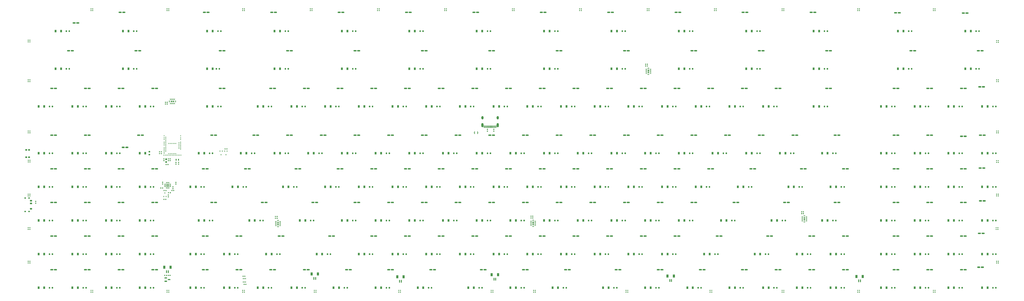
<source format=gbp>
G04 #@! TF.GenerationSoftware,KiCad,Pcbnew,8.0.5-8.0.5-0~ubuntu20.04.1*
G04 #@! TF.CreationDate,2024-11-01T17:59:00+00:00*
G04 #@! TF.ProjectId,Hyper7-Evo,48797065-7237-42d4-9576-6f2e6b696361,rev?*
G04 #@! TF.SameCoordinates,Original*
G04 #@! TF.FileFunction,Paste,Bot*
G04 #@! TF.FilePolarity,Positive*
%FSLAX46Y46*%
G04 Gerber Fmt 4.6, Leading zero omitted, Abs format (unit mm)*
G04 Created by KiCad (PCBNEW 8.0.5-8.0.5-0~ubuntu20.04.1) date 2024-11-01 17:59:00*
%MOMM*%
%LPD*%
G01*
G04 APERTURE LIST*
%ADD10C,0.000000*%
%ADD11R,1.016000X1.422400*%
%ADD12R,0.500000X0.375000*%
%ADD13R,0.650000X0.300000*%
%ADD14R,1.200000X0.900000*%
%ADD15R,0.900000X0.800000*%
%ADD16R,0.450000X0.700000*%
%ADD17R,0.600000X1.550000*%
%ADD18R,1.200000X1.800000*%
%ADD19R,0.600000X0.400000*%
%ADD20R,0.400000X0.600000*%
%ADD21R,0.300000X1.450000*%
%ADD22R,0.600000X1.450000*%
%ADD23R,0.550000X1.450000*%
%ADD24R,1.000000X0.900000*%
%ADD25R,0.600000X1.100000*%
%ADD26R,0.400000X0.650000*%
G04 APERTURE END LIST*
D10*
G36*
X500226088Y-141386647D02*
G01*
X500246754Y-141391631D01*
X500266272Y-141399729D01*
X500284348Y-141410741D01*
X500300446Y-141424554D01*
X500314259Y-141440652D01*
X500325271Y-141458728D01*
X500333369Y-141478246D01*
X500338353Y-141498912D01*
X500340001Y-141519818D01*
X500338397Y-141800909D01*
X500333369Y-141821754D01*
X500325271Y-141841272D01*
X500314259Y-141859348D01*
X500300446Y-141875446D01*
X500284348Y-141889259D01*
X500266272Y-141900271D01*
X500246754Y-141908369D01*
X500226088Y-141913353D01*
X500205197Y-141915000D01*
X499324803Y-141915000D01*
X499303912Y-141913353D01*
X499283246Y-141908369D01*
X499263728Y-141900271D01*
X499245652Y-141889259D01*
X499229554Y-141875446D01*
X499215741Y-141859348D01*
X499204729Y-141841272D01*
X499196631Y-141821754D01*
X499191647Y-141801088D01*
X499189999Y-141780182D01*
X499191603Y-141499091D01*
X499196631Y-141478246D01*
X499204729Y-141458728D01*
X499215741Y-141440652D01*
X499229554Y-141424554D01*
X499245652Y-141410741D01*
X499263728Y-141399729D01*
X499283246Y-141391631D01*
X499303912Y-141386647D01*
X499324803Y-141385000D01*
X500205197Y-141385000D01*
X500226088Y-141386647D01*
G37*
G36*
X502306088Y-141386647D02*
G01*
X502326754Y-141391631D01*
X502346272Y-141399729D01*
X502364348Y-141410741D01*
X502380446Y-141424554D01*
X502394259Y-141440652D01*
X502405271Y-141458728D01*
X502413369Y-141478246D01*
X502418353Y-141498912D01*
X502420001Y-141519818D01*
X502418397Y-141800909D01*
X502413369Y-141821754D01*
X502405271Y-141841272D01*
X502394259Y-141859348D01*
X502380446Y-141875446D01*
X502364348Y-141889259D01*
X502346272Y-141900271D01*
X502326754Y-141908369D01*
X502306088Y-141913353D01*
X502285197Y-141915000D01*
X501404803Y-141915000D01*
X501383912Y-141913353D01*
X501363246Y-141908369D01*
X501343728Y-141900271D01*
X501325652Y-141889259D01*
X501309554Y-141875446D01*
X501295741Y-141859348D01*
X501284729Y-141841272D01*
X501276631Y-141821754D01*
X501271647Y-141801088D01*
X501269999Y-141780182D01*
X501271603Y-141499091D01*
X501276631Y-141478246D01*
X501284729Y-141458728D01*
X501295741Y-141440652D01*
X501309554Y-141424554D01*
X501325652Y-141410741D01*
X501343728Y-141399729D01*
X501363246Y-141391631D01*
X501383912Y-141386647D01*
X501404803Y-141385000D01*
X502285197Y-141385000D01*
X502306088Y-141386647D01*
G37*
G36*
X262101088Y-74476647D02*
G01*
X262121754Y-74481631D01*
X262141272Y-74489729D01*
X262159348Y-74500741D01*
X262175446Y-74514554D01*
X262189259Y-74530652D01*
X262200271Y-74548728D01*
X262208369Y-74568246D01*
X262213353Y-74588912D01*
X262215001Y-74609818D01*
X262213397Y-74890909D01*
X262208369Y-74911754D01*
X262200271Y-74931272D01*
X262189259Y-74949348D01*
X262175446Y-74965446D01*
X262159348Y-74979259D01*
X262141272Y-74990271D01*
X262121754Y-74998369D01*
X262101088Y-75003353D01*
X262080197Y-75005000D01*
X261199803Y-75005000D01*
X261178912Y-75003353D01*
X261158246Y-74998369D01*
X261138728Y-74990271D01*
X261120652Y-74979259D01*
X261104554Y-74965446D01*
X261090741Y-74949348D01*
X261079729Y-74931272D01*
X261071631Y-74911754D01*
X261066647Y-74891088D01*
X261064999Y-74870182D01*
X261066603Y-74589091D01*
X261071631Y-74568246D01*
X261079729Y-74548728D01*
X261090741Y-74530652D01*
X261104554Y-74514554D01*
X261120652Y-74500741D01*
X261138728Y-74489729D01*
X261158246Y-74481631D01*
X261178912Y-74476647D01*
X261199803Y-74475000D01*
X262080197Y-74475000D01*
X262101088Y-74476647D01*
G37*
G36*
X264181088Y-74476647D02*
G01*
X264201754Y-74481631D01*
X264221272Y-74489729D01*
X264239348Y-74500741D01*
X264255446Y-74514554D01*
X264269259Y-74530652D01*
X264280271Y-74548728D01*
X264288369Y-74568246D01*
X264293353Y-74588912D01*
X264295001Y-74609818D01*
X264293397Y-74890909D01*
X264288369Y-74911754D01*
X264280271Y-74931272D01*
X264269259Y-74949348D01*
X264255446Y-74965446D01*
X264239348Y-74979259D01*
X264221272Y-74990271D01*
X264201754Y-74998369D01*
X264181088Y-75003353D01*
X264160197Y-75005000D01*
X263279803Y-75005000D01*
X263258912Y-75003353D01*
X263238246Y-74998369D01*
X263218728Y-74990271D01*
X263200652Y-74979259D01*
X263184554Y-74965446D01*
X263170741Y-74949348D01*
X263159729Y-74931272D01*
X263151631Y-74911754D01*
X263146647Y-74891088D01*
X263144999Y-74870182D01*
X263146603Y-74589091D01*
X263151631Y-74568246D01*
X263159729Y-74548728D01*
X263170741Y-74530652D01*
X263184554Y-74514554D01*
X263200652Y-74500741D01*
X263218728Y-74489729D01*
X263238246Y-74481631D01*
X263258912Y-74476647D01*
X263279803Y-74475000D01*
X264160197Y-74475000D01*
X264181088Y-74476647D01*
G37*
G36*
X367421088Y-52736647D02*
G01*
X367441754Y-52741631D01*
X367461272Y-52749729D01*
X367479348Y-52760741D01*
X367495446Y-52774554D01*
X367509259Y-52790652D01*
X367520271Y-52808728D01*
X367528369Y-52828246D01*
X367533353Y-52848912D01*
X367535001Y-52869818D01*
X367533397Y-53150909D01*
X367528369Y-53171754D01*
X367520271Y-53191272D01*
X367509259Y-53209348D01*
X367495446Y-53225446D01*
X367479348Y-53239259D01*
X367461272Y-53250271D01*
X367441754Y-53258369D01*
X367421088Y-53263353D01*
X367400197Y-53265000D01*
X366519803Y-53265000D01*
X366498912Y-53263353D01*
X366478246Y-53258369D01*
X366458728Y-53250271D01*
X366440652Y-53239259D01*
X366424554Y-53225446D01*
X366410741Y-53209348D01*
X366399729Y-53191272D01*
X366391631Y-53171754D01*
X366386647Y-53151088D01*
X366384999Y-53130182D01*
X366386603Y-52849091D01*
X366391631Y-52828246D01*
X366399729Y-52808728D01*
X366410741Y-52790652D01*
X366424554Y-52774554D01*
X366440652Y-52760741D01*
X366458728Y-52749729D01*
X366478246Y-52741631D01*
X366498912Y-52736647D01*
X366519803Y-52735000D01*
X367400197Y-52735000D01*
X367421088Y-52736647D01*
G37*
G36*
X369501088Y-52736647D02*
G01*
X369521754Y-52741631D01*
X369541272Y-52749729D01*
X369559348Y-52760741D01*
X369575446Y-52774554D01*
X369589259Y-52790652D01*
X369600271Y-52808728D01*
X369608369Y-52828246D01*
X369613353Y-52848912D01*
X369615001Y-52869818D01*
X369613397Y-53150909D01*
X369608369Y-53171754D01*
X369600271Y-53191272D01*
X369589259Y-53209348D01*
X369575446Y-53225446D01*
X369559348Y-53239259D01*
X369541272Y-53250271D01*
X369521754Y-53258369D01*
X369501088Y-53263353D01*
X369480197Y-53265000D01*
X368599803Y-53265000D01*
X368578912Y-53263353D01*
X368558246Y-53258369D01*
X368538728Y-53250271D01*
X368520652Y-53239259D01*
X368504554Y-53225446D01*
X368490741Y-53209348D01*
X368479729Y-53191272D01*
X368471631Y-53171754D01*
X368466647Y-53151088D01*
X368464999Y-53130182D01*
X368466603Y-52849091D01*
X368471631Y-52828246D01*
X368479729Y-52808728D01*
X368490741Y-52790652D01*
X368504554Y-52774554D01*
X368520652Y-52760741D01*
X368538728Y-52749729D01*
X368558246Y-52741631D01*
X368578912Y-52736647D01*
X368599803Y-52735000D01*
X369480197Y-52735000D01*
X369501088Y-52736647D01*
G37*
G36*
X243051088Y-160436647D02*
G01*
X243071754Y-160441631D01*
X243091272Y-160449729D01*
X243109348Y-160460741D01*
X243125446Y-160474554D01*
X243139259Y-160490652D01*
X243150271Y-160508728D01*
X243158369Y-160528246D01*
X243163353Y-160548912D01*
X243165001Y-160569818D01*
X243163397Y-160850909D01*
X243158369Y-160871754D01*
X243150271Y-160891272D01*
X243139259Y-160909348D01*
X243125446Y-160925446D01*
X243109348Y-160939259D01*
X243091272Y-160950271D01*
X243071754Y-160958369D01*
X243051088Y-160963353D01*
X243030197Y-160965000D01*
X242149803Y-160965000D01*
X242128912Y-160963353D01*
X242108246Y-160958369D01*
X242088728Y-160950271D01*
X242070652Y-160939259D01*
X242054554Y-160925446D01*
X242040741Y-160909348D01*
X242029729Y-160891272D01*
X242021631Y-160871754D01*
X242016647Y-160851088D01*
X242014999Y-160830182D01*
X242016603Y-160549091D01*
X242021631Y-160528246D01*
X242029729Y-160508728D01*
X242040741Y-160490652D01*
X242054554Y-160474554D01*
X242070652Y-160460741D01*
X242088728Y-160449729D01*
X242108246Y-160441631D01*
X242128912Y-160436647D01*
X242149803Y-160435000D01*
X243030197Y-160435000D01*
X243051088Y-160436647D01*
G37*
G36*
X245131088Y-160436647D02*
G01*
X245151754Y-160441631D01*
X245171272Y-160449729D01*
X245189348Y-160460741D01*
X245205446Y-160474554D01*
X245219259Y-160490652D01*
X245230271Y-160508728D01*
X245238369Y-160528246D01*
X245243353Y-160548912D01*
X245245001Y-160569818D01*
X245243397Y-160850909D01*
X245238369Y-160871754D01*
X245230271Y-160891272D01*
X245219259Y-160909348D01*
X245205446Y-160925446D01*
X245189348Y-160939259D01*
X245171272Y-160950271D01*
X245151754Y-160958369D01*
X245131088Y-160963353D01*
X245110197Y-160965000D01*
X244229803Y-160965000D01*
X244208912Y-160963353D01*
X244188246Y-160958369D01*
X244168728Y-160950271D01*
X244150652Y-160939259D01*
X244134554Y-160925446D01*
X244120741Y-160909348D01*
X244109729Y-160891272D01*
X244101631Y-160871754D01*
X244096647Y-160851088D01*
X244094999Y-160830182D01*
X244096603Y-160549091D01*
X244101631Y-160528246D01*
X244109729Y-160508728D01*
X244120741Y-160490652D01*
X244134554Y-160474554D01*
X244150652Y-160460741D01*
X244168728Y-160449729D01*
X244188246Y-160441631D01*
X244208912Y-160436647D01*
X244229803Y-160435000D01*
X245110197Y-160435000D01*
X245131088Y-160436647D01*
G37*
G36*
X176921088Y-52736647D02*
G01*
X176941754Y-52741631D01*
X176961272Y-52749729D01*
X176979348Y-52760741D01*
X176995446Y-52774554D01*
X177009259Y-52790652D01*
X177020271Y-52808728D01*
X177028369Y-52828246D01*
X177033353Y-52848912D01*
X177035001Y-52869818D01*
X177033397Y-53150909D01*
X177028369Y-53171754D01*
X177020271Y-53191272D01*
X177009259Y-53209348D01*
X176995446Y-53225446D01*
X176979348Y-53239259D01*
X176961272Y-53250271D01*
X176941754Y-53258369D01*
X176921088Y-53263353D01*
X176900197Y-53265000D01*
X176019803Y-53265000D01*
X175998912Y-53263353D01*
X175978246Y-53258369D01*
X175958728Y-53250271D01*
X175940652Y-53239259D01*
X175924554Y-53225446D01*
X175910741Y-53209348D01*
X175899729Y-53191272D01*
X175891631Y-53171754D01*
X175886647Y-53151088D01*
X175884999Y-53130182D01*
X175886603Y-52849091D01*
X175891631Y-52828246D01*
X175899729Y-52808728D01*
X175910741Y-52790652D01*
X175924554Y-52774554D01*
X175940652Y-52760741D01*
X175958728Y-52749729D01*
X175978246Y-52741631D01*
X175998912Y-52736647D01*
X176019803Y-52735000D01*
X176900197Y-52735000D01*
X176921088Y-52736647D01*
G37*
G36*
X179001088Y-52736647D02*
G01*
X179021754Y-52741631D01*
X179041272Y-52749729D01*
X179059348Y-52760741D01*
X179075446Y-52774554D01*
X179089259Y-52790652D01*
X179100271Y-52808728D01*
X179108369Y-52828246D01*
X179113353Y-52848912D01*
X179115001Y-52869818D01*
X179113397Y-53150909D01*
X179108369Y-53171754D01*
X179100271Y-53191272D01*
X179089259Y-53209348D01*
X179075446Y-53225446D01*
X179059348Y-53239259D01*
X179041272Y-53250271D01*
X179021754Y-53258369D01*
X179001088Y-53263353D01*
X178980197Y-53265000D01*
X178099803Y-53265000D01*
X178078912Y-53263353D01*
X178058246Y-53258369D01*
X178038728Y-53250271D01*
X178020652Y-53239259D01*
X178004554Y-53225446D01*
X177990741Y-53209348D01*
X177979729Y-53191272D01*
X177971631Y-53171754D01*
X177966647Y-53151088D01*
X177964999Y-53130182D01*
X177966603Y-52849091D01*
X177971631Y-52828246D01*
X177979729Y-52808728D01*
X177990741Y-52790652D01*
X178004554Y-52774554D01*
X178020652Y-52760741D01*
X178038728Y-52749729D01*
X178058246Y-52741631D01*
X178078912Y-52736647D01*
X178099803Y-52735000D01*
X178980197Y-52735000D01*
X179001088Y-52736647D01*
G37*
G36*
X404976088Y-95816647D02*
G01*
X404996754Y-95821631D01*
X405016272Y-95829729D01*
X405034348Y-95840741D01*
X405050446Y-95854554D01*
X405064259Y-95870652D01*
X405075271Y-95888728D01*
X405083369Y-95908246D01*
X405088353Y-95928912D01*
X405090001Y-95949818D01*
X405088397Y-96230909D01*
X405083369Y-96251754D01*
X405075271Y-96271272D01*
X405064259Y-96289348D01*
X405050446Y-96305446D01*
X405034348Y-96319259D01*
X405016272Y-96330271D01*
X404996754Y-96338369D01*
X404976088Y-96343353D01*
X404955197Y-96345000D01*
X404074803Y-96345000D01*
X404053912Y-96343353D01*
X404033246Y-96338369D01*
X404013728Y-96330271D01*
X403995652Y-96319259D01*
X403979554Y-96305446D01*
X403965741Y-96289348D01*
X403954729Y-96271272D01*
X403946631Y-96251754D01*
X403941647Y-96231088D01*
X403939999Y-96210182D01*
X403941603Y-95929091D01*
X403946631Y-95908246D01*
X403954729Y-95888728D01*
X403965741Y-95870652D01*
X403979554Y-95854554D01*
X403995652Y-95840741D01*
X404013728Y-95829729D01*
X404033246Y-95821631D01*
X404053912Y-95816647D01*
X404074803Y-95815000D01*
X404955197Y-95815000D01*
X404976088Y-95816647D01*
G37*
G36*
X407056088Y-95816647D02*
G01*
X407076754Y-95821631D01*
X407096272Y-95829729D01*
X407114348Y-95840741D01*
X407130446Y-95854554D01*
X407144259Y-95870652D01*
X407155271Y-95888728D01*
X407163369Y-95908246D01*
X407168353Y-95928912D01*
X407170001Y-95949818D01*
X407168397Y-96230909D01*
X407163369Y-96251754D01*
X407155271Y-96271272D01*
X407144259Y-96289348D01*
X407130446Y-96305446D01*
X407114348Y-96319259D01*
X407096272Y-96330271D01*
X407076754Y-96338369D01*
X407056088Y-96343353D01*
X407035197Y-96345000D01*
X406154803Y-96345000D01*
X406133912Y-96343353D01*
X406113246Y-96338369D01*
X406093728Y-96330271D01*
X406075652Y-96319259D01*
X406059554Y-96305446D01*
X406045741Y-96289348D01*
X406034729Y-96271272D01*
X406026631Y-96251754D01*
X406021647Y-96231088D01*
X406019999Y-96210182D01*
X406021603Y-95929091D01*
X406026631Y-95908246D01*
X406034729Y-95888728D01*
X406045741Y-95870652D01*
X406059554Y-95854554D01*
X406075652Y-95840741D01*
X406093728Y-95829729D01*
X406113246Y-95821631D01*
X406133912Y-95816647D01*
X406154803Y-95815000D01*
X407035197Y-95815000D01*
X407056088Y-95816647D01*
G37*
G36*
X366876088Y-141386647D02*
G01*
X366896754Y-141391631D01*
X366916272Y-141399729D01*
X366934348Y-141410741D01*
X366950446Y-141424554D01*
X366964259Y-141440652D01*
X366975271Y-141458728D01*
X366983369Y-141478246D01*
X366988353Y-141498912D01*
X366990001Y-141519818D01*
X366988397Y-141800909D01*
X366983369Y-141821754D01*
X366975271Y-141841272D01*
X366964259Y-141859348D01*
X366950446Y-141875446D01*
X366934348Y-141889259D01*
X366916272Y-141900271D01*
X366896754Y-141908369D01*
X366876088Y-141913353D01*
X366855197Y-141915000D01*
X365974803Y-141915000D01*
X365953912Y-141913353D01*
X365933246Y-141908369D01*
X365913728Y-141900271D01*
X365895652Y-141889259D01*
X365879554Y-141875446D01*
X365865741Y-141859348D01*
X365854729Y-141841272D01*
X365846631Y-141821754D01*
X365841647Y-141801088D01*
X365839999Y-141780182D01*
X365841603Y-141499091D01*
X365846631Y-141478246D01*
X365854729Y-141458728D01*
X365865741Y-141440652D01*
X365879554Y-141424554D01*
X365895652Y-141410741D01*
X365913728Y-141399729D01*
X365933246Y-141391631D01*
X365953912Y-141386647D01*
X365974803Y-141385000D01*
X366855197Y-141385000D01*
X366876088Y-141386647D01*
G37*
G36*
X368956088Y-141386647D02*
G01*
X368976754Y-141391631D01*
X368996272Y-141399729D01*
X369014348Y-141410741D01*
X369030446Y-141424554D01*
X369044259Y-141440652D01*
X369055271Y-141458728D01*
X369063369Y-141478246D01*
X369068353Y-141498912D01*
X369070001Y-141519818D01*
X369068397Y-141800909D01*
X369063369Y-141821754D01*
X369055271Y-141841272D01*
X369044259Y-141859348D01*
X369030446Y-141875446D01*
X369014348Y-141889259D01*
X368996272Y-141900271D01*
X368976754Y-141908369D01*
X368956088Y-141913353D01*
X368935197Y-141915000D01*
X368054803Y-141915000D01*
X368033912Y-141913353D01*
X368013246Y-141908369D01*
X367993728Y-141900271D01*
X367975652Y-141889259D01*
X367959554Y-141875446D01*
X367945741Y-141859348D01*
X367934729Y-141841272D01*
X367926631Y-141821754D01*
X367921647Y-141801088D01*
X367919999Y-141780182D01*
X367921603Y-141499091D01*
X367926631Y-141478246D01*
X367934729Y-141458728D01*
X367945741Y-141440652D01*
X367959554Y-141424554D01*
X367975652Y-141410741D01*
X367993728Y-141399729D01*
X368013246Y-141391631D01*
X368033912Y-141386647D01*
X368054803Y-141385000D01*
X368935197Y-141385000D01*
X368956088Y-141386647D01*
G37*
G36*
X424026088Y-141386647D02*
G01*
X424046754Y-141391631D01*
X424066272Y-141399729D01*
X424084348Y-141410741D01*
X424100446Y-141424554D01*
X424114259Y-141440652D01*
X424125271Y-141458728D01*
X424133369Y-141478246D01*
X424138353Y-141498912D01*
X424140001Y-141519818D01*
X424138397Y-141800909D01*
X424133369Y-141821754D01*
X424125271Y-141841272D01*
X424114259Y-141859348D01*
X424100446Y-141875446D01*
X424084348Y-141889259D01*
X424066272Y-141900271D01*
X424046754Y-141908369D01*
X424026088Y-141913353D01*
X424005197Y-141915000D01*
X423124803Y-141915000D01*
X423103912Y-141913353D01*
X423083246Y-141908369D01*
X423063728Y-141900271D01*
X423045652Y-141889259D01*
X423029554Y-141875446D01*
X423015741Y-141859348D01*
X423004729Y-141841272D01*
X422996631Y-141821754D01*
X422991647Y-141801088D01*
X422989999Y-141780182D01*
X422991603Y-141499091D01*
X422996631Y-141478246D01*
X423004729Y-141458728D01*
X423015741Y-141440652D01*
X423029554Y-141424554D01*
X423045652Y-141410741D01*
X423063728Y-141399729D01*
X423083246Y-141391631D01*
X423103912Y-141386647D01*
X423124803Y-141385000D01*
X424005197Y-141385000D01*
X424026088Y-141386647D01*
G37*
G36*
X426106088Y-141386647D02*
G01*
X426126754Y-141391631D01*
X426146272Y-141399729D01*
X426164348Y-141410741D01*
X426180446Y-141424554D01*
X426194259Y-141440652D01*
X426205271Y-141458728D01*
X426213369Y-141478246D01*
X426218353Y-141498912D01*
X426220001Y-141519818D01*
X426218397Y-141800909D01*
X426213369Y-141821754D01*
X426205271Y-141841272D01*
X426194259Y-141859348D01*
X426180446Y-141875446D01*
X426164348Y-141889259D01*
X426146272Y-141900271D01*
X426126754Y-141908369D01*
X426106088Y-141913353D01*
X426085197Y-141915000D01*
X425204803Y-141915000D01*
X425183912Y-141913353D01*
X425163246Y-141908369D01*
X425143728Y-141900271D01*
X425125652Y-141889259D01*
X425109554Y-141875446D01*
X425095741Y-141859348D01*
X425084729Y-141841272D01*
X425076631Y-141821754D01*
X425071647Y-141801088D01*
X425069999Y-141780182D01*
X425071603Y-141499091D01*
X425076631Y-141478246D01*
X425084729Y-141458728D01*
X425095741Y-141440652D01*
X425109554Y-141424554D01*
X425125652Y-141410741D01*
X425143728Y-141399729D01*
X425163246Y-141391631D01*
X425183912Y-141386647D01*
X425204803Y-141385000D01*
X426085197Y-141385000D01*
X426106088Y-141386647D01*
G37*
G36*
X547851088Y-160436647D02*
G01*
X547871754Y-160441631D01*
X547891272Y-160449729D01*
X547909348Y-160460741D01*
X547925446Y-160474554D01*
X547939259Y-160490652D01*
X547950271Y-160508728D01*
X547958369Y-160528246D01*
X547963353Y-160548912D01*
X547965001Y-160569818D01*
X547963397Y-160850909D01*
X547958369Y-160871754D01*
X547950271Y-160891272D01*
X547939259Y-160909348D01*
X547925446Y-160925446D01*
X547909348Y-160939259D01*
X547891272Y-160950271D01*
X547871754Y-160958369D01*
X547851088Y-160963353D01*
X547830197Y-160965000D01*
X546949803Y-160965000D01*
X546928912Y-160963353D01*
X546908246Y-160958369D01*
X546888728Y-160950271D01*
X546870652Y-160939259D01*
X546854554Y-160925446D01*
X546840741Y-160909348D01*
X546829729Y-160891272D01*
X546821631Y-160871754D01*
X546816647Y-160851088D01*
X546814999Y-160830182D01*
X546816603Y-160549091D01*
X546821631Y-160528246D01*
X546829729Y-160508728D01*
X546840741Y-160490652D01*
X546854554Y-160474554D01*
X546870652Y-160460741D01*
X546888728Y-160449729D01*
X546908246Y-160441631D01*
X546928912Y-160436647D01*
X546949803Y-160435000D01*
X547830197Y-160435000D01*
X547851088Y-160436647D01*
G37*
G36*
X549931088Y-160436647D02*
G01*
X549951754Y-160441631D01*
X549971272Y-160449729D01*
X549989348Y-160460741D01*
X550005446Y-160474554D01*
X550019259Y-160490652D01*
X550030271Y-160508728D01*
X550038369Y-160528246D01*
X550043353Y-160548912D01*
X550045001Y-160569818D01*
X550043397Y-160850909D01*
X550038369Y-160871754D01*
X550030271Y-160891272D01*
X550019259Y-160909348D01*
X550005446Y-160925446D01*
X549989348Y-160939259D01*
X549971272Y-160950271D01*
X549951754Y-160958369D01*
X549931088Y-160963353D01*
X549910197Y-160965000D01*
X549029803Y-160965000D01*
X549008912Y-160963353D01*
X548988246Y-160958369D01*
X548968728Y-160950271D01*
X548950652Y-160939259D01*
X548934554Y-160925446D01*
X548920741Y-160909348D01*
X548909729Y-160891272D01*
X548901631Y-160871754D01*
X548896647Y-160851088D01*
X548894999Y-160830182D01*
X548896603Y-160549091D01*
X548901631Y-160528246D01*
X548909729Y-160508728D01*
X548920741Y-160490652D01*
X548934554Y-160474554D01*
X548950652Y-160460741D01*
X548968728Y-160449729D01*
X548988246Y-160441631D01*
X549008912Y-160436647D01*
X549029803Y-160435000D01*
X549910197Y-160435000D01*
X549931088Y-160436647D01*
G37*
G36*
X371638588Y-198536647D02*
G01*
X371659254Y-198541631D01*
X371678772Y-198549729D01*
X371696848Y-198560741D01*
X371712946Y-198574554D01*
X371726759Y-198590652D01*
X371737771Y-198608728D01*
X371745869Y-198628246D01*
X371750853Y-198648912D01*
X371752501Y-198669818D01*
X371750897Y-198950909D01*
X371745869Y-198971754D01*
X371737771Y-198991272D01*
X371726759Y-199009348D01*
X371712946Y-199025446D01*
X371696848Y-199039259D01*
X371678772Y-199050271D01*
X371659254Y-199058369D01*
X371638588Y-199063353D01*
X371617697Y-199065000D01*
X370737303Y-199065000D01*
X370716412Y-199063353D01*
X370695746Y-199058369D01*
X370676228Y-199050271D01*
X370658152Y-199039259D01*
X370642054Y-199025446D01*
X370628241Y-199009348D01*
X370617229Y-198991272D01*
X370609131Y-198971754D01*
X370604147Y-198951088D01*
X370602499Y-198930182D01*
X370604103Y-198649091D01*
X370609131Y-198628246D01*
X370617229Y-198608728D01*
X370628241Y-198590652D01*
X370642054Y-198574554D01*
X370658152Y-198560741D01*
X370676228Y-198549729D01*
X370695746Y-198541631D01*
X370716412Y-198536647D01*
X370737303Y-198535000D01*
X371617697Y-198535000D01*
X371638588Y-198536647D01*
G37*
G36*
X373718588Y-198536647D02*
G01*
X373739254Y-198541631D01*
X373758772Y-198549729D01*
X373776848Y-198560741D01*
X373792946Y-198574554D01*
X373806759Y-198590652D01*
X373817771Y-198608728D01*
X373825869Y-198628246D01*
X373830853Y-198648912D01*
X373832501Y-198669818D01*
X373830897Y-198950909D01*
X373825869Y-198971754D01*
X373817771Y-198991272D01*
X373806759Y-199009348D01*
X373792946Y-199025446D01*
X373776848Y-199039259D01*
X373758772Y-199050271D01*
X373739254Y-199058369D01*
X373718588Y-199063353D01*
X373697697Y-199065000D01*
X372817303Y-199065000D01*
X372796412Y-199063353D01*
X372775746Y-199058369D01*
X372756228Y-199050271D01*
X372738152Y-199039259D01*
X372722054Y-199025446D01*
X372708241Y-199009348D01*
X372697229Y-198991272D01*
X372689131Y-198971754D01*
X372684147Y-198951088D01*
X372682499Y-198930182D01*
X372684103Y-198649091D01*
X372689131Y-198628246D01*
X372697229Y-198608728D01*
X372708241Y-198590652D01*
X372722054Y-198574554D01*
X372738152Y-198560741D01*
X372756228Y-198549729D01*
X372775746Y-198541631D01*
X372796412Y-198536647D01*
X372817303Y-198535000D01*
X373697697Y-198535000D01*
X373718588Y-198536647D01*
G37*
G36*
X138821088Y-52736647D02*
G01*
X138841754Y-52741631D01*
X138861272Y-52749729D01*
X138879348Y-52760741D01*
X138895446Y-52774554D01*
X138909259Y-52790652D01*
X138920271Y-52808728D01*
X138928369Y-52828246D01*
X138933353Y-52848912D01*
X138935001Y-52869818D01*
X138933397Y-53150909D01*
X138928369Y-53171754D01*
X138920271Y-53191272D01*
X138909259Y-53209348D01*
X138895446Y-53225446D01*
X138879348Y-53239259D01*
X138861272Y-53250271D01*
X138841754Y-53258369D01*
X138821088Y-53263353D01*
X138800197Y-53265000D01*
X137919803Y-53265000D01*
X137898912Y-53263353D01*
X137878246Y-53258369D01*
X137858728Y-53250271D01*
X137840652Y-53239259D01*
X137824554Y-53225446D01*
X137810741Y-53209348D01*
X137799729Y-53191272D01*
X137791631Y-53171754D01*
X137786647Y-53151088D01*
X137784999Y-53130182D01*
X137786603Y-52849091D01*
X137791631Y-52828246D01*
X137799729Y-52808728D01*
X137810741Y-52790652D01*
X137824554Y-52774554D01*
X137840652Y-52760741D01*
X137858728Y-52749729D01*
X137878246Y-52741631D01*
X137898912Y-52736647D01*
X137919803Y-52735000D01*
X138800197Y-52735000D01*
X138821088Y-52736647D01*
G37*
G36*
X140901088Y-52736647D02*
G01*
X140921754Y-52741631D01*
X140941272Y-52749729D01*
X140959348Y-52760741D01*
X140975446Y-52774554D01*
X140989259Y-52790652D01*
X141000271Y-52808728D01*
X141008369Y-52828246D01*
X141013353Y-52848912D01*
X141015001Y-52869818D01*
X141013397Y-53150909D01*
X141008369Y-53171754D01*
X141000271Y-53191272D01*
X140989259Y-53209348D01*
X140975446Y-53225446D01*
X140959348Y-53239259D01*
X140941272Y-53250271D01*
X140921754Y-53258369D01*
X140901088Y-53263353D01*
X140880197Y-53265000D01*
X139999803Y-53265000D01*
X139978912Y-53263353D01*
X139958246Y-53258369D01*
X139938728Y-53250271D01*
X139920652Y-53239259D01*
X139904554Y-53225446D01*
X139890741Y-53209348D01*
X139879729Y-53191272D01*
X139871631Y-53171754D01*
X139866647Y-53151088D01*
X139864999Y-53130182D01*
X139866603Y-52849091D01*
X139871631Y-52828246D01*
X139879729Y-52808728D01*
X139890741Y-52790652D01*
X139904554Y-52774554D01*
X139920652Y-52760741D01*
X139938728Y-52749729D01*
X139958246Y-52741631D01*
X139978912Y-52736647D01*
X139999803Y-52735000D01*
X140880197Y-52735000D01*
X140901088Y-52736647D01*
G37*
G36*
X71601088Y-179486647D02*
G01*
X71621754Y-179491631D01*
X71641272Y-179499729D01*
X71659348Y-179510741D01*
X71675446Y-179524554D01*
X71689259Y-179540652D01*
X71700271Y-179558728D01*
X71708369Y-179578246D01*
X71713353Y-179598912D01*
X71715001Y-179619818D01*
X71713397Y-179900909D01*
X71708369Y-179921754D01*
X71700271Y-179941272D01*
X71689259Y-179959348D01*
X71675446Y-179975446D01*
X71659348Y-179989259D01*
X71641272Y-180000271D01*
X71621754Y-180008369D01*
X71601088Y-180013353D01*
X71580197Y-180015000D01*
X70699803Y-180015000D01*
X70678912Y-180013353D01*
X70658246Y-180008369D01*
X70638728Y-180000271D01*
X70620652Y-179989259D01*
X70604554Y-179975446D01*
X70590741Y-179959348D01*
X70579729Y-179941272D01*
X70571631Y-179921754D01*
X70566647Y-179901088D01*
X70564999Y-179880182D01*
X70566603Y-179599091D01*
X70571631Y-179578246D01*
X70579729Y-179558728D01*
X70590741Y-179540652D01*
X70604554Y-179524554D01*
X70620652Y-179510741D01*
X70638728Y-179499729D01*
X70658246Y-179491631D01*
X70678912Y-179486647D01*
X70699803Y-179485000D01*
X71580197Y-179485000D01*
X71601088Y-179486647D01*
G37*
G36*
X73681088Y-179486647D02*
G01*
X73701754Y-179491631D01*
X73721272Y-179499729D01*
X73739348Y-179510741D01*
X73755446Y-179524554D01*
X73769259Y-179540652D01*
X73780271Y-179558728D01*
X73788369Y-179578246D01*
X73793353Y-179598912D01*
X73795001Y-179619818D01*
X73793397Y-179900909D01*
X73788369Y-179921754D01*
X73780271Y-179941272D01*
X73769259Y-179959348D01*
X73755446Y-179975446D01*
X73739348Y-179989259D01*
X73721272Y-180000271D01*
X73701754Y-180008369D01*
X73681088Y-180013353D01*
X73660197Y-180015000D01*
X72779803Y-180015000D01*
X72758912Y-180013353D01*
X72738246Y-180008369D01*
X72718728Y-180000271D01*
X72700652Y-179989259D01*
X72684554Y-179975446D01*
X72670741Y-179959348D01*
X72659729Y-179941272D01*
X72651631Y-179921754D01*
X72646647Y-179901088D01*
X72644999Y-179880182D01*
X72646603Y-179599091D01*
X72651631Y-179578246D01*
X72659729Y-179558728D01*
X72670741Y-179540652D01*
X72684554Y-179524554D01*
X72700652Y-179510741D01*
X72718728Y-179499729D01*
X72738246Y-179491631D01*
X72758912Y-179486647D01*
X72779803Y-179485000D01*
X73660197Y-179485000D01*
X73681088Y-179486647D01*
G37*
G36*
X319251088Y-198536647D02*
G01*
X319271754Y-198541631D01*
X319291272Y-198549729D01*
X319309348Y-198560741D01*
X319325446Y-198574554D01*
X319339259Y-198590652D01*
X319350271Y-198608728D01*
X319358369Y-198628246D01*
X319363353Y-198648912D01*
X319365001Y-198669818D01*
X319363397Y-198950909D01*
X319358369Y-198971754D01*
X319350271Y-198991272D01*
X319339259Y-199009348D01*
X319325446Y-199025446D01*
X319309348Y-199039259D01*
X319291272Y-199050271D01*
X319271754Y-199058369D01*
X319251088Y-199063353D01*
X319230197Y-199065000D01*
X318349803Y-199065000D01*
X318328912Y-199063353D01*
X318308246Y-199058369D01*
X318288728Y-199050271D01*
X318270652Y-199039259D01*
X318254554Y-199025446D01*
X318240741Y-199009348D01*
X318229729Y-198991272D01*
X318221631Y-198971754D01*
X318216647Y-198951088D01*
X318214999Y-198930182D01*
X318216603Y-198649091D01*
X318221631Y-198628246D01*
X318229729Y-198608728D01*
X318240741Y-198590652D01*
X318254554Y-198574554D01*
X318270652Y-198560741D01*
X318288728Y-198549729D01*
X318308246Y-198541631D01*
X318328912Y-198536647D01*
X318349803Y-198535000D01*
X319230197Y-198535000D01*
X319251088Y-198536647D01*
G37*
G36*
X321331088Y-198536647D02*
G01*
X321351754Y-198541631D01*
X321371272Y-198549729D01*
X321389348Y-198560741D01*
X321405446Y-198574554D01*
X321419259Y-198590652D01*
X321430271Y-198608728D01*
X321438369Y-198628246D01*
X321443353Y-198648912D01*
X321445001Y-198669818D01*
X321443397Y-198950909D01*
X321438369Y-198971754D01*
X321430271Y-198991272D01*
X321419259Y-199009348D01*
X321405446Y-199025446D01*
X321389348Y-199039259D01*
X321371272Y-199050271D01*
X321351754Y-199058369D01*
X321331088Y-199063353D01*
X321310197Y-199065000D01*
X320429803Y-199065000D01*
X320408912Y-199063353D01*
X320388246Y-199058369D01*
X320368728Y-199050271D01*
X320350652Y-199039259D01*
X320334554Y-199025446D01*
X320320741Y-199009348D01*
X320309729Y-198991272D01*
X320301631Y-198971754D01*
X320296647Y-198951088D01*
X320294999Y-198930182D01*
X320296603Y-198649091D01*
X320301631Y-198628246D01*
X320309729Y-198608728D01*
X320320741Y-198590652D01*
X320334554Y-198574554D01*
X320350652Y-198560741D01*
X320368728Y-198549729D01*
X320388246Y-198541631D01*
X320408912Y-198536647D01*
X320429803Y-198535000D01*
X321310197Y-198535000D01*
X321331088Y-198536647D01*
G37*
G36*
X566901088Y-95816647D02*
G01*
X566921754Y-95821631D01*
X566941272Y-95829729D01*
X566959348Y-95840741D01*
X566975446Y-95854554D01*
X566989259Y-95870652D01*
X567000271Y-95888728D01*
X567008369Y-95908246D01*
X567013353Y-95928912D01*
X567015001Y-95949818D01*
X567013397Y-96230909D01*
X567008369Y-96251754D01*
X567000271Y-96271272D01*
X566989259Y-96289348D01*
X566975446Y-96305446D01*
X566959348Y-96319259D01*
X566941272Y-96330271D01*
X566921754Y-96338369D01*
X566901088Y-96343353D01*
X566880197Y-96345000D01*
X565999803Y-96345000D01*
X565978912Y-96343353D01*
X565958246Y-96338369D01*
X565938728Y-96330271D01*
X565920652Y-96319259D01*
X565904554Y-96305446D01*
X565890741Y-96289348D01*
X565879729Y-96271272D01*
X565871631Y-96251754D01*
X565866647Y-96231088D01*
X565864999Y-96210182D01*
X565866603Y-95929091D01*
X565871631Y-95908246D01*
X565879729Y-95888728D01*
X565890741Y-95870652D01*
X565904554Y-95854554D01*
X565920652Y-95840741D01*
X565938728Y-95829729D01*
X565958246Y-95821631D01*
X565978912Y-95816647D01*
X565999803Y-95815000D01*
X566880197Y-95815000D01*
X566901088Y-95816647D01*
G37*
G36*
X568981088Y-95816647D02*
G01*
X569001754Y-95821631D01*
X569021272Y-95829729D01*
X569039348Y-95840741D01*
X569055446Y-95854554D01*
X569069259Y-95870652D01*
X569080271Y-95888728D01*
X569088369Y-95908246D01*
X569093353Y-95928912D01*
X569095001Y-95949818D01*
X569093397Y-96230909D01*
X569088369Y-96251754D01*
X569080271Y-96271272D01*
X569069259Y-96289348D01*
X569055446Y-96305446D01*
X569039348Y-96319259D01*
X569021272Y-96330271D01*
X569001754Y-96338369D01*
X568981088Y-96343353D01*
X568960197Y-96345000D01*
X568079803Y-96345000D01*
X568058912Y-96343353D01*
X568038246Y-96338369D01*
X568018728Y-96330271D01*
X568000652Y-96319259D01*
X567984554Y-96305446D01*
X567970741Y-96289348D01*
X567959729Y-96271272D01*
X567951631Y-96251754D01*
X567946647Y-96231088D01*
X567944999Y-96210182D01*
X567946603Y-95929091D01*
X567951631Y-95908246D01*
X567959729Y-95888728D01*
X567970741Y-95870652D01*
X567984554Y-95854554D01*
X568000652Y-95840741D01*
X568018728Y-95829729D01*
X568038246Y-95821631D01*
X568058912Y-95816647D01*
X568079803Y-95815000D01*
X568960197Y-95815000D01*
X568981088Y-95816647D01*
G37*
G36*
X395451088Y-198536647D02*
G01*
X395471754Y-198541631D01*
X395491272Y-198549729D01*
X395509348Y-198560741D01*
X395525446Y-198574554D01*
X395539259Y-198590652D01*
X395550271Y-198608728D01*
X395558369Y-198628246D01*
X395563353Y-198648912D01*
X395565001Y-198669818D01*
X395563397Y-198950909D01*
X395558369Y-198971754D01*
X395550271Y-198991272D01*
X395539259Y-199009348D01*
X395525446Y-199025446D01*
X395509348Y-199039259D01*
X395491272Y-199050271D01*
X395471754Y-199058369D01*
X395451088Y-199063353D01*
X395430197Y-199065000D01*
X394549803Y-199065000D01*
X394528912Y-199063353D01*
X394508246Y-199058369D01*
X394488728Y-199050271D01*
X394470652Y-199039259D01*
X394454554Y-199025446D01*
X394440741Y-199009348D01*
X394429729Y-198991272D01*
X394421631Y-198971754D01*
X394416647Y-198951088D01*
X394414999Y-198930182D01*
X394416603Y-198649091D01*
X394421631Y-198628246D01*
X394429729Y-198608728D01*
X394440741Y-198590652D01*
X394454554Y-198574554D01*
X394470652Y-198560741D01*
X394488728Y-198549729D01*
X394508246Y-198541631D01*
X394528912Y-198536647D01*
X394549803Y-198535000D01*
X395430197Y-198535000D01*
X395451088Y-198536647D01*
G37*
G36*
X397531088Y-198536647D02*
G01*
X397551754Y-198541631D01*
X397571272Y-198549729D01*
X397589348Y-198560741D01*
X397605446Y-198574554D01*
X397619259Y-198590652D01*
X397630271Y-198608728D01*
X397638369Y-198628246D01*
X397643353Y-198648912D01*
X397645001Y-198669818D01*
X397643397Y-198950909D01*
X397638369Y-198971754D01*
X397630271Y-198991272D01*
X397619259Y-199009348D01*
X397605446Y-199025446D01*
X397589348Y-199039259D01*
X397571272Y-199050271D01*
X397551754Y-199058369D01*
X397531088Y-199063353D01*
X397510197Y-199065000D01*
X396629803Y-199065000D01*
X396608912Y-199063353D01*
X396588246Y-199058369D01*
X396568728Y-199050271D01*
X396550652Y-199039259D01*
X396534554Y-199025446D01*
X396520741Y-199009348D01*
X396509729Y-198991272D01*
X396501631Y-198971754D01*
X396496647Y-198951088D01*
X396494999Y-198930182D01*
X396496603Y-198649091D01*
X396501631Y-198628246D01*
X396509729Y-198608728D01*
X396520741Y-198590652D01*
X396534554Y-198574554D01*
X396550652Y-198560741D01*
X396568728Y-198549729D01*
X396588246Y-198541631D01*
X396608912Y-198536647D01*
X396629803Y-198535000D01*
X397510197Y-198535000D01*
X397531088Y-198536647D01*
G37*
G36*
X414501088Y-160436647D02*
G01*
X414521754Y-160441631D01*
X414541272Y-160449729D01*
X414559348Y-160460741D01*
X414575446Y-160474554D01*
X414589259Y-160490652D01*
X414600271Y-160508728D01*
X414608369Y-160528246D01*
X414613353Y-160548912D01*
X414615001Y-160569818D01*
X414613397Y-160850909D01*
X414608369Y-160871754D01*
X414600271Y-160891272D01*
X414589259Y-160909348D01*
X414575446Y-160925446D01*
X414559348Y-160939259D01*
X414541272Y-160950271D01*
X414521754Y-160958369D01*
X414501088Y-160963353D01*
X414480197Y-160965000D01*
X413599803Y-160965000D01*
X413578912Y-160963353D01*
X413558246Y-160958369D01*
X413538728Y-160950271D01*
X413520652Y-160939259D01*
X413504554Y-160925446D01*
X413490741Y-160909348D01*
X413479729Y-160891272D01*
X413471631Y-160871754D01*
X413466647Y-160851088D01*
X413464999Y-160830182D01*
X413466603Y-160549091D01*
X413471631Y-160528246D01*
X413479729Y-160508728D01*
X413490741Y-160490652D01*
X413504554Y-160474554D01*
X413520652Y-160460741D01*
X413538728Y-160449729D01*
X413558246Y-160441631D01*
X413578912Y-160436647D01*
X413599803Y-160435000D01*
X414480197Y-160435000D01*
X414501088Y-160436647D01*
G37*
G36*
X416581088Y-160436647D02*
G01*
X416601754Y-160441631D01*
X416621272Y-160449729D01*
X416639348Y-160460741D01*
X416655446Y-160474554D01*
X416669259Y-160490652D01*
X416680271Y-160508728D01*
X416688369Y-160528246D01*
X416693353Y-160548912D01*
X416695001Y-160569818D01*
X416693397Y-160850909D01*
X416688369Y-160871754D01*
X416680271Y-160891272D01*
X416669259Y-160909348D01*
X416655446Y-160925446D01*
X416639348Y-160939259D01*
X416621272Y-160950271D01*
X416601754Y-160958369D01*
X416581088Y-160963353D01*
X416560197Y-160965000D01*
X415679803Y-160965000D01*
X415658912Y-160963353D01*
X415638246Y-160958369D01*
X415618728Y-160950271D01*
X415600652Y-160939259D01*
X415584554Y-160925446D01*
X415570741Y-160909348D01*
X415559729Y-160891272D01*
X415551631Y-160871754D01*
X415546647Y-160851088D01*
X415544999Y-160830182D01*
X415546603Y-160549091D01*
X415551631Y-160528246D01*
X415559729Y-160508728D01*
X415570741Y-160490652D01*
X415584554Y-160474554D01*
X415600652Y-160460741D01*
X415618728Y-160449729D01*
X415638246Y-160441631D01*
X415658912Y-160436647D01*
X415679803Y-160435000D01*
X416560197Y-160435000D01*
X416581088Y-160436647D01*
G37*
G36*
X233526088Y-179486647D02*
G01*
X233546754Y-179491631D01*
X233566272Y-179499729D01*
X233584348Y-179510741D01*
X233600446Y-179524554D01*
X233614259Y-179540652D01*
X233625271Y-179558728D01*
X233633369Y-179578246D01*
X233638353Y-179598912D01*
X233640001Y-179619818D01*
X233638397Y-179900909D01*
X233633369Y-179921754D01*
X233625271Y-179941272D01*
X233614259Y-179959348D01*
X233600446Y-179975446D01*
X233584348Y-179989259D01*
X233566272Y-180000271D01*
X233546754Y-180008369D01*
X233526088Y-180013353D01*
X233505197Y-180015000D01*
X232624803Y-180015000D01*
X232603912Y-180013353D01*
X232583246Y-180008369D01*
X232563728Y-180000271D01*
X232545652Y-179989259D01*
X232529554Y-179975446D01*
X232515741Y-179959348D01*
X232504729Y-179941272D01*
X232496631Y-179921754D01*
X232491647Y-179901088D01*
X232489999Y-179880182D01*
X232491603Y-179599091D01*
X232496631Y-179578246D01*
X232504729Y-179558728D01*
X232515741Y-179540652D01*
X232529554Y-179524554D01*
X232545652Y-179510741D01*
X232563728Y-179499729D01*
X232583246Y-179491631D01*
X232603912Y-179486647D01*
X232624803Y-179485000D01*
X233505197Y-179485000D01*
X233526088Y-179486647D01*
G37*
G36*
X235606088Y-179486647D02*
G01*
X235626754Y-179491631D01*
X235646272Y-179499729D01*
X235664348Y-179510741D01*
X235680446Y-179524554D01*
X235694259Y-179540652D01*
X235705271Y-179558728D01*
X235713369Y-179578246D01*
X235718353Y-179598912D01*
X235720001Y-179619818D01*
X235718397Y-179900909D01*
X235713369Y-179921754D01*
X235705271Y-179941272D01*
X235694259Y-179959348D01*
X235680446Y-179975446D01*
X235664348Y-179989259D01*
X235646272Y-180000271D01*
X235626754Y-180008369D01*
X235606088Y-180013353D01*
X235585197Y-180015000D01*
X234704803Y-180015000D01*
X234683912Y-180013353D01*
X234663246Y-180008369D01*
X234643728Y-180000271D01*
X234625652Y-179989259D01*
X234609554Y-179975446D01*
X234595741Y-179959348D01*
X234584729Y-179941272D01*
X234576631Y-179921754D01*
X234571647Y-179901088D01*
X234569999Y-179880182D01*
X234571603Y-179599091D01*
X234576631Y-179578246D01*
X234584729Y-179558728D01*
X234595741Y-179540652D01*
X234609554Y-179524554D01*
X234625652Y-179510741D01*
X234643728Y-179499729D01*
X234663246Y-179491631D01*
X234683912Y-179486647D01*
X234704803Y-179485000D01*
X235585197Y-179485000D01*
X235606088Y-179486647D01*
G37*
G36*
X266863588Y-198536647D02*
G01*
X266884254Y-198541631D01*
X266903772Y-198549729D01*
X266921848Y-198560741D01*
X266937946Y-198574554D01*
X266951759Y-198590652D01*
X266962771Y-198608728D01*
X266970869Y-198628246D01*
X266975853Y-198648912D01*
X266977501Y-198669818D01*
X266975897Y-198950909D01*
X266970869Y-198971754D01*
X266962771Y-198991272D01*
X266951759Y-199009348D01*
X266937946Y-199025446D01*
X266921848Y-199039259D01*
X266903772Y-199050271D01*
X266884254Y-199058369D01*
X266863588Y-199063353D01*
X266842697Y-199065000D01*
X265962303Y-199065000D01*
X265941412Y-199063353D01*
X265920746Y-199058369D01*
X265901228Y-199050271D01*
X265883152Y-199039259D01*
X265867054Y-199025446D01*
X265853241Y-199009348D01*
X265842229Y-198991272D01*
X265834131Y-198971754D01*
X265829147Y-198951088D01*
X265827499Y-198930182D01*
X265829103Y-198649091D01*
X265834131Y-198628246D01*
X265842229Y-198608728D01*
X265853241Y-198590652D01*
X265867054Y-198574554D01*
X265883152Y-198560741D01*
X265901228Y-198549729D01*
X265920746Y-198541631D01*
X265941412Y-198536647D01*
X265962303Y-198535000D01*
X266842697Y-198535000D01*
X266863588Y-198536647D01*
G37*
G36*
X268943588Y-198536647D02*
G01*
X268964254Y-198541631D01*
X268983772Y-198549729D01*
X269001848Y-198560741D01*
X269017946Y-198574554D01*
X269031759Y-198590652D01*
X269042771Y-198608728D01*
X269050869Y-198628246D01*
X269055853Y-198648912D01*
X269057501Y-198669818D01*
X269055897Y-198950909D01*
X269050869Y-198971754D01*
X269042771Y-198991272D01*
X269031759Y-199009348D01*
X269017946Y-199025446D01*
X269001848Y-199039259D01*
X268983772Y-199050271D01*
X268964254Y-199058369D01*
X268943588Y-199063353D01*
X268922697Y-199065000D01*
X268042303Y-199065000D01*
X268021412Y-199063353D01*
X268000746Y-199058369D01*
X267981228Y-199050271D01*
X267963152Y-199039259D01*
X267947054Y-199025446D01*
X267933241Y-199009348D01*
X267922229Y-198991272D01*
X267914131Y-198971754D01*
X267909147Y-198951088D01*
X267907499Y-198930182D01*
X267909103Y-198649091D01*
X267914131Y-198628246D01*
X267922229Y-198608728D01*
X267933241Y-198590652D01*
X267947054Y-198574554D01*
X267963152Y-198560741D01*
X267981228Y-198549729D01*
X268000746Y-198541631D01*
X268021412Y-198536647D01*
X268042303Y-198535000D01*
X268922697Y-198535000D01*
X268943588Y-198536647D01*
G37*
G36*
X404976088Y-179486647D02*
G01*
X404996754Y-179491631D01*
X405016272Y-179499729D01*
X405034348Y-179510741D01*
X405050446Y-179524554D01*
X405064259Y-179540652D01*
X405075271Y-179558728D01*
X405083369Y-179578246D01*
X405088353Y-179598912D01*
X405090001Y-179619818D01*
X405088397Y-179900909D01*
X405083369Y-179921754D01*
X405075271Y-179941272D01*
X405064259Y-179959348D01*
X405050446Y-179975446D01*
X405034348Y-179989259D01*
X405016272Y-180000271D01*
X404996754Y-180008369D01*
X404976088Y-180013353D01*
X404955197Y-180015000D01*
X404074803Y-180015000D01*
X404053912Y-180013353D01*
X404033246Y-180008369D01*
X404013728Y-180000271D01*
X403995652Y-179989259D01*
X403979554Y-179975446D01*
X403965741Y-179959348D01*
X403954729Y-179941272D01*
X403946631Y-179921754D01*
X403941647Y-179901088D01*
X403939999Y-179880182D01*
X403941603Y-179599091D01*
X403946631Y-179578246D01*
X403954729Y-179558728D01*
X403965741Y-179540652D01*
X403979554Y-179524554D01*
X403995652Y-179510741D01*
X404013728Y-179499729D01*
X404033246Y-179491631D01*
X404053912Y-179486647D01*
X404074803Y-179485000D01*
X404955197Y-179485000D01*
X404976088Y-179486647D01*
G37*
G36*
X407056088Y-179486647D02*
G01*
X407076754Y-179491631D01*
X407096272Y-179499729D01*
X407114348Y-179510741D01*
X407130446Y-179524554D01*
X407144259Y-179540652D01*
X407155271Y-179558728D01*
X407163369Y-179578246D01*
X407168353Y-179598912D01*
X407170001Y-179619818D01*
X407168397Y-179900909D01*
X407163369Y-179921754D01*
X407155271Y-179941272D01*
X407144259Y-179959348D01*
X407130446Y-179975446D01*
X407114348Y-179989259D01*
X407096272Y-180000271D01*
X407076754Y-180008369D01*
X407056088Y-180013353D01*
X407035197Y-180015000D01*
X406154803Y-180015000D01*
X406133912Y-180013353D01*
X406113246Y-180008369D01*
X406093728Y-180000271D01*
X406075652Y-179989259D01*
X406059554Y-179975446D01*
X406045741Y-179959348D01*
X406034729Y-179941272D01*
X406026631Y-179921754D01*
X406021647Y-179901088D01*
X406019999Y-179880182D01*
X406021603Y-179599091D01*
X406026631Y-179578246D01*
X406034729Y-179558728D01*
X406045741Y-179540652D01*
X406059554Y-179524554D01*
X406075652Y-179510741D01*
X406093728Y-179499729D01*
X406113246Y-179491631D01*
X406133912Y-179486647D01*
X406154803Y-179485000D01*
X407035197Y-179485000D01*
X407056088Y-179486647D01*
G37*
G36*
X162088588Y-141386647D02*
G01*
X162109254Y-141391631D01*
X162128772Y-141399729D01*
X162146848Y-141410741D01*
X162162946Y-141424554D01*
X162176759Y-141440652D01*
X162187771Y-141458728D01*
X162195869Y-141478246D01*
X162200853Y-141498912D01*
X162202501Y-141519818D01*
X162200897Y-141800909D01*
X162195869Y-141821754D01*
X162187771Y-141841272D01*
X162176759Y-141859348D01*
X162162946Y-141875446D01*
X162146848Y-141889259D01*
X162128772Y-141900271D01*
X162109254Y-141908369D01*
X162088588Y-141913353D01*
X162067697Y-141915000D01*
X161187303Y-141915000D01*
X161166412Y-141913353D01*
X161145746Y-141908369D01*
X161126228Y-141900271D01*
X161108152Y-141889259D01*
X161092054Y-141875446D01*
X161078241Y-141859348D01*
X161067229Y-141841272D01*
X161059131Y-141821754D01*
X161054147Y-141801088D01*
X161052499Y-141780182D01*
X161054103Y-141499091D01*
X161059131Y-141478246D01*
X161067229Y-141458728D01*
X161078241Y-141440652D01*
X161092054Y-141424554D01*
X161108152Y-141410741D01*
X161126228Y-141399729D01*
X161145746Y-141391631D01*
X161166412Y-141386647D01*
X161187303Y-141385000D01*
X162067697Y-141385000D01*
X162088588Y-141386647D01*
G37*
G36*
X164168588Y-141386647D02*
G01*
X164189254Y-141391631D01*
X164208772Y-141399729D01*
X164226848Y-141410741D01*
X164242946Y-141424554D01*
X164256759Y-141440652D01*
X164267771Y-141458728D01*
X164275869Y-141478246D01*
X164280853Y-141498912D01*
X164282501Y-141519818D01*
X164280897Y-141800909D01*
X164275869Y-141821754D01*
X164267771Y-141841272D01*
X164256759Y-141859348D01*
X164242946Y-141875446D01*
X164226848Y-141889259D01*
X164208772Y-141900271D01*
X164189254Y-141908369D01*
X164168588Y-141913353D01*
X164147697Y-141915000D01*
X163267303Y-141915000D01*
X163246412Y-141913353D01*
X163225746Y-141908369D01*
X163206228Y-141900271D01*
X163188152Y-141889259D01*
X163172054Y-141875446D01*
X163158241Y-141859348D01*
X163147229Y-141841272D01*
X163139131Y-141821754D01*
X163134147Y-141801088D01*
X163132499Y-141780182D01*
X163134103Y-141499091D01*
X163139131Y-141478246D01*
X163147229Y-141458728D01*
X163158241Y-141440652D01*
X163172054Y-141424554D01*
X163188152Y-141410741D01*
X163206228Y-141399729D01*
X163225746Y-141391631D01*
X163246412Y-141386647D01*
X163267303Y-141385000D01*
X164147697Y-141385000D01*
X164168588Y-141386647D01*
G37*
G36*
X300201088Y-160436647D02*
G01*
X300221754Y-160441631D01*
X300241272Y-160449729D01*
X300259348Y-160460741D01*
X300275446Y-160474554D01*
X300289259Y-160490652D01*
X300300271Y-160508728D01*
X300308369Y-160528246D01*
X300313353Y-160548912D01*
X300315001Y-160569818D01*
X300313397Y-160850909D01*
X300308369Y-160871754D01*
X300300271Y-160891272D01*
X300289259Y-160909348D01*
X300275446Y-160925446D01*
X300259348Y-160939259D01*
X300241272Y-160950271D01*
X300221754Y-160958369D01*
X300201088Y-160963353D01*
X300180197Y-160965000D01*
X299299803Y-160965000D01*
X299278912Y-160963353D01*
X299258246Y-160958369D01*
X299238728Y-160950271D01*
X299220652Y-160939259D01*
X299204554Y-160925446D01*
X299190741Y-160909348D01*
X299179729Y-160891272D01*
X299171631Y-160871754D01*
X299166647Y-160851088D01*
X299164999Y-160830182D01*
X299166603Y-160549091D01*
X299171631Y-160528246D01*
X299179729Y-160508728D01*
X299190741Y-160490652D01*
X299204554Y-160474554D01*
X299220652Y-160460741D01*
X299238728Y-160449729D01*
X299258246Y-160441631D01*
X299278912Y-160436647D01*
X299299803Y-160435000D01*
X300180197Y-160435000D01*
X300201088Y-160436647D01*
G37*
G36*
X302281088Y-160436647D02*
G01*
X302301754Y-160441631D01*
X302321272Y-160449729D01*
X302339348Y-160460741D01*
X302355446Y-160474554D01*
X302369259Y-160490652D01*
X302380271Y-160508728D01*
X302388369Y-160528246D01*
X302393353Y-160548912D01*
X302395001Y-160569818D01*
X302393397Y-160850909D01*
X302388369Y-160871754D01*
X302380271Y-160891272D01*
X302369259Y-160909348D01*
X302355446Y-160925446D01*
X302339348Y-160939259D01*
X302321272Y-160950271D01*
X302301754Y-160958369D01*
X302281088Y-160963353D01*
X302260197Y-160965000D01*
X301379803Y-160965000D01*
X301358912Y-160963353D01*
X301338246Y-160958369D01*
X301318728Y-160950271D01*
X301300652Y-160939259D01*
X301284554Y-160925446D01*
X301270741Y-160909348D01*
X301259729Y-160891272D01*
X301251631Y-160871754D01*
X301246647Y-160851088D01*
X301244999Y-160830182D01*
X301246603Y-160549091D01*
X301251631Y-160528246D01*
X301259729Y-160508728D01*
X301270741Y-160490652D01*
X301284554Y-160474554D01*
X301300652Y-160460741D01*
X301318728Y-160449729D01*
X301338246Y-160441631D01*
X301358912Y-160436647D01*
X301379803Y-160435000D01*
X302260197Y-160435000D01*
X302281088Y-160436647D01*
G37*
G36*
X528801088Y-141386647D02*
G01*
X528821754Y-141391631D01*
X528841272Y-141399729D01*
X528859348Y-141410741D01*
X528875446Y-141424554D01*
X528889259Y-141440652D01*
X528900271Y-141458728D01*
X528908369Y-141478246D01*
X528913353Y-141498912D01*
X528915001Y-141519818D01*
X528913397Y-141800909D01*
X528908369Y-141821754D01*
X528900271Y-141841272D01*
X528889259Y-141859348D01*
X528875446Y-141875446D01*
X528859348Y-141889259D01*
X528841272Y-141900271D01*
X528821754Y-141908369D01*
X528801088Y-141913353D01*
X528780197Y-141915000D01*
X527899803Y-141915000D01*
X527878912Y-141913353D01*
X527858246Y-141908369D01*
X527838728Y-141900271D01*
X527820652Y-141889259D01*
X527804554Y-141875446D01*
X527790741Y-141859348D01*
X527779729Y-141841272D01*
X527771631Y-141821754D01*
X527766647Y-141801088D01*
X527764999Y-141780182D01*
X527766603Y-141499091D01*
X527771631Y-141478246D01*
X527779729Y-141458728D01*
X527790741Y-141440652D01*
X527804554Y-141424554D01*
X527820652Y-141410741D01*
X527838728Y-141399729D01*
X527858246Y-141391631D01*
X527878912Y-141386647D01*
X527899803Y-141385000D01*
X528780197Y-141385000D01*
X528801088Y-141386647D01*
G37*
G36*
X530881088Y-141386647D02*
G01*
X530901754Y-141391631D01*
X530921272Y-141399729D01*
X530939348Y-141410741D01*
X530955446Y-141424554D01*
X530969259Y-141440652D01*
X530980271Y-141458728D01*
X530988369Y-141478246D01*
X530993353Y-141498912D01*
X530995001Y-141519818D01*
X530993397Y-141800909D01*
X530988369Y-141821754D01*
X530980271Y-141841272D01*
X530969259Y-141859348D01*
X530955446Y-141875446D01*
X530939348Y-141889259D01*
X530921272Y-141900271D01*
X530901754Y-141908369D01*
X530881088Y-141913353D01*
X530860197Y-141915000D01*
X529979803Y-141915000D01*
X529958912Y-141913353D01*
X529938246Y-141908369D01*
X529918728Y-141900271D01*
X529900652Y-141889259D01*
X529884554Y-141875446D01*
X529870741Y-141859348D01*
X529859729Y-141841272D01*
X529851631Y-141821754D01*
X529846647Y-141801088D01*
X529844999Y-141780182D01*
X529846603Y-141499091D01*
X529851631Y-141478246D01*
X529859729Y-141458728D01*
X529870741Y-141440652D01*
X529884554Y-141424554D01*
X529900652Y-141410741D01*
X529918728Y-141399729D01*
X529938246Y-141391631D01*
X529958912Y-141386647D01*
X529979803Y-141385000D01*
X530860197Y-141385000D01*
X530881088Y-141386647D01*
G37*
G36*
X204951088Y-122336647D02*
G01*
X204971754Y-122341631D01*
X204991272Y-122349729D01*
X205009348Y-122360741D01*
X205025446Y-122374554D01*
X205039259Y-122390652D01*
X205050271Y-122408728D01*
X205058369Y-122428246D01*
X205063353Y-122448912D01*
X205065001Y-122469818D01*
X205063397Y-122750909D01*
X205058369Y-122771754D01*
X205050271Y-122791272D01*
X205039259Y-122809348D01*
X205025446Y-122825446D01*
X205009348Y-122839259D01*
X204991272Y-122850271D01*
X204971754Y-122858369D01*
X204951088Y-122863353D01*
X204930197Y-122865000D01*
X204049803Y-122865000D01*
X204028912Y-122863353D01*
X204008246Y-122858369D01*
X203988728Y-122850271D01*
X203970652Y-122839259D01*
X203954554Y-122825446D01*
X203940741Y-122809348D01*
X203929729Y-122791272D01*
X203921631Y-122771754D01*
X203916647Y-122751088D01*
X203914999Y-122730182D01*
X203916603Y-122449091D01*
X203921631Y-122428246D01*
X203929729Y-122408728D01*
X203940741Y-122390652D01*
X203954554Y-122374554D01*
X203970652Y-122360741D01*
X203988728Y-122349729D01*
X204008246Y-122341631D01*
X204028912Y-122336647D01*
X204049803Y-122335000D01*
X204930197Y-122335000D01*
X204951088Y-122336647D01*
G37*
G36*
X207031088Y-122336647D02*
G01*
X207051754Y-122341631D01*
X207071272Y-122349729D01*
X207089348Y-122360741D01*
X207105446Y-122374554D01*
X207119259Y-122390652D01*
X207130271Y-122408728D01*
X207138369Y-122428246D01*
X207143353Y-122448912D01*
X207145001Y-122469818D01*
X207143397Y-122750909D01*
X207138369Y-122771754D01*
X207130271Y-122791272D01*
X207119259Y-122809348D01*
X207105446Y-122825446D01*
X207089348Y-122839259D01*
X207071272Y-122850271D01*
X207051754Y-122858369D01*
X207031088Y-122863353D01*
X207010197Y-122865000D01*
X206129803Y-122865000D01*
X206108912Y-122863353D01*
X206088246Y-122858369D01*
X206068728Y-122850271D01*
X206050652Y-122839259D01*
X206034554Y-122825446D01*
X206020741Y-122809348D01*
X206009729Y-122791272D01*
X206001631Y-122771754D01*
X205996647Y-122751088D01*
X205994999Y-122730182D01*
X205996603Y-122449091D01*
X206001631Y-122428246D01*
X206009729Y-122408728D01*
X206020741Y-122390652D01*
X206034554Y-122374554D01*
X206050652Y-122360741D01*
X206068728Y-122349729D01*
X206088246Y-122341631D01*
X206108912Y-122336647D01*
X206129803Y-122335000D01*
X207010197Y-122335000D01*
X207031088Y-122336647D01*
G37*
G36*
X338301088Y-160436647D02*
G01*
X338321754Y-160441631D01*
X338341272Y-160449729D01*
X338359348Y-160460741D01*
X338375446Y-160474554D01*
X338389259Y-160490652D01*
X338400271Y-160508728D01*
X338408369Y-160528246D01*
X338413353Y-160548912D01*
X338415001Y-160569818D01*
X338413397Y-160850909D01*
X338408369Y-160871754D01*
X338400271Y-160891272D01*
X338389259Y-160909348D01*
X338375446Y-160925446D01*
X338359348Y-160939259D01*
X338341272Y-160950271D01*
X338321754Y-160958369D01*
X338301088Y-160963353D01*
X338280197Y-160965000D01*
X337399803Y-160965000D01*
X337378912Y-160963353D01*
X337358246Y-160958369D01*
X337338728Y-160950271D01*
X337320652Y-160939259D01*
X337304554Y-160925446D01*
X337290741Y-160909348D01*
X337279729Y-160891272D01*
X337271631Y-160871754D01*
X337266647Y-160851088D01*
X337264999Y-160830182D01*
X337266603Y-160549091D01*
X337271631Y-160528246D01*
X337279729Y-160508728D01*
X337290741Y-160490652D01*
X337304554Y-160474554D01*
X337320652Y-160460741D01*
X337338728Y-160449729D01*
X337358246Y-160441631D01*
X337378912Y-160436647D01*
X337399803Y-160435000D01*
X338280197Y-160435000D01*
X338301088Y-160436647D01*
G37*
G36*
X340381088Y-160436647D02*
G01*
X340401754Y-160441631D01*
X340421272Y-160449729D01*
X340439348Y-160460741D01*
X340455446Y-160474554D01*
X340469259Y-160490652D01*
X340480271Y-160508728D01*
X340488369Y-160528246D01*
X340493353Y-160548912D01*
X340495001Y-160569818D01*
X340493397Y-160850909D01*
X340488369Y-160871754D01*
X340480271Y-160891272D01*
X340469259Y-160909348D01*
X340455446Y-160925446D01*
X340439348Y-160939259D01*
X340421272Y-160950271D01*
X340401754Y-160958369D01*
X340381088Y-160963353D01*
X340360197Y-160965000D01*
X339479803Y-160965000D01*
X339458912Y-160963353D01*
X339438246Y-160958369D01*
X339418728Y-160950271D01*
X339400652Y-160939259D01*
X339384554Y-160925446D01*
X339370741Y-160909348D01*
X339359729Y-160891272D01*
X339351631Y-160871754D01*
X339346647Y-160851088D01*
X339344999Y-160830182D01*
X339346603Y-160549091D01*
X339351631Y-160528246D01*
X339359729Y-160508728D01*
X339370741Y-160490652D01*
X339384554Y-160474554D01*
X339400652Y-160460741D01*
X339418728Y-160449729D01*
X339438246Y-160441631D01*
X339458912Y-160436647D01*
X339479803Y-160435000D01*
X340360197Y-160435000D01*
X340381088Y-160436647D01*
G37*
G36*
X466888588Y-160436647D02*
G01*
X466909254Y-160441631D01*
X466928772Y-160449729D01*
X466946848Y-160460741D01*
X466962946Y-160474554D01*
X466976759Y-160490652D01*
X466987771Y-160508728D01*
X466995869Y-160528246D01*
X467000853Y-160548912D01*
X467002501Y-160569818D01*
X467000897Y-160850909D01*
X466995869Y-160871754D01*
X466987771Y-160891272D01*
X466976759Y-160909348D01*
X466962946Y-160925446D01*
X466946848Y-160939259D01*
X466928772Y-160950271D01*
X466909254Y-160958369D01*
X466888588Y-160963353D01*
X466867697Y-160965000D01*
X465987303Y-160965000D01*
X465966412Y-160963353D01*
X465945746Y-160958369D01*
X465926228Y-160950271D01*
X465908152Y-160939259D01*
X465892054Y-160925446D01*
X465878241Y-160909348D01*
X465867229Y-160891272D01*
X465859131Y-160871754D01*
X465854147Y-160851088D01*
X465852499Y-160830182D01*
X465854103Y-160549091D01*
X465859131Y-160528246D01*
X465867229Y-160508728D01*
X465878241Y-160490652D01*
X465892054Y-160474554D01*
X465908152Y-160460741D01*
X465926228Y-160449729D01*
X465945746Y-160441631D01*
X465966412Y-160436647D01*
X465987303Y-160435000D01*
X466867697Y-160435000D01*
X466888588Y-160436647D01*
G37*
G36*
X468968588Y-160436647D02*
G01*
X468989254Y-160441631D01*
X469008772Y-160449729D01*
X469026848Y-160460741D01*
X469042946Y-160474554D01*
X469056759Y-160490652D01*
X469067771Y-160508728D01*
X469075869Y-160528246D01*
X469080853Y-160548912D01*
X469082501Y-160569818D01*
X469080897Y-160850909D01*
X469075869Y-160871754D01*
X469067771Y-160891272D01*
X469056759Y-160909348D01*
X469042946Y-160925446D01*
X469026848Y-160939259D01*
X469008772Y-160950271D01*
X468989254Y-160958369D01*
X468968588Y-160963353D01*
X468947697Y-160965000D01*
X468067303Y-160965000D01*
X468046412Y-160963353D01*
X468025746Y-160958369D01*
X468006228Y-160950271D01*
X467988152Y-160939259D01*
X467972054Y-160925446D01*
X467958241Y-160909348D01*
X467947229Y-160891272D01*
X467939131Y-160871754D01*
X467934147Y-160851088D01*
X467932499Y-160830182D01*
X467934103Y-160549091D01*
X467939131Y-160528246D01*
X467947229Y-160508728D01*
X467958241Y-160490652D01*
X467972054Y-160474554D01*
X467988152Y-160460741D01*
X468006228Y-160449729D01*
X468025746Y-160441631D01*
X468046412Y-160436647D01*
X468067303Y-160435000D01*
X468947697Y-160435000D01*
X468968588Y-160436647D01*
G37*
G36*
X295438588Y-198536647D02*
G01*
X295459254Y-198541631D01*
X295478772Y-198549729D01*
X295496848Y-198560741D01*
X295512946Y-198574554D01*
X295526759Y-198590652D01*
X295537771Y-198608728D01*
X295545869Y-198628246D01*
X295550853Y-198648912D01*
X295552501Y-198669818D01*
X295550897Y-198950909D01*
X295545869Y-198971754D01*
X295537771Y-198991272D01*
X295526759Y-199009348D01*
X295512946Y-199025446D01*
X295496848Y-199039259D01*
X295478772Y-199050271D01*
X295459254Y-199058369D01*
X295438588Y-199063353D01*
X295417697Y-199065000D01*
X294537303Y-199065000D01*
X294516412Y-199063353D01*
X294495746Y-199058369D01*
X294476228Y-199050271D01*
X294458152Y-199039259D01*
X294442054Y-199025446D01*
X294428241Y-199009348D01*
X294417229Y-198991272D01*
X294409131Y-198971754D01*
X294404147Y-198951088D01*
X294402499Y-198930182D01*
X294404103Y-198649091D01*
X294409131Y-198628246D01*
X294417229Y-198608728D01*
X294428241Y-198590652D01*
X294442054Y-198574554D01*
X294458152Y-198560741D01*
X294476228Y-198549729D01*
X294495746Y-198541631D01*
X294516412Y-198536647D01*
X294537303Y-198535000D01*
X295417697Y-198535000D01*
X295438588Y-198536647D01*
G37*
G36*
X297518588Y-198536647D02*
G01*
X297539254Y-198541631D01*
X297558772Y-198549729D01*
X297576848Y-198560741D01*
X297592946Y-198574554D01*
X297606759Y-198590652D01*
X297617771Y-198608728D01*
X297625869Y-198628246D01*
X297630853Y-198648912D01*
X297632501Y-198669818D01*
X297630897Y-198950909D01*
X297625869Y-198971754D01*
X297617771Y-198991272D01*
X297606759Y-199009348D01*
X297592946Y-199025446D01*
X297576848Y-199039259D01*
X297558772Y-199050271D01*
X297539254Y-199058369D01*
X297518588Y-199063353D01*
X297497697Y-199065000D01*
X296617303Y-199065000D01*
X296596412Y-199063353D01*
X296575746Y-199058369D01*
X296556228Y-199050271D01*
X296538152Y-199039259D01*
X296522054Y-199025446D01*
X296508241Y-199009348D01*
X296497229Y-198991272D01*
X296489131Y-198971754D01*
X296484147Y-198951088D01*
X296482499Y-198930182D01*
X296484103Y-198649091D01*
X296489131Y-198628246D01*
X296497229Y-198608728D01*
X296508241Y-198590652D01*
X296522054Y-198574554D01*
X296538152Y-198560741D01*
X296556228Y-198549729D01*
X296575746Y-198541631D01*
X296596412Y-198536647D01*
X296617303Y-198535000D01*
X297497697Y-198535000D01*
X297518588Y-198536647D01*
G37*
G36*
X357351088Y-160436647D02*
G01*
X357371754Y-160441631D01*
X357391272Y-160449729D01*
X357409348Y-160460741D01*
X357425446Y-160474554D01*
X357439259Y-160490652D01*
X357450271Y-160508728D01*
X357458369Y-160528246D01*
X357463353Y-160548912D01*
X357465001Y-160569818D01*
X357463397Y-160850909D01*
X357458369Y-160871754D01*
X357450271Y-160891272D01*
X357439259Y-160909348D01*
X357425446Y-160925446D01*
X357409348Y-160939259D01*
X357391272Y-160950271D01*
X357371754Y-160958369D01*
X357351088Y-160963353D01*
X357330197Y-160965000D01*
X356449803Y-160965000D01*
X356428912Y-160963353D01*
X356408246Y-160958369D01*
X356388728Y-160950271D01*
X356370652Y-160939259D01*
X356354554Y-160925446D01*
X356340741Y-160909348D01*
X356329729Y-160891272D01*
X356321631Y-160871754D01*
X356316647Y-160851088D01*
X356314999Y-160830182D01*
X356316603Y-160549091D01*
X356321631Y-160528246D01*
X356329729Y-160508728D01*
X356340741Y-160490652D01*
X356354554Y-160474554D01*
X356370652Y-160460741D01*
X356388728Y-160449729D01*
X356408246Y-160441631D01*
X356428912Y-160436647D01*
X356449803Y-160435000D01*
X357330197Y-160435000D01*
X357351088Y-160436647D01*
G37*
G36*
X359431088Y-160436647D02*
G01*
X359451754Y-160441631D01*
X359471272Y-160449729D01*
X359489348Y-160460741D01*
X359505446Y-160474554D01*
X359519259Y-160490652D01*
X359530271Y-160508728D01*
X359538369Y-160528246D01*
X359543353Y-160548912D01*
X359545001Y-160569818D01*
X359543397Y-160850909D01*
X359538369Y-160871754D01*
X359530271Y-160891272D01*
X359519259Y-160909348D01*
X359505446Y-160925446D01*
X359489348Y-160939259D01*
X359471272Y-160950271D01*
X359451754Y-160958369D01*
X359431088Y-160963353D01*
X359410197Y-160965000D01*
X358529803Y-160965000D01*
X358508912Y-160963353D01*
X358488246Y-160958369D01*
X358468728Y-160950271D01*
X358450652Y-160939259D01*
X358434554Y-160925446D01*
X358420741Y-160909348D01*
X358409729Y-160891272D01*
X358401631Y-160871754D01*
X358396647Y-160851088D01*
X358394999Y-160830182D01*
X358396603Y-160549091D01*
X358401631Y-160528246D01*
X358409729Y-160508728D01*
X358420741Y-160490652D01*
X358434554Y-160474554D01*
X358450652Y-160460741D01*
X358468728Y-160449729D01*
X358488246Y-160441631D01*
X358508912Y-160436647D01*
X358529803Y-160435000D01*
X359410197Y-160435000D01*
X359431088Y-160436647D01*
G37*
G36*
X577421088Y-140936647D02*
G01*
X577441754Y-140941631D01*
X577461272Y-140949729D01*
X577479348Y-140960741D01*
X577495446Y-140974554D01*
X577509259Y-140990652D01*
X577520271Y-141008728D01*
X577528369Y-141028246D01*
X577533353Y-141048912D01*
X577535001Y-141069818D01*
X577533397Y-141350909D01*
X577528369Y-141371754D01*
X577520271Y-141391272D01*
X577509259Y-141409348D01*
X577495446Y-141425446D01*
X577479348Y-141439259D01*
X577461272Y-141450271D01*
X577441754Y-141458369D01*
X577421088Y-141463353D01*
X577400197Y-141465000D01*
X576519803Y-141465000D01*
X576498912Y-141463353D01*
X576478246Y-141458369D01*
X576458728Y-141450271D01*
X576440652Y-141439259D01*
X576424554Y-141425446D01*
X576410741Y-141409348D01*
X576399729Y-141391272D01*
X576391631Y-141371754D01*
X576386647Y-141351088D01*
X576384999Y-141330182D01*
X576386603Y-141049091D01*
X576391631Y-141028246D01*
X576399729Y-141008728D01*
X576410741Y-140990652D01*
X576424554Y-140974554D01*
X576440652Y-140960741D01*
X576458728Y-140949729D01*
X576478246Y-140941631D01*
X576498912Y-140936647D01*
X576519803Y-140935000D01*
X577400197Y-140935000D01*
X577421088Y-140936647D01*
G37*
G36*
X579501088Y-140936647D02*
G01*
X579521754Y-140941631D01*
X579541272Y-140949729D01*
X579559348Y-140960741D01*
X579575446Y-140974554D01*
X579589259Y-140990652D01*
X579600271Y-141008728D01*
X579608369Y-141028246D01*
X579613353Y-141048912D01*
X579615001Y-141069818D01*
X579613397Y-141350909D01*
X579608369Y-141371754D01*
X579600271Y-141391272D01*
X579589259Y-141409348D01*
X579575446Y-141425446D01*
X579559348Y-141439259D01*
X579541272Y-141450271D01*
X579521754Y-141458369D01*
X579501088Y-141463353D01*
X579480197Y-141465000D01*
X578599803Y-141465000D01*
X578578912Y-141463353D01*
X578558246Y-141458369D01*
X578538728Y-141450271D01*
X578520652Y-141439259D01*
X578504554Y-141425446D01*
X578490741Y-141409348D01*
X578479729Y-141391272D01*
X578471631Y-141371754D01*
X578466647Y-141351088D01*
X578464999Y-141330182D01*
X578466603Y-141049091D01*
X578471631Y-141028246D01*
X578479729Y-141008728D01*
X578490741Y-140990652D01*
X578504554Y-140974554D01*
X578520652Y-140960741D01*
X578538728Y-140949729D01*
X578558246Y-140941631D01*
X578578912Y-140936647D01*
X578599803Y-140935000D01*
X579480197Y-140935000D01*
X579501088Y-140936647D01*
G37*
G36*
X319251088Y-160436647D02*
G01*
X319271754Y-160441631D01*
X319291272Y-160449729D01*
X319309348Y-160460741D01*
X319325446Y-160474554D01*
X319339259Y-160490652D01*
X319350271Y-160508728D01*
X319358369Y-160528246D01*
X319363353Y-160548912D01*
X319365001Y-160569818D01*
X319363397Y-160850909D01*
X319358369Y-160871754D01*
X319350271Y-160891272D01*
X319339259Y-160909348D01*
X319325446Y-160925446D01*
X319309348Y-160939259D01*
X319291272Y-160950271D01*
X319271754Y-160958369D01*
X319251088Y-160963353D01*
X319230197Y-160965000D01*
X318349803Y-160965000D01*
X318328912Y-160963353D01*
X318308246Y-160958369D01*
X318288728Y-160950271D01*
X318270652Y-160939259D01*
X318254554Y-160925446D01*
X318240741Y-160909348D01*
X318229729Y-160891272D01*
X318221631Y-160871754D01*
X318216647Y-160851088D01*
X318214999Y-160830182D01*
X318216603Y-160549091D01*
X318221631Y-160528246D01*
X318229729Y-160508728D01*
X318240741Y-160490652D01*
X318254554Y-160474554D01*
X318270652Y-160460741D01*
X318288728Y-160449729D01*
X318308246Y-160441631D01*
X318328912Y-160436647D01*
X318349803Y-160435000D01*
X319230197Y-160435000D01*
X319251088Y-160436647D01*
G37*
G36*
X321331088Y-160436647D02*
G01*
X321351754Y-160441631D01*
X321371272Y-160449729D01*
X321389348Y-160460741D01*
X321405446Y-160474554D01*
X321419259Y-160490652D01*
X321430271Y-160508728D01*
X321438369Y-160528246D01*
X321443353Y-160548912D01*
X321445001Y-160569818D01*
X321443397Y-160850909D01*
X321438369Y-160871754D01*
X321430271Y-160891272D01*
X321419259Y-160909348D01*
X321405446Y-160925446D01*
X321389348Y-160939259D01*
X321371272Y-160950271D01*
X321351754Y-160958369D01*
X321331088Y-160963353D01*
X321310197Y-160965000D01*
X320429803Y-160965000D01*
X320408912Y-160963353D01*
X320388246Y-160958369D01*
X320368728Y-160950271D01*
X320350652Y-160939259D01*
X320334554Y-160925446D01*
X320320741Y-160909348D01*
X320309729Y-160891272D01*
X320301631Y-160871754D01*
X320296647Y-160851088D01*
X320294999Y-160830182D01*
X320296603Y-160549091D01*
X320301631Y-160528246D01*
X320309729Y-160508728D01*
X320320741Y-160490652D01*
X320334554Y-160474554D01*
X320350652Y-160460741D01*
X320368728Y-160449729D01*
X320388246Y-160441631D01*
X320408912Y-160436647D01*
X320429803Y-160435000D01*
X321310197Y-160435000D01*
X321331088Y-160436647D01*
G37*
G36*
X290676088Y-141386647D02*
G01*
X290696754Y-141391631D01*
X290716272Y-141399729D01*
X290734348Y-141410741D01*
X290750446Y-141424554D01*
X290764259Y-141440652D01*
X290775271Y-141458728D01*
X290783369Y-141478246D01*
X290788353Y-141498912D01*
X290790001Y-141519818D01*
X290788397Y-141800909D01*
X290783369Y-141821754D01*
X290775271Y-141841272D01*
X290764259Y-141859348D01*
X290750446Y-141875446D01*
X290734348Y-141889259D01*
X290716272Y-141900271D01*
X290696754Y-141908369D01*
X290676088Y-141913353D01*
X290655197Y-141915000D01*
X289774803Y-141915000D01*
X289753912Y-141913353D01*
X289733246Y-141908369D01*
X289713728Y-141900271D01*
X289695652Y-141889259D01*
X289679554Y-141875446D01*
X289665741Y-141859348D01*
X289654729Y-141841272D01*
X289646631Y-141821754D01*
X289641647Y-141801088D01*
X289639999Y-141780182D01*
X289641603Y-141499091D01*
X289646631Y-141478246D01*
X289654729Y-141458728D01*
X289665741Y-141440652D01*
X289679554Y-141424554D01*
X289695652Y-141410741D01*
X289713728Y-141399729D01*
X289733246Y-141391631D01*
X289753912Y-141386647D01*
X289774803Y-141385000D01*
X290655197Y-141385000D01*
X290676088Y-141386647D01*
G37*
G36*
X292756088Y-141386647D02*
G01*
X292776754Y-141391631D01*
X292796272Y-141399729D01*
X292814348Y-141410741D01*
X292830446Y-141424554D01*
X292844259Y-141440652D01*
X292855271Y-141458728D01*
X292863369Y-141478246D01*
X292868353Y-141498912D01*
X292870001Y-141519818D01*
X292868397Y-141800909D01*
X292863369Y-141821754D01*
X292855271Y-141841272D01*
X292844259Y-141859348D01*
X292830446Y-141875446D01*
X292814348Y-141889259D01*
X292796272Y-141900271D01*
X292776754Y-141908369D01*
X292756088Y-141913353D01*
X292735197Y-141915000D01*
X291854803Y-141915000D01*
X291833912Y-141913353D01*
X291813246Y-141908369D01*
X291793728Y-141900271D01*
X291775652Y-141889259D01*
X291759554Y-141875446D01*
X291745741Y-141859348D01*
X291734729Y-141841272D01*
X291726631Y-141821754D01*
X291721647Y-141801088D01*
X291719999Y-141780182D01*
X291721603Y-141499091D01*
X291726631Y-141478246D01*
X291734729Y-141458728D01*
X291745741Y-141440652D01*
X291759554Y-141424554D01*
X291775652Y-141410741D01*
X291793728Y-141399729D01*
X291813246Y-141391631D01*
X291833912Y-141386647D01*
X291854803Y-141385000D01*
X292735197Y-141385000D01*
X292756088Y-141386647D01*
G37*
G36*
X395451088Y-122336647D02*
G01*
X395471754Y-122341631D01*
X395491272Y-122349729D01*
X395509348Y-122360741D01*
X395525446Y-122374554D01*
X395539259Y-122390652D01*
X395550271Y-122408728D01*
X395558369Y-122428246D01*
X395563353Y-122448912D01*
X395565001Y-122469818D01*
X395563397Y-122750909D01*
X395558369Y-122771754D01*
X395550271Y-122791272D01*
X395539259Y-122809348D01*
X395525446Y-122825446D01*
X395509348Y-122839259D01*
X395491272Y-122850271D01*
X395471754Y-122858369D01*
X395451088Y-122863353D01*
X395430197Y-122865000D01*
X394549803Y-122865000D01*
X394528912Y-122863353D01*
X394508246Y-122858369D01*
X394488728Y-122850271D01*
X394470652Y-122839259D01*
X394454554Y-122825446D01*
X394440741Y-122809348D01*
X394429729Y-122791272D01*
X394421631Y-122771754D01*
X394416647Y-122751088D01*
X394414999Y-122730182D01*
X394416603Y-122449091D01*
X394421631Y-122428246D01*
X394429729Y-122408728D01*
X394440741Y-122390652D01*
X394454554Y-122374554D01*
X394470652Y-122360741D01*
X394488728Y-122349729D01*
X394508246Y-122341631D01*
X394528912Y-122336647D01*
X394549803Y-122335000D01*
X395430197Y-122335000D01*
X395451088Y-122336647D01*
G37*
G36*
X397531088Y-122336647D02*
G01*
X397551754Y-122341631D01*
X397571272Y-122349729D01*
X397589348Y-122360741D01*
X397605446Y-122374554D01*
X397619259Y-122390652D01*
X397630271Y-122408728D01*
X397638369Y-122428246D01*
X397643353Y-122448912D01*
X397645001Y-122469818D01*
X397643397Y-122750909D01*
X397638369Y-122771754D01*
X397630271Y-122791272D01*
X397619259Y-122809348D01*
X397605446Y-122825446D01*
X397589348Y-122839259D01*
X397571272Y-122850271D01*
X397551754Y-122858369D01*
X397531088Y-122863353D01*
X397510197Y-122865000D01*
X396629803Y-122865000D01*
X396608912Y-122863353D01*
X396588246Y-122858369D01*
X396568728Y-122850271D01*
X396550652Y-122839259D01*
X396534554Y-122825446D01*
X396520741Y-122809348D01*
X396509729Y-122791272D01*
X396501631Y-122771754D01*
X396496647Y-122751088D01*
X396494999Y-122730182D01*
X396496603Y-122449091D01*
X396501631Y-122428246D01*
X396509729Y-122408728D01*
X396520741Y-122390652D01*
X396534554Y-122374554D01*
X396550652Y-122360741D01*
X396568728Y-122349729D01*
X396588246Y-122341631D01*
X396608912Y-122336647D01*
X396629803Y-122335000D01*
X397510197Y-122335000D01*
X397531088Y-122336647D01*
G37*
G36*
X101671088Y-122336647D02*
G01*
X101691754Y-122341631D01*
X101711272Y-122349729D01*
X101729348Y-122360741D01*
X101745446Y-122374554D01*
X101759259Y-122390652D01*
X101770271Y-122408728D01*
X101778369Y-122428246D01*
X101783353Y-122448912D01*
X101785001Y-122469818D01*
X101783397Y-122750909D01*
X101778369Y-122771754D01*
X101770271Y-122791272D01*
X101759259Y-122809348D01*
X101745446Y-122825446D01*
X101729348Y-122839259D01*
X101711272Y-122850271D01*
X101691754Y-122858369D01*
X101671088Y-122863353D01*
X101650197Y-122865000D01*
X100769803Y-122865000D01*
X100748912Y-122863353D01*
X100728246Y-122858369D01*
X100708728Y-122850271D01*
X100690652Y-122839259D01*
X100674554Y-122825446D01*
X100660741Y-122809348D01*
X100649729Y-122791272D01*
X100641631Y-122771754D01*
X100636647Y-122751088D01*
X100634999Y-122730182D01*
X100636603Y-122449091D01*
X100641631Y-122428246D01*
X100649729Y-122408728D01*
X100660741Y-122390652D01*
X100674554Y-122374554D01*
X100690652Y-122360741D01*
X100708728Y-122349729D01*
X100728246Y-122341631D01*
X100748912Y-122336647D01*
X100769803Y-122335000D01*
X101650197Y-122335000D01*
X101671088Y-122336647D01*
G37*
G36*
X103751088Y-122336647D02*
G01*
X103771754Y-122341631D01*
X103791272Y-122349729D01*
X103809348Y-122360741D01*
X103825446Y-122374554D01*
X103839259Y-122390652D01*
X103850271Y-122408728D01*
X103858369Y-122428246D01*
X103863353Y-122448912D01*
X103865001Y-122469818D01*
X103863397Y-122750909D01*
X103858369Y-122771754D01*
X103850271Y-122791272D01*
X103839259Y-122809348D01*
X103825446Y-122825446D01*
X103809348Y-122839259D01*
X103791272Y-122850271D01*
X103771754Y-122858369D01*
X103751088Y-122863353D01*
X103730197Y-122865000D01*
X102849803Y-122865000D01*
X102828912Y-122863353D01*
X102808246Y-122858369D01*
X102788728Y-122850271D01*
X102770652Y-122839259D01*
X102754554Y-122825446D01*
X102740741Y-122809348D01*
X102729729Y-122791272D01*
X102721631Y-122771754D01*
X102716647Y-122751088D01*
X102714999Y-122730182D01*
X102716603Y-122449091D01*
X102721631Y-122428246D01*
X102729729Y-122408728D01*
X102740741Y-122390652D01*
X102754554Y-122374554D01*
X102770652Y-122360741D01*
X102788728Y-122349729D01*
X102808246Y-122341631D01*
X102828912Y-122336647D01*
X102849803Y-122335000D01*
X103730197Y-122335000D01*
X103751088Y-122336647D01*
G37*
G36*
X71601088Y-122336647D02*
G01*
X71621754Y-122341631D01*
X71641272Y-122349729D01*
X71659348Y-122360741D01*
X71675446Y-122374554D01*
X71689259Y-122390652D01*
X71700271Y-122408728D01*
X71708369Y-122428246D01*
X71713353Y-122448912D01*
X71715001Y-122469818D01*
X71713397Y-122750909D01*
X71708369Y-122771754D01*
X71700271Y-122791272D01*
X71689259Y-122809348D01*
X71675446Y-122825446D01*
X71659348Y-122839259D01*
X71641272Y-122850271D01*
X71621754Y-122858369D01*
X71601088Y-122863353D01*
X71580197Y-122865000D01*
X70699803Y-122865000D01*
X70678912Y-122863353D01*
X70658246Y-122858369D01*
X70638728Y-122850271D01*
X70620652Y-122839259D01*
X70604554Y-122825446D01*
X70590741Y-122809348D01*
X70579729Y-122791272D01*
X70571631Y-122771754D01*
X70566647Y-122751088D01*
X70564999Y-122730182D01*
X70566603Y-122449091D01*
X70571631Y-122428246D01*
X70579729Y-122408728D01*
X70590741Y-122390652D01*
X70604554Y-122374554D01*
X70620652Y-122360741D01*
X70638728Y-122349729D01*
X70658246Y-122341631D01*
X70678912Y-122336647D01*
X70699803Y-122335000D01*
X71580197Y-122335000D01*
X71601088Y-122336647D01*
G37*
G36*
X73681088Y-122336647D02*
G01*
X73701754Y-122341631D01*
X73721272Y-122349729D01*
X73739348Y-122360741D01*
X73755446Y-122374554D01*
X73769259Y-122390652D01*
X73780271Y-122408728D01*
X73788369Y-122428246D01*
X73793353Y-122448912D01*
X73795001Y-122469818D01*
X73793397Y-122750909D01*
X73788369Y-122771754D01*
X73780271Y-122791272D01*
X73769259Y-122809348D01*
X73755446Y-122825446D01*
X73739348Y-122839259D01*
X73721272Y-122850271D01*
X73701754Y-122858369D01*
X73681088Y-122863353D01*
X73660197Y-122865000D01*
X72779803Y-122865000D01*
X72758912Y-122863353D01*
X72738246Y-122858369D01*
X72718728Y-122850271D01*
X72700652Y-122839259D01*
X72684554Y-122825446D01*
X72670741Y-122809348D01*
X72659729Y-122791272D01*
X72651631Y-122771754D01*
X72646647Y-122751088D01*
X72644999Y-122730182D01*
X72646603Y-122449091D01*
X72651631Y-122428246D01*
X72659729Y-122408728D01*
X72670741Y-122390652D01*
X72684554Y-122374554D01*
X72700652Y-122360741D01*
X72718728Y-122349729D01*
X72738246Y-122341631D01*
X72758912Y-122336647D01*
X72779803Y-122335000D01*
X73660197Y-122335000D01*
X73681088Y-122336647D01*
G37*
G36*
X404976088Y-141386647D02*
G01*
X404996754Y-141391631D01*
X405016272Y-141399729D01*
X405034348Y-141410741D01*
X405050446Y-141424554D01*
X405064259Y-141440652D01*
X405075271Y-141458728D01*
X405083369Y-141478246D01*
X405088353Y-141498912D01*
X405090001Y-141519818D01*
X405088397Y-141800909D01*
X405083369Y-141821754D01*
X405075271Y-141841272D01*
X405064259Y-141859348D01*
X405050446Y-141875446D01*
X405034348Y-141889259D01*
X405016272Y-141900271D01*
X404996754Y-141908369D01*
X404976088Y-141913353D01*
X404955197Y-141915000D01*
X404074803Y-141915000D01*
X404053912Y-141913353D01*
X404033246Y-141908369D01*
X404013728Y-141900271D01*
X403995652Y-141889259D01*
X403979554Y-141875446D01*
X403965741Y-141859348D01*
X403954729Y-141841272D01*
X403946631Y-141821754D01*
X403941647Y-141801088D01*
X403939999Y-141780182D01*
X403941603Y-141499091D01*
X403946631Y-141478246D01*
X403954729Y-141458728D01*
X403965741Y-141440652D01*
X403979554Y-141424554D01*
X403995652Y-141410741D01*
X404013728Y-141399729D01*
X404033246Y-141391631D01*
X404053912Y-141386647D01*
X404074803Y-141385000D01*
X404955197Y-141385000D01*
X404976088Y-141386647D01*
G37*
G36*
X407056088Y-141386647D02*
G01*
X407076754Y-141391631D01*
X407096272Y-141399729D01*
X407114348Y-141410741D01*
X407130446Y-141424554D01*
X407144259Y-141440652D01*
X407155271Y-141458728D01*
X407163369Y-141478246D01*
X407168353Y-141498912D01*
X407170001Y-141519818D01*
X407168397Y-141800909D01*
X407163369Y-141821754D01*
X407155271Y-141841272D01*
X407144259Y-141859348D01*
X407130446Y-141875446D01*
X407114348Y-141889259D01*
X407096272Y-141900271D01*
X407076754Y-141908369D01*
X407056088Y-141913353D01*
X407035197Y-141915000D01*
X406154803Y-141915000D01*
X406133912Y-141913353D01*
X406113246Y-141908369D01*
X406093728Y-141900271D01*
X406075652Y-141889259D01*
X406059554Y-141875446D01*
X406045741Y-141859348D01*
X406034729Y-141841272D01*
X406026631Y-141821754D01*
X406021647Y-141801088D01*
X406019999Y-141780182D01*
X406021603Y-141499091D01*
X406026631Y-141478246D01*
X406034729Y-141458728D01*
X406045741Y-141440652D01*
X406059554Y-141424554D01*
X406075652Y-141410741D01*
X406093728Y-141399729D01*
X406113246Y-141391631D01*
X406133912Y-141386647D01*
X406154803Y-141385000D01*
X407035197Y-141385000D01*
X407056088Y-141386647D01*
G37*
G36*
X347826088Y-179486647D02*
G01*
X347846754Y-179491631D01*
X347866272Y-179499729D01*
X347884348Y-179510741D01*
X347900446Y-179524554D01*
X347914259Y-179540652D01*
X347925271Y-179558728D01*
X347933369Y-179578246D01*
X347938353Y-179598912D01*
X347940001Y-179619818D01*
X347938397Y-179900909D01*
X347933369Y-179921754D01*
X347925271Y-179941272D01*
X347914259Y-179959348D01*
X347900446Y-179975446D01*
X347884348Y-179989259D01*
X347866272Y-180000271D01*
X347846754Y-180008369D01*
X347826088Y-180013353D01*
X347805197Y-180015000D01*
X346924803Y-180015000D01*
X346903912Y-180013353D01*
X346883246Y-180008369D01*
X346863728Y-180000271D01*
X346845652Y-179989259D01*
X346829554Y-179975446D01*
X346815741Y-179959348D01*
X346804729Y-179941272D01*
X346796631Y-179921754D01*
X346791647Y-179901088D01*
X346789999Y-179880182D01*
X346791603Y-179599091D01*
X346796631Y-179578246D01*
X346804729Y-179558728D01*
X346815741Y-179540652D01*
X346829554Y-179524554D01*
X346845652Y-179510741D01*
X346863728Y-179499729D01*
X346883246Y-179491631D01*
X346903912Y-179486647D01*
X346924803Y-179485000D01*
X347805197Y-179485000D01*
X347826088Y-179486647D01*
G37*
G36*
X349906088Y-179486647D02*
G01*
X349926754Y-179491631D01*
X349946272Y-179499729D01*
X349964348Y-179510741D01*
X349980446Y-179524554D01*
X349994259Y-179540652D01*
X350005271Y-179558728D01*
X350013369Y-179578246D01*
X350018353Y-179598912D01*
X350020001Y-179619818D01*
X350018397Y-179900909D01*
X350013369Y-179921754D01*
X350005271Y-179941272D01*
X349994259Y-179959348D01*
X349980446Y-179975446D01*
X349964348Y-179989259D01*
X349946272Y-180000271D01*
X349926754Y-180008369D01*
X349906088Y-180013353D01*
X349885197Y-180015000D01*
X349004803Y-180015000D01*
X348983912Y-180013353D01*
X348963246Y-180008369D01*
X348943728Y-180000271D01*
X348925652Y-179989259D01*
X348909554Y-179975446D01*
X348895741Y-179959348D01*
X348884729Y-179941272D01*
X348876631Y-179921754D01*
X348871647Y-179901088D01*
X348869999Y-179880182D01*
X348871603Y-179599091D01*
X348876631Y-179578246D01*
X348884729Y-179558728D01*
X348895741Y-179540652D01*
X348909554Y-179524554D01*
X348925652Y-179510741D01*
X348943728Y-179499729D01*
X348963246Y-179491631D01*
X348983912Y-179486647D01*
X349004803Y-179485000D01*
X349885197Y-179485000D01*
X349906088Y-179486647D01*
G37*
G36*
X214476088Y-141386647D02*
G01*
X214496754Y-141391631D01*
X214516272Y-141399729D01*
X214534348Y-141410741D01*
X214550446Y-141424554D01*
X214564259Y-141440652D01*
X214575271Y-141458728D01*
X214583369Y-141478246D01*
X214588353Y-141498912D01*
X214590001Y-141519818D01*
X214588397Y-141800909D01*
X214583369Y-141821754D01*
X214575271Y-141841272D01*
X214564259Y-141859348D01*
X214550446Y-141875446D01*
X214534348Y-141889259D01*
X214516272Y-141900271D01*
X214496754Y-141908369D01*
X214476088Y-141913353D01*
X214455197Y-141915000D01*
X213574803Y-141915000D01*
X213553912Y-141913353D01*
X213533246Y-141908369D01*
X213513728Y-141900271D01*
X213495652Y-141889259D01*
X213479554Y-141875446D01*
X213465741Y-141859348D01*
X213454729Y-141841272D01*
X213446631Y-141821754D01*
X213441647Y-141801088D01*
X213439999Y-141780182D01*
X213441603Y-141499091D01*
X213446631Y-141478246D01*
X213454729Y-141458728D01*
X213465741Y-141440652D01*
X213479554Y-141424554D01*
X213495652Y-141410741D01*
X213513728Y-141399729D01*
X213533246Y-141391631D01*
X213553912Y-141386647D01*
X213574803Y-141385000D01*
X214455197Y-141385000D01*
X214476088Y-141386647D01*
G37*
G36*
X216556088Y-141386647D02*
G01*
X216576754Y-141391631D01*
X216596272Y-141399729D01*
X216614348Y-141410741D01*
X216630446Y-141424554D01*
X216644259Y-141440652D01*
X216655271Y-141458728D01*
X216663369Y-141478246D01*
X216668353Y-141498912D01*
X216670001Y-141519818D01*
X216668397Y-141800909D01*
X216663369Y-141821754D01*
X216655271Y-141841272D01*
X216644259Y-141859348D01*
X216630446Y-141875446D01*
X216614348Y-141889259D01*
X216596272Y-141900271D01*
X216576754Y-141908369D01*
X216556088Y-141913353D01*
X216535197Y-141915000D01*
X215654803Y-141915000D01*
X215633912Y-141913353D01*
X215613246Y-141908369D01*
X215593728Y-141900271D01*
X215575652Y-141889259D01*
X215559554Y-141875446D01*
X215545741Y-141859348D01*
X215534729Y-141841272D01*
X215526631Y-141821754D01*
X215521647Y-141801088D01*
X215519999Y-141780182D01*
X215521603Y-141499091D01*
X215526631Y-141478246D01*
X215534729Y-141458728D01*
X215545741Y-141440652D01*
X215559554Y-141424554D01*
X215575652Y-141410741D01*
X215593728Y-141399729D01*
X215613246Y-141391631D01*
X215633912Y-141386647D01*
X215654803Y-141385000D01*
X216535197Y-141385000D01*
X216556088Y-141386647D01*
G37*
G36*
X109701088Y-95816647D02*
G01*
X109721754Y-95821631D01*
X109741272Y-95829729D01*
X109759348Y-95840741D01*
X109775446Y-95854554D01*
X109789259Y-95870652D01*
X109800271Y-95888728D01*
X109808369Y-95908246D01*
X109813353Y-95928912D01*
X109815001Y-95949818D01*
X109813397Y-96230909D01*
X109808369Y-96251754D01*
X109800271Y-96271272D01*
X109789259Y-96289348D01*
X109775446Y-96305446D01*
X109759348Y-96319259D01*
X109741272Y-96330271D01*
X109721754Y-96338369D01*
X109701088Y-96343353D01*
X109680197Y-96345000D01*
X108799803Y-96345000D01*
X108778912Y-96343353D01*
X108758246Y-96338369D01*
X108738728Y-96330271D01*
X108720652Y-96319259D01*
X108704554Y-96305446D01*
X108690741Y-96289348D01*
X108679729Y-96271272D01*
X108671631Y-96251754D01*
X108666647Y-96231088D01*
X108664999Y-96210182D01*
X108666603Y-95929091D01*
X108671631Y-95908246D01*
X108679729Y-95888728D01*
X108690741Y-95870652D01*
X108704554Y-95854554D01*
X108720652Y-95840741D01*
X108738728Y-95829729D01*
X108758246Y-95821631D01*
X108778912Y-95816647D01*
X108799803Y-95815000D01*
X109680197Y-95815000D01*
X109701088Y-95816647D01*
G37*
G36*
X111781088Y-95816647D02*
G01*
X111801754Y-95821631D01*
X111821272Y-95829729D01*
X111839348Y-95840741D01*
X111855446Y-95854554D01*
X111869259Y-95870652D01*
X111880271Y-95888728D01*
X111888369Y-95908246D01*
X111893353Y-95928912D01*
X111895001Y-95949818D01*
X111893397Y-96230909D01*
X111888369Y-96251754D01*
X111880271Y-96271272D01*
X111869259Y-96289348D01*
X111855446Y-96305446D01*
X111839348Y-96319259D01*
X111821272Y-96330271D01*
X111801754Y-96338369D01*
X111781088Y-96343353D01*
X111760197Y-96345000D01*
X110879803Y-96345000D01*
X110858912Y-96343353D01*
X110838246Y-96338369D01*
X110818728Y-96330271D01*
X110800652Y-96319259D01*
X110784554Y-96305446D01*
X110770741Y-96289348D01*
X110759729Y-96271272D01*
X110751631Y-96251754D01*
X110746647Y-96231088D01*
X110744999Y-96210182D01*
X110746603Y-95929091D01*
X110751631Y-95908246D01*
X110759729Y-95888728D01*
X110770741Y-95870652D01*
X110784554Y-95854554D01*
X110800652Y-95840741D01*
X110818728Y-95829729D01*
X110838246Y-95821631D01*
X110858912Y-95816647D01*
X110879803Y-95815000D01*
X111760197Y-95815000D01*
X111781088Y-95816647D01*
G37*
G36*
X500226088Y-179486647D02*
G01*
X500246754Y-179491631D01*
X500266272Y-179499729D01*
X500284348Y-179510741D01*
X500300446Y-179524554D01*
X500314259Y-179540652D01*
X500325271Y-179558728D01*
X500333369Y-179578246D01*
X500338353Y-179598912D01*
X500340001Y-179619818D01*
X500338397Y-179900909D01*
X500333369Y-179921754D01*
X500325271Y-179941272D01*
X500314259Y-179959348D01*
X500300446Y-179975446D01*
X500284348Y-179989259D01*
X500266272Y-180000271D01*
X500246754Y-180008369D01*
X500226088Y-180013353D01*
X500205197Y-180015000D01*
X499324803Y-180015000D01*
X499303912Y-180013353D01*
X499283246Y-180008369D01*
X499263728Y-180000271D01*
X499245652Y-179989259D01*
X499229554Y-179975446D01*
X499215741Y-179959348D01*
X499204729Y-179941272D01*
X499196631Y-179921754D01*
X499191647Y-179901088D01*
X499189999Y-179880182D01*
X499191603Y-179599091D01*
X499196631Y-179578246D01*
X499204729Y-179558728D01*
X499215741Y-179540652D01*
X499229554Y-179524554D01*
X499245652Y-179510741D01*
X499263728Y-179499729D01*
X499283246Y-179491631D01*
X499303912Y-179486647D01*
X499324803Y-179485000D01*
X500205197Y-179485000D01*
X500226088Y-179486647D01*
G37*
G36*
X502306088Y-179486647D02*
G01*
X502326754Y-179491631D01*
X502346272Y-179499729D01*
X502364348Y-179510741D01*
X502380446Y-179524554D01*
X502394259Y-179540652D01*
X502405271Y-179558728D01*
X502413369Y-179578246D01*
X502418353Y-179598912D01*
X502420001Y-179619818D01*
X502418397Y-179900909D01*
X502413369Y-179921754D01*
X502405271Y-179941272D01*
X502394259Y-179959348D01*
X502380446Y-179975446D01*
X502364348Y-179989259D01*
X502346272Y-180000271D01*
X502326754Y-180008369D01*
X502306088Y-180013353D01*
X502285197Y-180015000D01*
X501404803Y-180015000D01*
X501383912Y-180013353D01*
X501363246Y-180008369D01*
X501343728Y-180000271D01*
X501325652Y-179989259D01*
X501309554Y-179975446D01*
X501295741Y-179959348D01*
X501284729Y-179941272D01*
X501276631Y-179921754D01*
X501271647Y-179901088D01*
X501269999Y-179880182D01*
X501271603Y-179599091D01*
X501276631Y-179578246D01*
X501284729Y-179558728D01*
X501295741Y-179540652D01*
X501309554Y-179524554D01*
X501325652Y-179510741D01*
X501343728Y-179499729D01*
X501363246Y-179491631D01*
X501383912Y-179486647D01*
X501404803Y-179485000D01*
X502285197Y-179485000D01*
X502306088Y-179486647D01*
G37*
G36*
X567921088Y-53136647D02*
G01*
X567941754Y-53141631D01*
X567961272Y-53149729D01*
X567979348Y-53160741D01*
X567995446Y-53174554D01*
X568009259Y-53190652D01*
X568020271Y-53208728D01*
X568028369Y-53228246D01*
X568033353Y-53248912D01*
X568035001Y-53269818D01*
X568033397Y-53550909D01*
X568028369Y-53571754D01*
X568020271Y-53591272D01*
X568009259Y-53609348D01*
X567995446Y-53625446D01*
X567979348Y-53639259D01*
X567961272Y-53650271D01*
X567941754Y-53658369D01*
X567921088Y-53663353D01*
X567900197Y-53665000D01*
X567019803Y-53665000D01*
X566998912Y-53663353D01*
X566978246Y-53658369D01*
X566958728Y-53650271D01*
X566940652Y-53639259D01*
X566924554Y-53625446D01*
X566910741Y-53609348D01*
X566899729Y-53591272D01*
X566891631Y-53571754D01*
X566886647Y-53551088D01*
X566884999Y-53530182D01*
X566886603Y-53249091D01*
X566891631Y-53228246D01*
X566899729Y-53208728D01*
X566910741Y-53190652D01*
X566924554Y-53174554D01*
X566940652Y-53160741D01*
X566958728Y-53149729D01*
X566978246Y-53141631D01*
X566998912Y-53136647D01*
X567019803Y-53135000D01*
X567900197Y-53135000D01*
X567921088Y-53136647D01*
G37*
G36*
X570001088Y-53136647D02*
G01*
X570021754Y-53141631D01*
X570041272Y-53149729D01*
X570059348Y-53160741D01*
X570075446Y-53174554D01*
X570089259Y-53190652D01*
X570100271Y-53208728D01*
X570108369Y-53228246D01*
X570113353Y-53248912D01*
X570115001Y-53269818D01*
X570113397Y-53550909D01*
X570108369Y-53571754D01*
X570100271Y-53591272D01*
X570089259Y-53609348D01*
X570075446Y-53625446D01*
X570059348Y-53639259D01*
X570041272Y-53650271D01*
X570021754Y-53658369D01*
X570001088Y-53663353D01*
X569980197Y-53665000D01*
X569099803Y-53665000D01*
X569078912Y-53663353D01*
X569058246Y-53658369D01*
X569038728Y-53650271D01*
X569020652Y-53639259D01*
X569004554Y-53625446D01*
X568990741Y-53609348D01*
X568979729Y-53591272D01*
X568971631Y-53571754D01*
X568966647Y-53551088D01*
X568964999Y-53530182D01*
X568966603Y-53249091D01*
X568971631Y-53228246D01*
X568979729Y-53208728D01*
X568990741Y-53190652D01*
X569004554Y-53174554D01*
X569020652Y-53160741D01*
X569038728Y-53149729D01*
X569058246Y-53141631D01*
X569078912Y-53136647D01*
X569099803Y-53135000D01*
X569980197Y-53135000D01*
X570001088Y-53136647D01*
G37*
G36*
X433551088Y-122336647D02*
G01*
X433571754Y-122341631D01*
X433591272Y-122349729D01*
X433609348Y-122360741D01*
X433625446Y-122374554D01*
X433639259Y-122390652D01*
X433650271Y-122408728D01*
X433658369Y-122428246D01*
X433663353Y-122448912D01*
X433665001Y-122469818D01*
X433663397Y-122750909D01*
X433658369Y-122771754D01*
X433650271Y-122791272D01*
X433639259Y-122809348D01*
X433625446Y-122825446D01*
X433609348Y-122839259D01*
X433591272Y-122850271D01*
X433571754Y-122858369D01*
X433551088Y-122863353D01*
X433530197Y-122865000D01*
X432649803Y-122865000D01*
X432628912Y-122863353D01*
X432608246Y-122858369D01*
X432588728Y-122850271D01*
X432570652Y-122839259D01*
X432554554Y-122825446D01*
X432540741Y-122809348D01*
X432529729Y-122791272D01*
X432521631Y-122771754D01*
X432516647Y-122751088D01*
X432514999Y-122730182D01*
X432516603Y-122449091D01*
X432521631Y-122428246D01*
X432529729Y-122408728D01*
X432540741Y-122390652D01*
X432554554Y-122374554D01*
X432570652Y-122360741D01*
X432588728Y-122349729D01*
X432608246Y-122341631D01*
X432628912Y-122336647D01*
X432649803Y-122335000D01*
X433530197Y-122335000D01*
X433551088Y-122336647D01*
G37*
G36*
X435631088Y-122336647D02*
G01*
X435651754Y-122341631D01*
X435671272Y-122349729D01*
X435689348Y-122360741D01*
X435705446Y-122374554D01*
X435719259Y-122390652D01*
X435730271Y-122408728D01*
X435738369Y-122428246D01*
X435743353Y-122448912D01*
X435745001Y-122469818D01*
X435743397Y-122750909D01*
X435738369Y-122771754D01*
X435730271Y-122791272D01*
X435719259Y-122809348D01*
X435705446Y-122825446D01*
X435689348Y-122839259D01*
X435671272Y-122850271D01*
X435651754Y-122858369D01*
X435631088Y-122863353D01*
X435610197Y-122865000D01*
X434729803Y-122865000D01*
X434708912Y-122863353D01*
X434688246Y-122858369D01*
X434668728Y-122850271D01*
X434650652Y-122839259D01*
X434634554Y-122825446D01*
X434620741Y-122809348D01*
X434609729Y-122791272D01*
X434601631Y-122771754D01*
X434596647Y-122751088D01*
X434594999Y-122730182D01*
X434596603Y-122449091D01*
X434601631Y-122428246D01*
X434609729Y-122408728D01*
X434620741Y-122390652D01*
X434634554Y-122374554D01*
X434650652Y-122360741D01*
X434668728Y-122349729D01*
X434688246Y-122341631D01*
X434708912Y-122336647D01*
X434729803Y-122335000D01*
X435610197Y-122335000D01*
X435631088Y-122336647D01*
G37*
G36*
X343063588Y-198536647D02*
G01*
X343084254Y-198541631D01*
X343103772Y-198549729D01*
X343121848Y-198560741D01*
X343137946Y-198574554D01*
X343151759Y-198590652D01*
X343162771Y-198608728D01*
X343170869Y-198628246D01*
X343175853Y-198648912D01*
X343177501Y-198669818D01*
X343175897Y-198950909D01*
X343170869Y-198971754D01*
X343162771Y-198991272D01*
X343151759Y-199009348D01*
X343137946Y-199025446D01*
X343121848Y-199039259D01*
X343103772Y-199050271D01*
X343084254Y-199058369D01*
X343063588Y-199063353D01*
X343042697Y-199065000D01*
X342162303Y-199065000D01*
X342141412Y-199063353D01*
X342120746Y-199058369D01*
X342101228Y-199050271D01*
X342083152Y-199039259D01*
X342067054Y-199025446D01*
X342053241Y-199009348D01*
X342042229Y-198991272D01*
X342034131Y-198971754D01*
X342029147Y-198951088D01*
X342027499Y-198930182D01*
X342029103Y-198649091D01*
X342034131Y-198628246D01*
X342042229Y-198608728D01*
X342053241Y-198590652D01*
X342067054Y-198574554D01*
X342083152Y-198560741D01*
X342101228Y-198549729D01*
X342120746Y-198541631D01*
X342141412Y-198536647D01*
X342162303Y-198535000D01*
X343042697Y-198535000D01*
X343063588Y-198536647D01*
G37*
G36*
X345143588Y-198536647D02*
G01*
X345164254Y-198541631D01*
X345183772Y-198549729D01*
X345201848Y-198560741D01*
X345217946Y-198574554D01*
X345231759Y-198590652D01*
X345242771Y-198608728D01*
X345250869Y-198628246D01*
X345255853Y-198648912D01*
X345257501Y-198669818D01*
X345255897Y-198950909D01*
X345250869Y-198971754D01*
X345242771Y-198991272D01*
X345231759Y-199009348D01*
X345217946Y-199025446D01*
X345201848Y-199039259D01*
X345183772Y-199050271D01*
X345164254Y-199058369D01*
X345143588Y-199063353D01*
X345122697Y-199065000D01*
X344242303Y-199065000D01*
X344221412Y-199063353D01*
X344200746Y-199058369D01*
X344181228Y-199050271D01*
X344163152Y-199039259D01*
X344147054Y-199025446D01*
X344133241Y-199009348D01*
X344122229Y-198991272D01*
X344114131Y-198971754D01*
X344109147Y-198951088D01*
X344107499Y-198930182D01*
X344109103Y-198649091D01*
X344114131Y-198628246D01*
X344122229Y-198608728D01*
X344133241Y-198590652D01*
X344147054Y-198574554D01*
X344163152Y-198560741D01*
X344181228Y-198549729D01*
X344200746Y-198541631D01*
X344221412Y-198536647D01*
X344242303Y-198535000D01*
X345122697Y-198535000D01*
X345143588Y-198536647D01*
G37*
G36*
X219238588Y-198536647D02*
G01*
X219259254Y-198541631D01*
X219278772Y-198549729D01*
X219296848Y-198560741D01*
X219312946Y-198574554D01*
X219326759Y-198590652D01*
X219337771Y-198608728D01*
X219345869Y-198628246D01*
X219350853Y-198648912D01*
X219352501Y-198669818D01*
X219350897Y-198950909D01*
X219345869Y-198971754D01*
X219337771Y-198991272D01*
X219326759Y-199009348D01*
X219312946Y-199025446D01*
X219296848Y-199039259D01*
X219278772Y-199050271D01*
X219259254Y-199058369D01*
X219238588Y-199063353D01*
X219217697Y-199065000D01*
X218337303Y-199065000D01*
X218316412Y-199063353D01*
X218295746Y-199058369D01*
X218276228Y-199050271D01*
X218258152Y-199039259D01*
X218242054Y-199025446D01*
X218228241Y-199009348D01*
X218217229Y-198991272D01*
X218209131Y-198971754D01*
X218204147Y-198951088D01*
X218202499Y-198930182D01*
X218204103Y-198649091D01*
X218209131Y-198628246D01*
X218217229Y-198608728D01*
X218228241Y-198590652D01*
X218242054Y-198574554D01*
X218258152Y-198560741D01*
X218276228Y-198549729D01*
X218295746Y-198541631D01*
X218316412Y-198536647D01*
X218337303Y-198535000D01*
X219217697Y-198535000D01*
X219238588Y-198536647D01*
G37*
G36*
X221318588Y-198536647D02*
G01*
X221339254Y-198541631D01*
X221358772Y-198549729D01*
X221376848Y-198560741D01*
X221392946Y-198574554D01*
X221406759Y-198590652D01*
X221417771Y-198608728D01*
X221425869Y-198628246D01*
X221430853Y-198648912D01*
X221432501Y-198669818D01*
X221430897Y-198950909D01*
X221425869Y-198971754D01*
X221417771Y-198991272D01*
X221406759Y-199009348D01*
X221392946Y-199025446D01*
X221376848Y-199039259D01*
X221358772Y-199050271D01*
X221339254Y-199058369D01*
X221318588Y-199063353D01*
X221297697Y-199065000D01*
X220417303Y-199065000D01*
X220396412Y-199063353D01*
X220375746Y-199058369D01*
X220356228Y-199050271D01*
X220338152Y-199039259D01*
X220322054Y-199025446D01*
X220308241Y-199009348D01*
X220297229Y-198991272D01*
X220289131Y-198971754D01*
X220284147Y-198951088D01*
X220282499Y-198930182D01*
X220284103Y-198649091D01*
X220289131Y-198628246D01*
X220297229Y-198608728D01*
X220308241Y-198590652D01*
X220322054Y-198574554D01*
X220338152Y-198560741D01*
X220356228Y-198549729D01*
X220375746Y-198541631D01*
X220396412Y-198536647D01*
X220417303Y-198535000D01*
X221297697Y-198535000D01*
X221318588Y-198536647D01*
G37*
G36*
X166851088Y-122336647D02*
G01*
X166871754Y-122341631D01*
X166891272Y-122349729D01*
X166909348Y-122360741D01*
X166925446Y-122374554D01*
X166939259Y-122390652D01*
X166950271Y-122408728D01*
X166958369Y-122428246D01*
X166963353Y-122448912D01*
X166965001Y-122469818D01*
X166963397Y-122750909D01*
X166958369Y-122771754D01*
X166950271Y-122791272D01*
X166939259Y-122809348D01*
X166925446Y-122825446D01*
X166909348Y-122839259D01*
X166891272Y-122850271D01*
X166871754Y-122858369D01*
X166851088Y-122863353D01*
X166830197Y-122865000D01*
X165949803Y-122865000D01*
X165928912Y-122863353D01*
X165908246Y-122858369D01*
X165888728Y-122850271D01*
X165870652Y-122839259D01*
X165854554Y-122825446D01*
X165840741Y-122809348D01*
X165829729Y-122791272D01*
X165821631Y-122771754D01*
X165816647Y-122751088D01*
X165814999Y-122730182D01*
X165816603Y-122449091D01*
X165821631Y-122428246D01*
X165829729Y-122408728D01*
X165840741Y-122390652D01*
X165854554Y-122374554D01*
X165870652Y-122360741D01*
X165888728Y-122349729D01*
X165908246Y-122341631D01*
X165928912Y-122336647D01*
X165949803Y-122335000D01*
X166830197Y-122335000D01*
X166851088Y-122336647D01*
G37*
G36*
X168931088Y-122336647D02*
G01*
X168951754Y-122341631D01*
X168971272Y-122349729D01*
X168989348Y-122360741D01*
X169005446Y-122374554D01*
X169019259Y-122390652D01*
X169030271Y-122408728D01*
X169038369Y-122428246D01*
X169043353Y-122448912D01*
X169045001Y-122469818D01*
X169043397Y-122750909D01*
X169038369Y-122771754D01*
X169030271Y-122791272D01*
X169019259Y-122809348D01*
X169005446Y-122825446D01*
X168989348Y-122839259D01*
X168971272Y-122850271D01*
X168951754Y-122858369D01*
X168931088Y-122863353D01*
X168910197Y-122865000D01*
X168029803Y-122865000D01*
X168008912Y-122863353D01*
X167988246Y-122858369D01*
X167968728Y-122850271D01*
X167950652Y-122839259D01*
X167934554Y-122825446D01*
X167920741Y-122809348D01*
X167909729Y-122791272D01*
X167901631Y-122771754D01*
X167896647Y-122751088D01*
X167894999Y-122730182D01*
X167896603Y-122449091D01*
X167901631Y-122428246D01*
X167909729Y-122408728D01*
X167920741Y-122390652D01*
X167934554Y-122374554D01*
X167950652Y-122360741D01*
X167968728Y-122349729D01*
X167988246Y-122341631D01*
X168008912Y-122336647D01*
X168029803Y-122335000D01*
X168910197Y-122335000D01*
X168931088Y-122336647D01*
G37*
G36*
X443076088Y-198536647D02*
G01*
X443096754Y-198541631D01*
X443116272Y-198549729D01*
X443134348Y-198560741D01*
X443150446Y-198574554D01*
X443164259Y-198590652D01*
X443175271Y-198608728D01*
X443183369Y-198628246D01*
X443188353Y-198648912D01*
X443190001Y-198669818D01*
X443188397Y-198950909D01*
X443183369Y-198971754D01*
X443175271Y-198991272D01*
X443164259Y-199009348D01*
X443150446Y-199025446D01*
X443134348Y-199039259D01*
X443116272Y-199050271D01*
X443096754Y-199058369D01*
X443076088Y-199063353D01*
X443055197Y-199065000D01*
X442174803Y-199065000D01*
X442153912Y-199063353D01*
X442133246Y-199058369D01*
X442113728Y-199050271D01*
X442095652Y-199039259D01*
X442079554Y-199025446D01*
X442065741Y-199009348D01*
X442054729Y-198991272D01*
X442046631Y-198971754D01*
X442041647Y-198951088D01*
X442039999Y-198930182D01*
X442041603Y-198649091D01*
X442046631Y-198628246D01*
X442054729Y-198608728D01*
X442065741Y-198590652D01*
X442079554Y-198574554D01*
X442095652Y-198560741D01*
X442113728Y-198549729D01*
X442133246Y-198541631D01*
X442153912Y-198536647D01*
X442174803Y-198535000D01*
X443055197Y-198535000D01*
X443076088Y-198536647D01*
G37*
G36*
X445156088Y-198536647D02*
G01*
X445176754Y-198541631D01*
X445196272Y-198549729D01*
X445214348Y-198560741D01*
X445230446Y-198574554D01*
X445244259Y-198590652D01*
X445255271Y-198608728D01*
X445263369Y-198628246D01*
X445268353Y-198648912D01*
X445270001Y-198669818D01*
X445268397Y-198950909D01*
X445263369Y-198971754D01*
X445255271Y-198991272D01*
X445244259Y-199009348D01*
X445230446Y-199025446D01*
X445214348Y-199039259D01*
X445196272Y-199050271D01*
X445176754Y-199058369D01*
X445156088Y-199063353D01*
X445135197Y-199065000D01*
X444254803Y-199065000D01*
X444233912Y-199063353D01*
X444213246Y-199058369D01*
X444193728Y-199050271D01*
X444175652Y-199039259D01*
X444159554Y-199025446D01*
X444145741Y-199009348D01*
X444134729Y-198991272D01*
X444126631Y-198971754D01*
X444121647Y-198951088D01*
X444119999Y-198930182D01*
X444121603Y-198649091D01*
X444126631Y-198628246D01*
X444134729Y-198608728D01*
X444145741Y-198590652D01*
X444159554Y-198574554D01*
X444175652Y-198560741D01*
X444193728Y-198549729D01*
X444213246Y-198541631D01*
X444233912Y-198536647D01*
X444254803Y-198535000D01*
X445135197Y-198535000D01*
X445156088Y-198536647D01*
G37*
G36*
X185901088Y-122336647D02*
G01*
X185921754Y-122341631D01*
X185941272Y-122349729D01*
X185959348Y-122360741D01*
X185975446Y-122374554D01*
X185989259Y-122390652D01*
X186000271Y-122408728D01*
X186008369Y-122428246D01*
X186013353Y-122448912D01*
X186015001Y-122469818D01*
X186013397Y-122750909D01*
X186008369Y-122771754D01*
X186000271Y-122791272D01*
X185989259Y-122809348D01*
X185975446Y-122825446D01*
X185959348Y-122839259D01*
X185941272Y-122850271D01*
X185921754Y-122858369D01*
X185901088Y-122863353D01*
X185880197Y-122865000D01*
X184999803Y-122865000D01*
X184978912Y-122863353D01*
X184958246Y-122858369D01*
X184938728Y-122850271D01*
X184920652Y-122839259D01*
X184904554Y-122825446D01*
X184890741Y-122809348D01*
X184879729Y-122791272D01*
X184871631Y-122771754D01*
X184866647Y-122751088D01*
X184864999Y-122730182D01*
X184866603Y-122449091D01*
X184871631Y-122428246D01*
X184879729Y-122408728D01*
X184890741Y-122390652D01*
X184904554Y-122374554D01*
X184920652Y-122360741D01*
X184938728Y-122349729D01*
X184958246Y-122341631D01*
X184978912Y-122336647D01*
X184999803Y-122335000D01*
X185880197Y-122335000D01*
X185901088Y-122336647D01*
G37*
G36*
X187981088Y-122336647D02*
G01*
X188001754Y-122341631D01*
X188021272Y-122349729D01*
X188039348Y-122360741D01*
X188055446Y-122374554D01*
X188069259Y-122390652D01*
X188080271Y-122408728D01*
X188088369Y-122428246D01*
X188093353Y-122448912D01*
X188095001Y-122469818D01*
X188093397Y-122750909D01*
X188088369Y-122771754D01*
X188080271Y-122791272D01*
X188069259Y-122809348D01*
X188055446Y-122825446D01*
X188039348Y-122839259D01*
X188021272Y-122850271D01*
X188001754Y-122858369D01*
X187981088Y-122863353D01*
X187960197Y-122865000D01*
X187079803Y-122865000D01*
X187058912Y-122863353D01*
X187038246Y-122858369D01*
X187018728Y-122850271D01*
X187000652Y-122839259D01*
X186984554Y-122825446D01*
X186970741Y-122809348D01*
X186959729Y-122791272D01*
X186951631Y-122771754D01*
X186946647Y-122751088D01*
X186944999Y-122730182D01*
X186946603Y-122449091D01*
X186951631Y-122428246D01*
X186959729Y-122408728D01*
X186970741Y-122390652D01*
X186984554Y-122374554D01*
X187000652Y-122360741D01*
X187018728Y-122349729D01*
X187038246Y-122341631D01*
X187058912Y-122336647D01*
X187079803Y-122335000D01*
X187960197Y-122335000D01*
X187981088Y-122336647D01*
G37*
G36*
X577221088Y-94936647D02*
G01*
X577241754Y-94941631D01*
X577261272Y-94949729D01*
X577279348Y-94960741D01*
X577295446Y-94974554D01*
X577309259Y-94990652D01*
X577320271Y-95008728D01*
X577328369Y-95028246D01*
X577333353Y-95048912D01*
X577335001Y-95069818D01*
X577333397Y-95350909D01*
X577328369Y-95371754D01*
X577320271Y-95391272D01*
X577309259Y-95409348D01*
X577295446Y-95425446D01*
X577279348Y-95439259D01*
X577261272Y-95450271D01*
X577241754Y-95458369D01*
X577221088Y-95463353D01*
X577200197Y-95465000D01*
X576319803Y-95465000D01*
X576298912Y-95463353D01*
X576278246Y-95458369D01*
X576258728Y-95450271D01*
X576240652Y-95439259D01*
X576224554Y-95425446D01*
X576210741Y-95409348D01*
X576199729Y-95391272D01*
X576191631Y-95371754D01*
X576186647Y-95351088D01*
X576184999Y-95330182D01*
X576186603Y-95049091D01*
X576191631Y-95028246D01*
X576199729Y-95008728D01*
X576210741Y-94990652D01*
X576224554Y-94974554D01*
X576240652Y-94960741D01*
X576258728Y-94949729D01*
X576278246Y-94941631D01*
X576298912Y-94936647D01*
X576319803Y-94935000D01*
X577200197Y-94935000D01*
X577221088Y-94936647D01*
G37*
G36*
X579301088Y-94936647D02*
G01*
X579321754Y-94941631D01*
X579341272Y-94949729D01*
X579359348Y-94960741D01*
X579375446Y-94974554D01*
X579389259Y-94990652D01*
X579400271Y-95008728D01*
X579408369Y-95028246D01*
X579413353Y-95048912D01*
X579415001Y-95069818D01*
X579413397Y-95350909D01*
X579408369Y-95371754D01*
X579400271Y-95391272D01*
X579389259Y-95409348D01*
X579375446Y-95425446D01*
X579359348Y-95439259D01*
X579341272Y-95450271D01*
X579321754Y-95458369D01*
X579301088Y-95463353D01*
X579280197Y-95465000D01*
X578399803Y-95465000D01*
X578378912Y-95463353D01*
X578358246Y-95458369D01*
X578338728Y-95450271D01*
X578320652Y-95439259D01*
X578304554Y-95425446D01*
X578290741Y-95409348D01*
X578279729Y-95391272D01*
X578271631Y-95371754D01*
X578266647Y-95351088D01*
X578264999Y-95330182D01*
X578266603Y-95049091D01*
X578271631Y-95028246D01*
X578279729Y-95008728D01*
X578290741Y-94990652D01*
X578304554Y-94974554D01*
X578320652Y-94960741D01*
X578338728Y-94949729D01*
X578358246Y-94941631D01*
X578378912Y-94936647D01*
X578399803Y-94935000D01*
X579280197Y-94935000D01*
X579301088Y-94936647D01*
G37*
G36*
X538326088Y-74476647D02*
G01*
X538346754Y-74481631D01*
X538366272Y-74489729D01*
X538384348Y-74500741D01*
X538400446Y-74514554D01*
X538414259Y-74530652D01*
X538425271Y-74548728D01*
X538433369Y-74568246D01*
X538438353Y-74588912D01*
X538440001Y-74609818D01*
X538438397Y-74890909D01*
X538433369Y-74911754D01*
X538425271Y-74931272D01*
X538414259Y-74949348D01*
X538400446Y-74965446D01*
X538384348Y-74979259D01*
X538366272Y-74990271D01*
X538346754Y-74998369D01*
X538326088Y-75003353D01*
X538305197Y-75005000D01*
X537424803Y-75005000D01*
X537403912Y-75003353D01*
X537383246Y-74998369D01*
X537363728Y-74990271D01*
X537345652Y-74979259D01*
X537329554Y-74965446D01*
X537315741Y-74949348D01*
X537304729Y-74931272D01*
X537296631Y-74911754D01*
X537291647Y-74891088D01*
X537289999Y-74870182D01*
X537291603Y-74589091D01*
X537296631Y-74568246D01*
X537304729Y-74548728D01*
X537315741Y-74530652D01*
X537329554Y-74514554D01*
X537345652Y-74500741D01*
X537363728Y-74489729D01*
X537383246Y-74481631D01*
X537403912Y-74476647D01*
X537424803Y-74475000D01*
X538305197Y-74475000D01*
X538326088Y-74476647D01*
G37*
G36*
X540406088Y-74476647D02*
G01*
X540426754Y-74481631D01*
X540446272Y-74489729D01*
X540464348Y-74500741D01*
X540480446Y-74514554D01*
X540494259Y-74530652D01*
X540505271Y-74548728D01*
X540513369Y-74568246D01*
X540518353Y-74588912D01*
X540520001Y-74609818D01*
X540518397Y-74890909D01*
X540513369Y-74911754D01*
X540505271Y-74931272D01*
X540494259Y-74949348D01*
X540480446Y-74965446D01*
X540464348Y-74979259D01*
X540446272Y-74990271D01*
X540426754Y-74998369D01*
X540406088Y-75003353D01*
X540385197Y-75005000D01*
X539504803Y-75005000D01*
X539483912Y-75003353D01*
X539463246Y-74998369D01*
X539443728Y-74990271D01*
X539425652Y-74979259D01*
X539409554Y-74965446D01*
X539395741Y-74949348D01*
X539384729Y-74931272D01*
X539376631Y-74911754D01*
X539371647Y-74891088D01*
X539369999Y-74870182D01*
X539371603Y-74589091D01*
X539376631Y-74568246D01*
X539384729Y-74548728D01*
X539395741Y-74530652D01*
X539409554Y-74514554D01*
X539425652Y-74500741D01*
X539443728Y-74489729D01*
X539463246Y-74481631D01*
X539483912Y-74476647D01*
X539504803Y-74475000D01*
X540385197Y-74475000D01*
X540406088Y-74476647D01*
G37*
G36*
X262101088Y-160436647D02*
G01*
X262121754Y-160441631D01*
X262141272Y-160449729D01*
X262159348Y-160460741D01*
X262175446Y-160474554D01*
X262189259Y-160490652D01*
X262200271Y-160508728D01*
X262208369Y-160528246D01*
X262213353Y-160548912D01*
X262215001Y-160569818D01*
X262213397Y-160850909D01*
X262208369Y-160871754D01*
X262200271Y-160891272D01*
X262189259Y-160909348D01*
X262175446Y-160925446D01*
X262159348Y-160939259D01*
X262141272Y-160950271D01*
X262121754Y-160958369D01*
X262101088Y-160963353D01*
X262080197Y-160965000D01*
X261199803Y-160965000D01*
X261178912Y-160963353D01*
X261158246Y-160958369D01*
X261138728Y-160950271D01*
X261120652Y-160939259D01*
X261104554Y-160925446D01*
X261090741Y-160909348D01*
X261079729Y-160891272D01*
X261071631Y-160871754D01*
X261066647Y-160851088D01*
X261064999Y-160830182D01*
X261066603Y-160549091D01*
X261071631Y-160528246D01*
X261079729Y-160508728D01*
X261090741Y-160490652D01*
X261104554Y-160474554D01*
X261120652Y-160460741D01*
X261138728Y-160449729D01*
X261158246Y-160441631D01*
X261178912Y-160436647D01*
X261199803Y-160435000D01*
X262080197Y-160435000D01*
X262101088Y-160436647D01*
G37*
G36*
X264181088Y-160436647D02*
G01*
X264201754Y-160441631D01*
X264221272Y-160449729D01*
X264239348Y-160460741D01*
X264255446Y-160474554D01*
X264269259Y-160490652D01*
X264280271Y-160508728D01*
X264288369Y-160528246D01*
X264293353Y-160548912D01*
X264295001Y-160569818D01*
X264293397Y-160850909D01*
X264288369Y-160871754D01*
X264280271Y-160891272D01*
X264269259Y-160909348D01*
X264255446Y-160925446D01*
X264239348Y-160939259D01*
X264221272Y-160950271D01*
X264201754Y-160958369D01*
X264181088Y-160963353D01*
X264160197Y-160965000D01*
X263279803Y-160965000D01*
X263258912Y-160963353D01*
X263238246Y-160958369D01*
X263218728Y-160950271D01*
X263200652Y-160939259D01*
X263184554Y-160925446D01*
X263170741Y-160909348D01*
X263159729Y-160891272D01*
X263151631Y-160871754D01*
X263146647Y-160851088D01*
X263144999Y-160830182D01*
X263146603Y-160549091D01*
X263151631Y-160528246D01*
X263159729Y-160508728D01*
X263170741Y-160490652D01*
X263184554Y-160474554D01*
X263200652Y-160460741D01*
X263218728Y-160449729D01*
X263238246Y-160441631D01*
X263258912Y-160436647D01*
X263279803Y-160435000D01*
X264160197Y-160435000D01*
X264181088Y-160436647D01*
G37*
G36*
X252576088Y-179486647D02*
G01*
X252596754Y-179491631D01*
X252616272Y-179499729D01*
X252634348Y-179510741D01*
X252650446Y-179524554D01*
X252664259Y-179540652D01*
X252675271Y-179558728D01*
X252683369Y-179578246D01*
X252688353Y-179598912D01*
X252690001Y-179619818D01*
X252688397Y-179900909D01*
X252683369Y-179921754D01*
X252675271Y-179941272D01*
X252664259Y-179959348D01*
X252650446Y-179975446D01*
X252634348Y-179989259D01*
X252616272Y-180000271D01*
X252596754Y-180008369D01*
X252576088Y-180013353D01*
X252555197Y-180015000D01*
X251674803Y-180015000D01*
X251653912Y-180013353D01*
X251633246Y-180008369D01*
X251613728Y-180000271D01*
X251595652Y-179989259D01*
X251579554Y-179975446D01*
X251565741Y-179959348D01*
X251554729Y-179941272D01*
X251546631Y-179921754D01*
X251541647Y-179901088D01*
X251539999Y-179880182D01*
X251541603Y-179599091D01*
X251546631Y-179578246D01*
X251554729Y-179558728D01*
X251565741Y-179540652D01*
X251579554Y-179524554D01*
X251595652Y-179510741D01*
X251613728Y-179499729D01*
X251633246Y-179491631D01*
X251653912Y-179486647D01*
X251674803Y-179485000D01*
X252555197Y-179485000D01*
X252576088Y-179486647D01*
G37*
G36*
X254656088Y-179486647D02*
G01*
X254676754Y-179491631D01*
X254696272Y-179499729D01*
X254714348Y-179510741D01*
X254730446Y-179524554D01*
X254744259Y-179540652D01*
X254755271Y-179558728D01*
X254763369Y-179578246D01*
X254768353Y-179598912D01*
X254770001Y-179619818D01*
X254768397Y-179900909D01*
X254763369Y-179921754D01*
X254755271Y-179941272D01*
X254744259Y-179959348D01*
X254730446Y-179975446D01*
X254714348Y-179989259D01*
X254696272Y-180000271D01*
X254676754Y-180008369D01*
X254656088Y-180013353D01*
X254635197Y-180015000D01*
X253754803Y-180015000D01*
X253733912Y-180013353D01*
X253713246Y-180008369D01*
X253693728Y-180000271D01*
X253675652Y-179989259D01*
X253659554Y-179975446D01*
X253645741Y-179959348D01*
X253634729Y-179941272D01*
X253626631Y-179921754D01*
X253621647Y-179901088D01*
X253619999Y-179880182D01*
X253621603Y-179599091D01*
X253626631Y-179578246D01*
X253634729Y-179558728D01*
X253645741Y-179540652D01*
X253659554Y-179524554D01*
X253675652Y-179510741D01*
X253693728Y-179499729D01*
X253713246Y-179491631D01*
X253733912Y-179486647D01*
X253754803Y-179485000D01*
X254635197Y-179485000D01*
X254656088Y-179486647D01*
G37*
G36*
X109701088Y-179486647D02*
G01*
X109721754Y-179491631D01*
X109741272Y-179499729D01*
X109759348Y-179510741D01*
X109775446Y-179524554D01*
X109789259Y-179540652D01*
X109800271Y-179558728D01*
X109808369Y-179578246D01*
X109813353Y-179598912D01*
X109815001Y-179619818D01*
X109813397Y-179900909D01*
X109808369Y-179921754D01*
X109800271Y-179941272D01*
X109789259Y-179959348D01*
X109775446Y-179975446D01*
X109759348Y-179989259D01*
X109741272Y-180000271D01*
X109721754Y-180008369D01*
X109701088Y-180013353D01*
X109680197Y-180015000D01*
X108799803Y-180015000D01*
X108778912Y-180013353D01*
X108758246Y-180008369D01*
X108738728Y-180000271D01*
X108720652Y-179989259D01*
X108704554Y-179975446D01*
X108690741Y-179959348D01*
X108679729Y-179941272D01*
X108671631Y-179921754D01*
X108666647Y-179901088D01*
X108664999Y-179880182D01*
X108666603Y-179599091D01*
X108671631Y-179578246D01*
X108679729Y-179558728D01*
X108690741Y-179540652D01*
X108704554Y-179524554D01*
X108720652Y-179510741D01*
X108738728Y-179499729D01*
X108758246Y-179491631D01*
X108778912Y-179486647D01*
X108799803Y-179485000D01*
X109680197Y-179485000D01*
X109701088Y-179486647D01*
G37*
G36*
X111781088Y-179486647D02*
G01*
X111801754Y-179491631D01*
X111821272Y-179499729D01*
X111839348Y-179510741D01*
X111855446Y-179524554D01*
X111869259Y-179540652D01*
X111880271Y-179558728D01*
X111888369Y-179578246D01*
X111893353Y-179598912D01*
X111895001Y-179619818D01*
X111893397Y-179900909D01*
X111888369Y-179921754D01*
X111880271Y-179941272D01*
X111869259Y-179959348D01*
X111855446Y-179975446D01*
X111839348Y-179989259D01*
X111821272Y-180000271D01*
X111801754Y-180008369D01*
X111781088Y-180013353D01*
X111760197Y-180015000D01*
X110879803Y-180015000D01*
X110858912Y-180013353D01*
X110838246Y-180008369D01*
X110818728Y-180000271D01*
X110800652Y-179989259D01*
X110784554Y-179975446D01*
X110770741Y-179959348D01*
X110759729Y-179941272D01*
X110751631Y-179921754D01*
X110746647Y-179901088D01*
X110744999Y-179880182D01*
X110746603Y-179599091D01*
X110751631Y-179578246D01*
X110759729Y-179558728D01*
X110770741Y-179540652D01*
X110784554Y-179524554D01*
X110800652Y-179510741D01*
X110818728Y-179499729D01*
X110838246Y-179491631D01*
X110858912Y-179486647D01*
X110879803Y-179485000D01*
X111760197Y-179485000D01*
X111781088Y-179486647D01*
G37*
G36*
X100176088Y-74476647D02*
G01*
X100196754Y-74481631D01*
X100216272Y-74489729D01*
X100234348Y-74500741D01*
X100250446Y-74514554D01*
X100264259Y-74530652D01*
X100275271Y-74548728D01*
X100283369Y-74568246D01*
X100288353Y-74588912D01*
X100290001Y-74609818D01*
X100288397Y-74890909D01*
X100283369Y-74911754D01*
X100275271Y-74931272D01*
X100264259Y-74949348D01*
X100250446Y-74965446D01*
X100234348Y-74979259D01*
X100216272Y-74990271D01*
X100196754Y-74998369D01*
X100176088Y-75003353D01*
X100155197Y-75005000D01*
X99274803Y-75005000D01*
X99253912Y-75003353D01*
X99233246Y-74998369D01*
X99213728Y-74990271D01*
X99195652Y-74979259D01*
X99179554Y-74965446D01*
X99165741Y-74949348D01*
X99154729Y-74931272D01*
X99146631Y-74911754D01*
X99141647Y-74891088D01*
X99139999Y-74870182D01*
X99141603Y-74589091D01*
X99146631Y-74568246D01*
X99154729Y-74548728D01*
X99165741Y-74530652D01*
X99179554Y-74514554D01*
X99195652Y-74500741D01*
X99213728Y-74489729D01*
X99233246Y-74481631D01*
X99253912Y-74476647D01*
X99274803Y-74475000D01*
X100155197Y-74475000D01*
X100176088Y-74476647D01*
G37*
G36*
X102256088Y-74476647D02*
G01*
X102276754Y-74481631D01*
X102296272Y-74489729D01*
X102314348Y-74500741D01*
X102330446Y-74514554D01*
X102344259Y-74530652D01*
X102355271Y-74548728D01*
X102363369Y-74568246D01*
X102368353Y-74588912D01*
X102370001Y-74609818D01*
X102368397Y-74890909D01*
X102363369Y-74911754D01*
X102355271Y-74931272D01*
X102344259Y-74949348D01*
X102330446Y-74965446D01*
X102314348Y-74979259D01*
X102296272Y-74990271D01*
X102276754Y-74998369D01*
X102256088Y-75003353D01*
X102235197Y-75005000D01*
X101354803Y-75005000D01*
X101333912Y-75003353D01*
X101313246Y-74998369D01*
X101293728Y-74990271D01*
X101275652Y-74979259D01*
X101259554Y-74965446D01*
X101245741Y-74949348D01*
X101234729Y-74931272D01*
X101226631Y-74911754D01*
X101221647Y-74891088D01*
X101219999Y-74870182D01*
X101221603Y-74589091D01*
X101226631Y-74568246D01*
X101234729Y-74548728D01*
X101245741Y-74530652D01*
X101259554Y-74514554D01*
X101275652Y-74500741D01*
X101293728Y-74489729D01*
X101313246Y-74481631D01*
X101333912Y-74476647D01*
X101354803Y-74475000D01*
X102235197Y-74475000D01*
X102256088Y-74476647D01*
G37*
G36*
X328776088Y-95816647D02*
G01*
X328796754Y-95821631D01*
X328816272Y-95829729D01*
X328834348Y-95840741D01*
X328850446Y-95854554D01*
X328864259Y-95870652D01*
X328875271Y-95888728D01*
X328883369Y-95908246D01*
X328888353Y-95928912D01*
X328890001Y-95949818D01*
X328888397Y-96230909D01*
X328883369Y-96251754D01*
X328875271Y-96271272D01*
X328864259Y-96289348D01*
X328850446Y-96305446D01*
X328834348Y-96319259D01*
X328816272Y-96330271D01*
X328796754Y-96338369D01*
X328776088Y-96343353D01*
X328755197Y-96345000D01*
X327874803Y-96345000D01*
X327853912Y-96343353D01*
X327833246Y-96338369D01*
X327813728Y-96330271D01*
X327795652Y-96319259D01*
X327779554Y-96305446D01*
X327765741Y-96289348D01*
X327754729Y-96271272D01*
X327746631Y-96251754D01*
X327741647Y-96231088D01*
X327739999Y-96210182D01*
X327741603Y-95929091D01*
X327746631Y-95908246D01*
X327754729Y-95888728D01*
X327765741Y-95870652D01*
X327779554Y-95854554D01*
X327795652Y-95840741D01*
X327813728Y-95829729D01*
X327833246Y-95821631D01*
X327853912Y-95816647D01*
X327874803Y-95815000D01*
X328755197Y-95815000D01*
X328776088Y-95816647D01*
G37*
G36*
X330856088Y-95816647D02*
G01*
X330876754Y-95821631D01*
X330896272Y-95829729D01*
X330914348Y-95840741D01*
X330930446Y-95854554D01*
X330944259Y-95870652D01*
X330955271Y-95888728D01*
X330963369Y-95908246D01*
X330968353Y-95928912D01*
X330970001Y-95949818D01*
X330968397Y-96230909D01*
X330963369Y-96251754D01*
X330955271Y-96271272D01*
X330944259Y-96289348D01*
X330930446Y-96305446D01*
X330914348Y-96319259D01*
X330896272Y-96330271D01*
X330876754Y-96338369D01*
X330856088Y-96343353D01*
X330835197Y-96345000D01*
X329954803Y-96345000D01*
X329933912Y-96343353D01*
X329913246Y-96338369D01*
X329893728Y-96330271D01*
X329875652Y-96319259D01*
X329859554Y-96305446D01*
X329845741Y-96289348D01*
X329834729Y-96271272D01*
X329826631Y-96251754D01*
X329821647Y-96231088D01*
X329819999Y-96210182D01*
X329821603Y-95929091D01*
X329826631Y-95908246D01*
X329834729Y-95888728D01*
X329845741Y-95870652D01*
X329859554Y-95854554D01*
X329875652Y-95840741D01*
X329893728Y-95829729D01*
X329913246Y-95821631D01*
X329933912Y-95816647D01*
X329954803Y-95815000D01*
X330835197Y-95815000D01*
X330856088Y-95816647D01*
G37*
G36*
X328776088Y-141386647D02*
G01*
X328796754Y-141391631D01*
X328816272Y-141399729D01*
X328834348Y-141410741D01*
X328850446Y-141424554D01*
X328864259Y-141440652D01*
X328875271Y-141458728D01*
X328883369Y-141478246D01*
X328888353Y-141498912D01*
X328890001Y-141519818D01*
X328888397Y-141800909D01*
X328883369Y-141821754D01*
X328875271Y-141841272D01*
X328864259Y-141859348D01*
X328850446Y-141875446D01*
X328834348Y-141889259D01*
X328816272Y-141900271D01*
X328796754Y-141908369D01*
X328776088Y-141913353D01*
X328755197Y-141915000D01*
X327874803Y-141915000D01*
X327853912Y-141913353D01*
X327833246Y-141908369D01*
X327813728Y-141900271D01*
X327795652Y-141889259D01*
X327779554Y-141875446D01*
X327765741Y-141859348D01*
X327754729Y-141841272D01*
X327746631Y-141821754D01*
X327741647Y-141801088D01*
X327739999Y-141780182D01*
X327741603Y-141499091D01*
X327746631Y-141478246D01*
X327754729Y-141458728D01*
X327765741Y-141440652D01*
X327779554Y-141424554D01*
X327795652Y-141410741D01*
X327813728Y-141399729D01*
X327833246Y-141391631D01*
X327853912Y-141386647D01*
X327874803Y-141385000D01*
X328755197Y-141385000D01*
X328776088Y-141386647D01*
G37*
G36*
X330856088Y-141386647D02*
G01*
X330876754Y-141391631D01*
X330896272Y-141399729D01*
X330914348Y-141410741D01*
X330930446Y-141424554D01*
X330944259Y-141440652D01*
X330955271Y-141458728D01*
X330963369Y-141478246D01*
X330968353Y-141498912D01*
X330970001Y-141519818D01*
X330968397Y-141800909D01*
X330963369Y-141821754D01*
X330955271Y-141841272D01*
X330944259Y-141859348D01*
X330930446Y-141875446D01*
X330914348Y-141889259D01*
X330896272Y-141900271D01*
X330876754Y-141908369D01*
X330856088Y-141913353D01*
X330835197Y-141915000D01*
X329954803Y-141915000D01*
X329933912Y-141913353D01*
X329913246Y-141908369D01*
X329893728Y-141900271D01*
X329875652Y-141889259D01*
X329859554Y-141875446D01*
X329845741Y-141859348D01*
X329834729Y-141841272D01*
X329826631Y-141821754D01*
X329821647Y-141801088D01*
X329819999Y-141780182D01*
X329821603Y-141499091D01*
X329826631Y-141478246D01*
X329834729Y-141458728D01*
X329845741Y-141440652D01*
X329859554Y-141424554D01*
X329875652Y-141410741D01*
X329893728Y-141399729D01*
X329913246Y-141391631D01*
X329933912Y-141386647D01*
X329954803Y-141385000D01*
X330835197Y-141385000D01*
X330856088Y-141386647D01*
G37*
G36*
X347826088Y-95816647D02*
G01*
X347846754Y-95821631D01*
X347866272Y-95829729D01*
X347884348Y-95840741D01*
X347900446Y-95854554D01*
X347914259Y-95870652D01*
X347925271Y-95888728D01*
X347933369Y-95908246D01*
X347938353Y-95928912D01*
X347940001Y-95949818D01*
X347938397Y-96230909D01*
X347933369Y-96251754D01*
X347925271Y-96271272D01*
X347914259Y-96289348D01*
X347900446Y-96305446D01*
X347884348Y-96319259D01*
X347866272Y-96330271D01*
X347846754Y-96338369D01*
X347826088Y-96343353D01*
X347805197Y-96345000D01*
X346924803Y-96345000D01*
X346903912Y-96343353D01*
X346883246Y-96338369D01*
X346863728Y-96330271D01*
X346845652Y-96319259D01*
X346829554Y-96305446D01*
X346815741Y-96289348D01*
X346804729Y-96271272D01*
X346796631Y-96251754D01*
X346791647Y-96231088D01*
X346789999Y-96210182D01*
X346791603Y-95929091D01*
X346796631Y-95908246D01*
X346804729Y-95888728D01*
X346815741Y-95870652D01*
X346829554Y-95854554D01*
X346845652Y-95840741D01*
X346863728Y-95829729D01*
X346883246Y-95821631D01*
X346903912Y-95816647D01*
X346924803Y-95815000D01*
X347805197Y-95815000D01*
X347826088Y-95816647D01*
G37*
G36*
X349906088Y-95816647D02*
G01*
X349926754Y-95821631D01*
X349946272Y-95829729D01*
X349964348Y-95840741D01*
X349980446Y-95854554D01*
X349994259Y-95870652D01*
X350005271Y-95888728D01*
X350013369Y-95908246D01*
X350018353Y-95928912D01*
X350020001Y-95949818D01*
X350018397Y-96230909D01*
X350013369Y-96251754D01*
X350005271Y-96271272D01*
X349994259Y-96289348D01*
X349980446Y-96305446D01*
X349964348Y-96319259D01*
X349946272Y-96330271D01*
X349926754Y-96338369D01*
X349906088Y-96343353D01*
X349885197Y-96345000D01*
X349004803Y-96345000D01*
X348983912Y-96343353D01*
X348963246Y-96338369D01*
X348943728Y-96330271D01*
X348925652Y-96319259D01*
X348909554Y-96305446D01*
X348895741Y-96289348D01*
X348884729Y-96271272D01*
X348876631Y-96251754D01*
X348871647Y-96231088D01*
X348869999Y-96210182D01*
X348871603Y-95929091D01*
X348876631Y-95908246D01*
X348884729Y-95888728D01*
X348895741Y-95870652D01*
X348909554Y-95854554D01*
X348925652Y-95840741D01*
X348943728Y-95829729D01*
X348963246Y-95821631D01*
X348983912Y-95816647D01*
X349004803Y-95815000D01*
X349885197Y-95815000D01*
X349906088Y-95816647D01*
G37*
G36*
X224001088Y-122336647D02*
G01*
X224021754Y-122341631D01*
X224041272Y-122349729D01*
X224059348Y-122360741D01*
X224075446Y-122374554D01*
X224089259Y-122390652D01*
X224100271Y-122408728D01*
X224108369Y-122428246D01*
X224113353Y-122448912D01*
X224115001Y-122469818D01*
X224113397Y-122750909D01*
X224108369Y-122771754D01*
X224100271Y-122791272D01*
X224089259Y-122809348D01*
X224075446Y-122825446D01*
X224059348Y-122839259D01*
X224041272Y-122850271D01*
X224021754Y-122858369D01*
X224001088Y-122863353D01*
X223980197Y-122865000D01*
X223099803Y-122865000D01*
X223078912Y-122863353D01*
X223058246Y-122858369D01*
X223038728Y-122850271D01*
X223020652Y-122839259D01*
X223004554Y-122825446D01*
X222990741Y-122809348D01*
X222979729Y-122791272D01*
X222971631Y-122771754D01*
X222966647Y-122751088D01*
X222964999Y-122730182D01*
X222966603Y-122449091D01*
X222971631Y-122428246D01*
X222979729Y-122408728D01*
X222990741Y-122390652D01*
X223004554Y-122374554D01*
X223020652Y-122360741D01*
X223038728Y-122349729D01*
X223058246Y-122341631D01*
X223078912Y-122336647D01*
X223099803Y-122335000D01*
X223980197Y-122335000D01*
X224001088Y-122336647D01*
G37*
G36*
X226081088Y-122336647D02*
G01*
X226101754Y-122341631D01*
X226121272Y-122349729D01*
X226139348Y-122360741D01*
X226155446Y-122374554D01*
X226169259Y-122390652D01*
X226180271Y-122408728D01*
X226188369Y-122428246D01*
X226193353Y-122448912D01*
X226195001Y-122469818D01*
X226193397Y-122750909D01*
X226188369Y-122771754D01*
X226180271Y-122791272D01*
X226169259Y-122809348D01*
X226155446Y-122825446D01*
X226139348Y-122839259D01*
X226121272Y-122850271D01*
X226101754Y-122858369D01*
X226081088Y-122863353D01*
X226060197Y-122865000D01*
X225179803Y-122865000D01*
X225158912Y-122863353D01*
X225138246Y-122858369D01*
X225118728Y-122850271D01*
X225100652Y-122839259D01*
X225084554Y-122825446D01*
X225070741Y-122809348D01*
X225059729Y-122791272D01*
X225051631Y-122771754D01*
X225046647Y-122751088D01*
X225044999Y-122730182D01*
X225046603Y-122449091D01*
X225051631Y-122428246D01*
X225059729Y-122408728D01*
X225070741Y-122390652D01*
X225084554Y-122374554D01*
X225100652Y-122360741D01*
X225118728Y-122349729D01*
X225138246Y-122341631D01*
X225158912Y-122336647D01*
X225179803Y-122335000D01*
X226060197Y-122335000D01*
X226081088Y-122336647D01*
G37*
G36*
X181138588Y-179486647D02*
G01*
X181159254Y-179491631D01*
X181178772Y-179499729D01*
X181196848Y-179510741D01*
X181212946Y-179524554D01*
X181226759Y-179540652D01*
X181237771Y-179558728D01*
X181245869Y-179578246D01*
X181250853Y-179598912D01*
X181252501Y-179619818D01*
X181250897Y-179900909D01*
X181245869Y-179921754D01*
X181237771Y-179941272D01*
X181226759Y-179959348D01*
X181212946Y-179975446D01*
X181196848Y-179989259D01*
X181178772Y-180000271D01*
X181159254Y-180008369D01*
X181138588Y-180013353D01*
X181117697Y-180015000D01*
X180237303Y-180015000D01*
X180216412Y-180013353D01*
X180195746Y-180008369D01*
X180176228Y-180000271D01*
X180158152Y-179989259D01*
X180142054Y-179975446D01*
X180128241Y-179959348D01*
X180117229Y-179941272D01*
X180109131Y-179921754D01*
X180104147Y-179901088D01*
X180102499Y-179880182D01*
X180104103Y-179599091D01*
X180109131Y-179578246D01*
X180117229Y-179558728D01*
X180128241Y-179540652D01*
X180142054Y-179524554D01*
X180158152Y-179510741D01*
X180176228Y-179499729D01*
X180195746Y-179491631D01*
X180216412Y-179486647D01*
X180237303Y-179485000D01*
X181117697Y-179485000D01*
X181138588Y-179486647D01*
G37*
G36*
X183218588Y-179486647D02*
G01*
X183239254Y-179491631D01*
X183258772Y-179499729D01*
X183276848Y-179510741D01*
X183292946Y-179524554D01*
X183306759Y-179540652D01*
X183317771Y-179558728D01*
X183325869Y-179578246D01*
X183330853Y-179598912D01*
X183332501Y-179619818D01*
X183330897Y-179900909D01*
X183325869Y-179921754D01*
X183317771Y-179941272D01*
X183306759Y-179959348D01*
X183292946Y-179975446D01*
X183276848Y-179989259D01*
X183258772Y-180000271D01*
X183239254Y-180008369D01*
X183218588Y-180013353D01*
X183197697Y-180015000D01*
X182317303Y-180015000D01*
X182296412Y-180013353D01*
X182275746Y-180008369D01*
X182256228Y-180000271D01*
X182238152Y-179989259D01*
X182222054Y-179975446D01*
X182208241Y-179959348D01*
X182197229Y-179941272D01*
X182189131Y-179921754D01*
X182184147Y-179901088D01*
X182182499Y-179880182D01*
X182184103Y-179599091D01*
X182189131Y-179578246D01*
X182197229Y-179558728D01*
X182208241Y-179540652D01*
X182222054Y-179524554D01*
X182238152Y-179510741D01*
X182256228Y-179499729D01*
X182275746Y-179491631D01*
X182296412Y-179486647D01*
X182317303Y-179485000D01*
X183197697Y-179485000D01*
X183218588Y-179486647D01*
G37*
G36*
X90651088Y-141386647D02*
G01*
X90671754Y-141391631D01*
X90691272Y-141399729D01*
X90709348Y-141410741D01*
X90725446Y-141424554D01*
X90739259Y-141440652D01*
X90750271Y-141458728D01*
X90758369Y-141478246D01*
X90763353Y-141498912D01*
X90765001Y-141519818D01*
X90763397Y-141800909D01*
X90758369Y-141821754D01*
X90750271Y-141841272D01*
X90739259Y-141859348D01*
X90725446Y-141875446D01*
X90709348Y-141889259D01*
X90691272Y-141900271D01*
X90671754Y-141908369D01*
X90651088Y-141913353D01*
X90630197Y-141915000D01*
X89749803Y-141915000D01*
X89728912Y-141913353D01*
X89708246Y-141908369D01*
X89688728Y-141900271D01*
X89670652Y-141889259D01*
X89654554Y-141875446D01*
X89640741Y-141859348D01*
X89629729Y-141841272D01*
X89621631Y-141821754D01*
X89616647Y-141801088D01*
X89614999Y-141780182D01*
X89616603Y-141499091D01*
X89621631Y-141478246D01*
X89629729Y-141458728D01*
X89640741Y-141440652D01*
X89654554Y-141424554D01*
X89670652Y-141410741D01*
X89688728Y-141399729D01*
X89708246Y-141391631D01*
X89728912Y-141386647D01*
X89749803Y-141385000D01*
X90630197Y-141385000D01*
X90651088Y-141386647D01*
G37*
G36*
X92731088Y-141386647D02*
G01*
X92751754Y-141391631D01*
X92771272Y-141399729D01*
X92789348Y-141410741D01*
X92805446Y-141424554D01*
X92819259Y-141440652D01*
X92830271Y-141458728D01*
X92838369Y-141478246D01*
X92843353Y-141498912D01*
X92845001Y-141519818D01*
X92843397Y-141800909D01*
X92838369Y-141821754D01*
X92830271Y-141841272D01*
X92819259Y-141859348D01*
X92805446Y-141875446D01*
X92789348Y-141889259D01*
X92771272Y-141900271D01*
X92751754Y-141908369D01*
X92731088Y-141913353D01*
X92710197Y-141915000D01*
X91829803Y-141915000D01*
X91808912Y-141913353D01*
X91788246Y-141908369D01*
X91768728Y-141900271D01*
X91750652Y-141889259D01*
X91734554Y-141875446D01*
X91720741Y-141859348D01*
X91709729Y-141841272D01*
X91701631Y-141821754D01*
X91696647Y-141801088D01*
X91694999Y-141780182D01*
X91696603Y-141499091D01*
X91701631Y-141478246D01*
X91709729Y-141458728D01*
X91720741Y-141440652D01*
X91734554Y-141424554D01*
X91750652Y-141410741D01*
X91768728Y-141399729D01*
X91788246Y-141391631D01*
X91808912Y-141386647D01*
X91829803Y-141385000D01*
X92710197Y-141385000D01*
X92731088Y-141386647D01*
G37*
G36*
X52551088Y-160436647D02*
G01*
X52571754Y-160441631D01*
X52591272Y-160449729D01*
X52609348Y-160460741D01*
X52625446Y-160474554D01*
X52639259Y-160490652D01*
X52650271Y-160508728D01*
X52658369Y-160528246D01*
X52663353Y-160548912D01*
X52665001Y-160569818D01*
X52663397Y-160850909D01*
X52658369Y-160871754D01*
X52650271Y-160891272D01*
X52639259Y-160909348D01*
X52625446Y-160925446D01*
X52609348Y-160939259D01*
X52591272Y-160950271D01*
X52571754Y-160958369D01*
X52551088Y-160963353D01*
X52530197Y-160965000D01*
X51649803Y-160965000D01*
X51628912Y-160963353D01*
X51608246Y-160958369D01*
X51588728Y-160950271D01*
X51570652Y-160939259D01*
X51554554Y-160925446D01*
X51540741Y-160909348D01*
X51529729Y-160891272D01*
X51521631Y-160871754D01*
X51516647Y-160851088D01*
X51514999Y-160830182D01*
X51516603Y-160549091D01*
X51521631Y-160528246D01*
X51529729Y-160508728D01*
X51540741Y-160490652D01*
X51554554Y-160474554D01*
X51570652Y-160460741D01*
X51588728Y-160449729D01*
X51608246Y-160441631D01*
X51628912Y-160436647D01*
X51649803Y-160435000D01*
X52530197Y-160435000D01*
X52551088Y-160436647D01*
G37*
G36*
X54631088Y-160436647D02*
G01*
X54651754Y-160441631D01*
X54671272Y-160449729D01*
X54689348Y-160460741D01*
X54705446Y-160474554D01*
X54719259Y-160490652D01*
X54730271Y-160508728D01*
X54738369Y-160528246D01*
X54743353Y-160548912D01*
X54745001Y-160569818D01*
X54743397Y-160850909D01*
X54738369Y-160871754D01*
X54730271Y-160891272D01*
X54719259Y-160909348D01*
X54705446Y-160925446D01*
X54689348Y-160939259D01*
X54671272Y-160950271D01*
X54651754Y-160958369D01*
X54631088Y-160963353D01*
X54610197Y-160965000D01*
X53729803Y-160965000D01*
X53708912Y-160963353D01*
X53688246Y-160958369D01*
X53668728Y-160950271D01*
X53650652Y-160939259D01*
X53634554Y-160925446D01*
X53620741Y-160909348D01*
X53609729Y-160891272D01*
X53601631Y-160871754D01*
X53596647Y-160851088D01*
X53594999Y-160830182D01*
X53596603Y-160549091D01*
X53601631Y-160528246D01*
X53609729Y-160508728D01*
X53620741Y-160490652D01*
X53634554Y-160474554D01*
X53650652Y-160460741D01*
X53668728Y-160449729D01*
X53688246Y-160441631D01*
X53708912Y-160436647D01*
X53729803Y-160435000D01*
X54610197Y-160435000D01*
X54631088Y-160436647D01*
G37*
G36*
X500226088Y-198536647D02*
G01*
X500246754Y-198541631D01*
X500266272Y-198549729D01*
X500284348Y-198560741D01*
X500300446Y-198574554D01*
X500314259Y-198590652D01*
X500325271Y-198608728D01*
X500333369Y-198628246D01*
X500338353Y-198648912D01*
X500340001Y-198669818D01*
X500338397Y-198950909D01*
X500333369Y-198971754D01*
X500325271Y-198991272D01*
X500314259Y-199009348D01*
X500300446Y-199025446D01*
X500284348Y-199039259D01*
X500266272Y-199050271D01*
X500246754Y-199058369D01*
X500226088Y-199063353D01*
X500205197Y-199065000D01*
X499324803Y-199065000D01*
X499303912Y-199063353D01*
X499283246Y-199058369D01*
X499263728Y-199050271D01*
X499245652Y-199039259D01*
X499229554Y-199025446D01*
X499215741Y-199009348D01*
X499204729Y-198991272D01*
X499196631Y-198971754D01*
X499191647Y-198951088D01*
X499189999Y-198930182D01*
X499191603Y-198649091D01*
X499196631Y-198628246D01*
X499204729Y-198608728D01*
X499215741Y-198590652D01*
X499229554Y-198574554D01*
X499245652Y-198560741D01*
X499263728Y-198549729D01*
X499283246Y-198541631D01*
X499303912Y-198536647D01*
X499324803Y-198535000D01*
X500205197Y-198535000D01*
X500226088Y-198536647D01*
G37*
G36*
X502306088Y-198536647D02*
G01*
X502326754Y-198541631D01*
X502346272Y-198549729D01*
X502364348Y-198560741D01*
X502380446Y-198574554D01*
X502394259Y-198590652D01*
X502405271Y-198608728D01*
X502413369Y-198628246D01*
X502418353Y-198648912D01*
X502420001Y-198669818D01*
X502418397Y-198950909D01*
X502413369Y-198971754D01*
X502405271Y-198991272D01*
X502394259Y-199009348D01*
X502380446Y-199025446D01*
X502364348Y-199039259D01*
X502346272Y-199050271D01*
X502326754Y-199058369D01*
X502306088Y-199063353D01*
X502285197Y-199065000D01*
X501404803Y-199065000D01*
X501383912Y-199063353D01*
X501363246Y-199058369D01*
X501343728Y-199050271D01*
X501325652Y-199039259D01*
X501309554Y-199025446D01*
X501295741Y-199009348D01*
X501284729Y-198991272D01*
X501276631Y-198971754D01*
X501271647Y-198951088D01*
X501269999Y-198930182D01*
X501271603Y-198649091D01*
X501276631Y-198628246D01*
X501284729Y-198608728D01*
X501295741Y-198590652D01*
X501309554Y-198574554D01*
X501325652Y-198560741D01*
X501343728Y-198549729D01*
X501363246Y-198541631D01*
X501383912Y-198536647D01*
X501404803Y-198535000D01*
X502285197Y-198535000D01*
X502306088Y-198536647D01*
G37*
G36*
X233526088Y-141386647D02*
G01*
X233546754Y-141391631D01*
X233566272Y-141399729D01*
X233584348Y-141410741D01*
X233600446Y-141424554D01*
X233614259Y-141440652D01*
X233625271Y-141458728D01*
X233633369Y-141478246D01*
X233638353Y-141498912D01*
X233640001Y-141519818D01*
X233638397Y-141800909D01*
X233633369Y-141821754D01*
X233625271Y-141841272D01*
X233614259Y-141859348D01*
X233600446Y-141875446D01*
X233584348Y-141889259D01*
X233566272Y-141900271D01*
X233546754Y-141908369D01*
X233526088Y-141913353D01*
X233505197Y-141915000D01*
X232624803Y-141915000D01*
X232603912Y-141913353D01*
X232583246Y-141908369D01*
X232563728Y-141900271D01*
X232545652Y-141889259D01*
X232529554Y-141875446D01*
X232515741Y-141859348D01*
X232504729Y-141841272D01*
X232496631Y-141821754D01*
X232491647Y-141801088D01*
X232489999Y-141780182D01*
X232491603Y-141499091D01*
X232496631Y-141478246D01*
X232504729Y-141458728D01*
X232515741Y-141440652D01*
X232529554Y-141424554D01*
X232545652Y-141410741D01*
X232563728Y-141399729D01*
X232583246Y-141391631D01*
X232603912Y-141386647D01*
X232624803Y-141385000D01*
X233505197Y-141385000D01*
X233526088Y-141386647D01*
G37*
G36*
X235606088Y-141386647D02*
G01*
X235626754Y-141391631D01*
X235646272Y-141399729D01*
X235664348Y-141410741D01*
X235680446Y-141424554D01*
X235694259Y-141440652D01*
X235705271Y-141458728D01*
X235713369Y-141478246D01*
X235718353Y-141498912D01*
X235720001Y-141519818D01*
X235718397Y-141800909D01*
X235713369Y-141821754D01*
X235705271Y-141841272D01*
X235694259Y-141859348D01*
X235680446Y-141875446D01*
X235664348Y-141889259D01*
X235646272Y-141900271D01*
X235626754Y-141908369D01*
X235606088Y-141913353D01*
X235585197Y-141915000D01*
X234704803Y-141915000D01*
X234683912Y-141913353D01*
X234663246Y-141908369D01*
X234643728Y-141900271D01*
X234625652Y-141889259D01*
X234609554Y-141875446D01*
X234595741Y-141859348D01*
X234584729Y-141841272D01*
X234576631Y-141821754D01*
X234571647Y-141801088D01*
X234569999Y-141780182D01*
X234571603Y-141499091D01*
X234576631Y-141478246D01*
X234584729Y-141458728D01*
X234595741Y-141440652D01*
X234609554Y-141424554D01*
X234625652Y-141410741D01*
X234643728Y-141399729D01*
X234663246Y-141391631D01*
X234683912Y-141386647D01*
X234704803Y-141385000D01*
X235585197Y-141385000D01*
X235606088Y-141386647D01*
G37*
G36*
X462126088Y-95816647D02*
G01*
X462146754Y-95821631D01*
X462166272Y-95829729D01*
X462184348Y-95840741D01*
X462200446Y-95854554D01*
X462214259Y-95870652D01*
X462225271Y-95888728D01*
X462233369Y-95908246D01*
X462238353Y-95928912D01*
X462240001Y-95949818D01*
X462238397Y-96230909D01*
X462233369Y-96251754D01*
X462225271Y-96271272D01*
X462214259Y-96289348D01*
X462200446Y-96305446D01*
X462184348Y-96319259D01*
X462166272Y-96330271D01*
X462146754Y-96338369D01*
X462126088Y-96343353D01*
X462105197Y-96345000D01*
X461224803Y-96345000D01*
X461203912Y-96343353D01*
X461183246Y-96338369D01*
X461163728Y-96330271D01*
X461145652Y-96319259D01*
X461129554Y-96305446D01*
X461115741Y-96289348D01*
X461104729Y-96271272D01*
X461096631Y-96251754D01*
X461091647Y-96231088D01*
X461089999Y-96210182D01*
X461091603Y-95929091D01*
X461096631Y-95908246D01*
X461104729Y-95888728D01*
X461115741Y-95870652D01*
X461129554Y-95854554D01*
X461145652Y-95840741D01*
X461163728Y-95829729D01*
X461183246Y-95821631D01*
X461203912Y-95816647D01*
X461224803Y-95815000D01*
X462105197Y-95815000D01*
X462126088Y-95816647D01*
G37*
G36*
X464206088Y-95816647D02*
G01*
X464226754Y-95821631D01*
X464246272Y-95829729D01*
X464264348Y-95840741D01*
X464280446Y-95854554D01*
X464294259Y-95870652D01*
X464305271Y-95888728D01*
X464313369Y-95908246D01*
X464318353Y-95928912D01*
X464320001Y-95949818D01*
X464318397Y-96230909D01*
X464313369Y-96251754D01*
X464305271Y-96271272D01*
X464294259Y-96289348D01*
X464280446Y-96305446D01*
X464264348Y-96319259D01*
X464246272Y-96330271D01*
X464226754Y-96338369D01*
X464206088Y-96343353D01*
X464185197Y-96345000D01*
X463304803Y-96345000D01*
X463283912Y-96343353D01*
X463263246Y-96338369D01*
X463243728Y-96330271D01*
X463225652Y-96319259D01*
X463209554Y-96305446D01*
X463195741Y-96289348D01*
X463184729Y-96271272D01*
X463176631Y-96251754D01*
X463171647Y-96231088D01*
X463169999Y-96210182D01*
X463171603Y-95929091D01*
X463176631Y-95908246D01*
X463184729Y-95888728D01*
X463195741Y-95870652D01*
X463209554Y-95854554D01*
X463225652Y-95840741D01*
X463243728Y-95829729D01*
X463263246Y-95821631D01*
X463283912Y-95816647D01*
X463304803Y-95815000D01*
X464185197Y-95815000D01*
X464206088Y-95816647D01*
G37*
G36*
X414501088Y-74476647D02*
G01*
X414521754Y-74481631D01*
X414541272Y-74489729D01*
X414559348Y-74500741D01*
X414575446Y-74514554D01*
X414589259Y-74530652D01*
X414600271Y-74548728D01*
X414608369Y-74568246D01*
X414613353Y-74588912D01*
X414615001Y-74609818D01*
X414613397Y-74890909D01*
X414608369Y-74911754D01*
X414600271Y-74931272D01*
X414589259Y-74949348D01*
X414575446Y-74965446D01*
X414559348Y-74979259D01*
X414541272Y-74990271D01*
X414521754Y-74998369D01*
X414501088Y-75003353D01*
X414480197Y-75005000D01*
X413599803Y-75005000D01*
X413578912Y-75003353D01*
X413558246Y-74998369D01*
X413538728Y-74990271D01*
X413520652Y-74979259D01*
X413504554Y-74965446D01*
X413490741Y-74949348D01*
X413479729Y-74931272D01*
X413471631Y-74911754D01*
X413466647Y-74891088D01*
X413464999Y-74870182D01*
X413466603Y-74589091D01*
X413471631Y-74568246D01*
X413479729Y-74548728D01*
X413490741Y-74530652D01*
X413504554Y-74514554D01*
X413520652Y-74500741D01*
X413538728Y-74489729D01*
X413558246Y-74481631D01*
X413578912Y-74476647D01*
X413599803Y-74475000D01*
X414480197Y-74475000D01*
X414501088Y-74476647D01*
G37*
G36*
X416581088Y-74476647D02*
G01*
X416601754Y-74481631D01*
X416621272Y-74489729D01*
X416639348Y-74500741D01*
X416655446Y-74514554D01*
X416669259Y-74530652D01*
X416680271Y-74548728D01*
X416688369Y-74568246D01*
X416693353Y-74588912D01*
X416695001Y-74609818D01*
X416693397Y-74890909D01*
X416688369Y-74911754D01*
X416680271Y-74931272D01*
X416669259Y-74949348D01*
X416655446Y-74965446D01*
X416639348Y-74979259D01*
X416621272Y-74990271D01*
X416601754Y-74998369D01*
X416581088Y-75003353D01*
X416560197Y-75005000D01*
X415679803Y-75005000D01*
X415658912Y-75003353D01*
X415638246Y-74998369D01*
X415618728Y-74990271D01*
X415600652Y-74979259D01*
X415584554Y-74965446D01*
X415570741Y-74949348D01*
X415559729Y-74931272D01*
X415551631Y-74911754D01*
X415546647Y-74891088D01*
X415544999Y-74870182D01*
X415546603Y-74589091D01*
X415551631Y-74568246D01*
X415559729Y-74548728D01*
X415570741Y-74530652D01*
X415584554Y-74514554D01*
X415600652Y-74500741D01*
X415618728Y-74489729D01*
X415638246Y-74481631D01*
X415658912Y-74476647D01*
X415679803Y-74475000D01*
X416560197Y-74475000D01*
X416581088Y-74476647D01*
G37*
G36*
X90651088Y-95816647D02*
G01*
X90671754Y-95821631D01*
X90691272Y-95829729D01*
X90709348Y-95840741D01*
X90725446Y-95854554D01*
X90739259Y-95870652D01*
X90750271Y-95888728D01*
X90758369Y-95908246D01*
X90763353Y-95928912D01*
X90765001Y-95949818D01*
X90763397Y-96230909D01*
X90758369Y-96251754D01*
X90750271Y-96271272D01*
X90739259Y-96289348D01*
X90725446Y-96305446D01*
X90709348Y-96319259D01*
X90691272Y-96330271D01*
X90671754Y-96338369D01*
X90651088Y-96343353D01*
X90630197Y-96345000D01*
X89749803Y-96345000D01*
X89728912Y-96343353D01*
X89708246Y-96338369D01*
X89688728Y-96330271D01*
X89670652Y-96319259D01*
X89654554Y-96305446D01*
X89640741Y-96289348D01*
X89629729Y-96271272D01*
X89621631Y-96251754D01*
X89616647Y-96231088D01*
X89614999Y-96210182D01*
X89616603Y-95929091D01*
X89621631Y-95908246D01*
X89629729Y-95888728D01*
X89640741Y-95870652D01*
X89654554Y-95854554D01*
X89670652Y-95840741D01*
X89688728Y-95829729D01*
X89708246Y-95821631D01*
X89728912Y-95816647D01*
X89749803Y-95815000D01*
X90630197Y-95815000D01*
X90651088Y-95816647D01*
G37*
G36*
X92731088Y-95816647D02*
G01*
X92751754Y-95821631D01*
X92771272Y-95829729D01*
X92789348Y-95840741D01*
X92805446Y-95854554D01*
X92819259Y-95870652D01*
X92830271Y-95888728D01*
X92838369Y-95908246D01*
X92843353Y-95928912D01*
X92845001Y-95949818D01*
X92843397Y-96230909D01*
X92838369Y-96251754D01*
X92830271Y-96271272D01*
X92819259Y-96289348D01*
X92805446Y-96305446D01*
X92789348Y-96319259D01*
X92771272Y-96330271D01*
X92751754Y-96338369D01*
X92731088Y-96343353D01*
X92710197Y-96345000D01*
X91829803Y-96345000D01*
X91808912Y-96343353D01*
X91788246Y-96338369D01*
X91768728Y-96330271D01*
X91750652Y-96319259D01*
X91734554Y-96305446D01*
X91720741Y-96289348D01*
X91709729Y-96271272D01*
X91701631Y-96251754D01*
X91696647Y-96231088D01*
X91694999Y-96210182D01*
X91696603Y-95929091D01*
X91701631Y-95908246D01*
X91709729Y-95888728D01*
X91720741Y-95870652D01*
X91734554Y-95854554D01*
X91750652Y-95840741D01*
X91768728Y-95829729D01*
X91788246Y-95821631D01*
X91808912Y-95816647D01*
X91829803Y-95815000D01*
X92710197Y-95815000D01*
X92731088Y-95816647D01*
G37*
G36*
X291221088Y-52736647D02*
G01*
X291241754Y-52741631D01*
X291261272Y-52749729D01*
X291279348Y-52760741D01*
X291295446Y-52774554D01*
X291309259Y-52790652D01*
X291320271Y-52808728D01*
X291328369Y-52828246D01*
X291333353Y-52848912D01*
X291335001Y-52869818D01*
X291333397Y-53150909D01*
X291328369Y-53171754D01*
X291320271Y-53191272D01*
X291309259Y-53209348D01*
X291295446Y-53225446D01*
X291279348Y-53239259D01*
X291261272Y-53250271D01*
X291241754Y-53258369D01*
X291221088Y-53263353D01*
X291200197Y-53265000D01*
X290319803Y-53265000D01*
X290298912Y-53263353D01*
X290278246Y-53258369D01*
X290258728Y-53250271D01*
X290240652Y-53239259D01*
X290224554Y-53225446D01*
X290210741Y-53209348D01*
X290199729Y-53191272D01*
X290191631Y-53171754D01*
X290186647Y-53151088D01*
X290184999Y-53130182D01*
X290186603Y-52849091D01*
X290191631Y-52828246D01*
X290199729Y-52808728D01*
X290210741Y-52790652D01*
X290224554Y-52774554D01*
X290240652Y-52760741D01*
X290258728Y-52749729D01*
X290278246Y-52741631D01*
X290298912Y-52736647D01*
X290319803Y-52735000D01*
X291200197Y-52735000D01*
X291221088Y-52736647D01*
G37*
G36*
X293301088Y-52736647D02*
G01*
X293321754Y-52741631D01*
X293341272Y-52749729D01*
X293359348Y-52760741D01*
X293375446Y-52774554D01*
X293389259Y-52790652D01*
X293400271Y-52808728D01*
X293408369Y-52828246D01*
X293413353Y-52848912D01*
X293415001Y-52869818D01*
X293413397Y-53150909D01*
X293408369Y-53171754D01*
X293400271Y-53191272D01*
X293389259Y-53209348D01*
X293375446Y-53225446D01*
X293359348Y-53239259D01*
X293341272Y-53250271D01*
X293321754Y-53258369D01*
X293301088Y-53263353D01*
X293280197Y-53265000D01*
X292399803Y-53265000D01*
X292378912Y-53263353D01*
X292358246Y-53258369D01*
X292338728Y-53250271D01*
X292320652Y-53239259D01*
X292304554Y-53225446D01*
X292290741Y-53209348D01*
X292279729Y-53191272D01*
X292271631Y-53171754D01*
X292266647Y-53151088D01*
X292264999Y-53130182D01*
X292266603Y-52849091D01*
X292271631Y-52828246D01*
X292279729Y-52808728D01*
X292290741Y-52790652D01*
X292304554Y-52774554D01*
X292320652Y-52760741D01*
X292338728Y-52749729D01*
X292358246Y-52741631D01*
X292378912Y-52736647D01*
X292399803Y-52735000D01*
X293280197Y-52735000D01*
X293301088Y-52736647D01*
G37*
G36*
X447838588Y-141386647D02*
G01*
X447859254Y-141391631D01*
X447878772Y-141399729D01*
X447896848Y-141410741D01*
X447912946Y-141424554D01*
X447926759Y-141440652D01*
X447937771Y-141458728D01*
X447945869Y-141478246D01*
X447950853Y-141498912D01*
X447952501Y-141519818D01*
X447950897Y-141800909D01*
X447945869Y-141821754D01*
X447937771Y-141841272D01*
X447926759Y-141859348D01*
X447912946Y-141875446D01*
X447896848Y-141889259D01*
X447878772Y-141900271D01*
X447859254Y-141908369D01*
X447838588Y-141913353D01*
X447817697Y-141915000D01*
X446937303Y-141915000D01*
X446916412Y-141913353D01*
X446895746Y-141908369D01*
X446876228Y-141900271D01*
X446858152Y-141889259D01*
X446842054Y-141875446D01*
X446828241Y-141859348D01*
X446817229Y-141841272D01*
X446809131Y-141821754D01*
X446804147Y-141801088D01*
X446802499Y-141780182D01*
X446804103Y-141499091D01*
X446809131Y-141478246D01*
X446817229Y-141458728D01*
X446828241Y-141440652D01*
X446842054Y-141424554D01*
X446858152Y-141410741D01*
X446876228Y-141399729D01*
X446895746Y-141391631D01*
X446916412Y-141386647D01*
X446937303Y-141385000D01*
X447817697Y-141385000D01*
X447838588Y-141386647D01*
G37*
G36*
X449918588Y-141386647D02*
G01*
X449939254Y-141391631D01*
X449958772Y-141399729D01*
X449976848Y-141410741D01*
X449992946Y-141424554D01*
X450006759Y-141440652D01*
X450017771Y-141458728D01*
X450025869Y-141478246D01*
X450030853Y-141498912D01*
X450032501Y-141519818D01*
X450030897Y-141800909D01*
X450025869Y-141821754D01*
X450017771Y-141841272D01*
X450006759Y-141859348D01*
X449992946Y-141875446D01*
X449976848Y-141889259D01*
X449958772Y-141900271D01*
X449939254Y-141908369D01*
X449918588Y-141913353D01*
X449897697Y-141915000D01*
X449017303Y-141915000D01*
X448996412Y-141913353D01*
X448975746Y-141908369D01*
X448956228Y-141900271D01*
X448938152Y-141889259D01*
X448922054Y-141875446D01*
X448908241Y-141859348D01*
X448897229Y-141841272D01*
X448889131Y-141821754D01*
X448884147Y-141801088D01*
X448882499Y-141780182D01*
X448884103Y-141499091D01*
X448889131Y-141478246D01*
X448897229Y-141458728D01*
X448908241Y-141440652D01*
X448922054Y-141424554D01*
X448938152Y-141410741D01*
X448956228Y-141399729D01*
X448975746Y-141391631D01*
X448996412Y-141386647D01*
X449017303Y-141385000D01*
X449897697Y-141385000D01*
X449918588Y-141386647D01*
G37*
G36*
X109701088Y-160436647D02*
G01*
X109721754Y-160441631D01*
X109741272Y-160449729D01*
X109759348Y-160460741D01*
X109775446Y-160474554D01*
X109789259Y-160490652D01*
X109800271Y-160508728D01*
X109808369Y-160528246D01*
X109813353Y-160548912D01*
X109815001Y-160569818D01*
X109813397Y-160850909D01*
X109808369Y-160871754D01*
X109800271Y-160891272D01*
X109789259Y-160909348D01*
X109775446Y-160925446D01*
X109759348Y-160939259D01*
X109741272Y-160950271D01*
X109721754Y-160958369D01*
X109701088Y-160963353D01*
X109680197Y-160965000D01*
X108799803Y-160965000D01*
X108778912Y-160963353D01*
X108758246Y-160958369D01*
X108738728Y-160950271D01*
X108720652Y-160939259D01*
X108704554Y-160925446D01*
X108690741Y-160909348D01*
X108679729Y-160891272D01*
X108671631Y-160871754D01*
X108666647Y-160851088D01*
X108664999Y-160830182D01*
X108666603Y-160549091D01*
X108671631Y-160528246D01*
X108679729Y-160508728D01*
X108690741Y-160490652D01*
X108704554Y-160474554D01*
X108720652Y-160460741D01*
X108738728Y-160449729D01*
X108758246Y-160441631D01*
X108778912Y-160436647D01*
X108799803Y-160435000D01*
X109680197Y-160435000D01*
X109701088Y-160436647D01*
G37*
G36*
X111781088Y-160436647D02*
G01*
X111801754Y-160441631D01*
X111821272Y-160449729D01*
X111839348Y-160460741D01*
X111855446Y-160474554D01*
X111869259Y-160490652D01*
X111880271Y-160508728D01*
X111888369Y-160528246D01*
X111893353Y-160548912D01*
X111895001Y-160569818D01*
X111893397Y-160850909D01*
X111888369Y-160871754D01*
X111880271Y-160891272D01*
X111869259Y-160909348D01*
X111855446Y-160925446D01*
X111839348Y-160939259D01*
X111821272Y-160950271D01*
X111801754Y-160958369D01*
X111781088Y-160963353D01*
X111760197Y-160965000D01*
X110879803Y-160965000D01*
X110858912Y-160963353D01*
X110838246Y-160958369D01*
X110818728Y-160950271D01*
X110800652Y-160939259D01*
X110784554Y-160925446D01*
X110770741Y-160909348D01*
X110759729Y-160891272D01*
X110751631Y-160871754D01*
X110746647Y-160851088D01*
X110744999Y-160830182D01*
X110746603Y-160549091D01*
X110751631Y-160528246D01*
X110759729Y-160508728D01*
X110770741Y-160490652D01*
X110784554Y-160474554D01*
X110800652Y-160460741D01*
X110818728Y-160449729D01*
X110838246Y-160441631D01*
X110858912Y-160436647D01*
X110879803Y-160435000D01*
X111760197Y-160435000D01*
X111781088Y-160436647D01*
G37*
G36*
X376401088Y-74476647D02*
G01*
X376421754Y-74481631D01*
X376441272Y-74489729D01*
X376459348Y-74500741D01*
X376475446Y-74514554D01*
X376489259Y-74530652D01*
X376500271Y-74548728D01*
X376508369Y-74568246D01*
X376513353Y-74588912D01*
X376515001Y-74609818D01*
X376513397Y-74890909D01*
X376508369Y-74911754D01*
X376500271Y-74931272D01*
X376489259Y-74949348D01*
X376475446Y-74965446D01*
X376459348Y-74979259D01*
X376441272Y-74990271D01*
X376421754Y-74998369D01*
X376401088Y-75003353D01*
X376380197Y-75005000D01*
X375499803Y-75005000D01*
X375478912Y-75003353D01*
X375458246Y-74998369D01*
X375438728Y-74990271D01*
X375420652Y-74979259D01*
X375404554Y-74965446D01*
X375390741Y-74949348D01*
X375379729Y-74931272D01*
X375371631Y-74911754D01*
X375366647Y-74891088D01*
X375364999Y-74870182D01*
X375366603Y-74589091D01*
X375371631Y-74568246D01*
X375379729Y-74548728D01*
X375390741Y-74530652D01*
X375404554Y-74514554D01*
X375420652Y-74500741D01*
X375438728Y-74489729D01*
X375458246Y-74481631D01*
X375478912Y-74476647D01*
X375499803Y-74475000D01*
X376380197Y-74475000D01*
X376401088Y-74476647D01*
G37*
G36*
X378481088Y-74476647D02*
G01*
X378501754Y-74481631D01*
X378521272Y-74489729D01*
X378539348Y-74500741D01*
X378555446Y-74514554D01*
X378569259Y-74530652D01*
X378580271Y-74548728D01*
X378588369Y-74568246D01*
X378593353Y-74588912D01*
X378595001Y-74609818D01*
X378593397Y-74890909D01*
X378588369Y-74911754D01*
X378580271Y-74931272D01*
X378569259Y-74949348D01*
X378555446Y-74965446D01*
X378539348Y-74979259D01*
X378521272Y-74990271D01*
X378501754Y-74998369D01*
X378481088Y-75003353D01*
X378460197Y-75005000D01*
X377579803Y-75005000D01*
X377558912Y-75003353D01*
X377538246Y-74998369D01*
X377518728Y-74990271D01*
X377500652Y-74979259D01*
X377484554Y-74965446D01*
X377470741Y-74949348D01*
X377459729Y-74931272D01*
X377451631Y-74911754D01*
X377446647Y-74891088D01*
X377444999Y-74870182D01*
X377446603Y-74589091D01*
X377451631Y-74568246D01*
X377459729Y-74548728D01*
X377470741Y-74530652D01*
X377484554Y-74514554D01*
X377500652Y-74500741D01*
X377518728Y-74489729D01*
X377538246Y-74481631D01*
X377558912Y-74476647D01*
X377579803Y-74475000D01*
X378460197Y-74475000D01*
X378481088Y-74476647D01*
G37*
G36*
X309726088Y-95816647D02*
G01*
X309746754Y-95821631D01*
X309766272Y-95829729D01*
X309784348Y-95840741D01*
X309800446Y-95854554D01*
X309814259Y-95870652D01*
X309825271Y-95888728D01*
X309833369Y-95908246D01*
X309838353Y-95928912D01*
X309840001Y-95949818D01*
X309838397Y-96230909D01*
X309833369Y-96251754D01*
X309825271Y-96271272D01*
X309814259Y-96289348D01*
X309800446Y-96305446D01*
X309784348Y-96319259D01*
X309766272Y-96330271D01*
X309746754Y-96338369D01*
X309726088Y-96343353D01*
X309705197Y-96345000D01*
X308824803Y-96345000D01*
X308803912Y-96343353D01*
X308783246Y-96338369D01*
X308763728Y-96330271D01*
X308745652Y-96319259D01*
X308729554Y-96305446D01*
X308715741Y-96289348D01*
X308704729Y-96271272D01*
X308696631Y-96251754D01*
X308691647Y-96231088D01*
X308689999Y-96210182D01*
X308691603Y-95929091D01*
X308696631Y-95908246D01*
X308704729Y-95888728D01*
X308715741Y-95870652D01*
X308729554Y-95854554D01*
X308745652Y-95840741D01*
X308763728Y-95829729D01*
X308783246Y-95821631D01*
X308803912Y-95816647D01*
X308824803Y-95815000D01*
X309705197Y-95815000D01*
X309726088Y-95816647D01*
G37*
G36*
X311806088Y-95816647D02*
G01*
X311826754Y-95821631D01*
X311846272Y-95829729D01*
X311864348Y-95840741D01*
X311880446Y-95854554D01*
X311894259Y-95870652D01*
X311905271Y-95888728D01*
X311913369Y-95908246D01*
X311918353Y-95928912D01*
X311920001Y-95949818D01*
X311918397Y-96230909D01*
X311913369Y-96251754D01*
X311905271Y-96271272D01*
X311894259Y-96289348D01*
X311880446Y-96305446D01*
X311864348Y-96319259D01*
X311846272Y-96330271D01*
X311826754Y-96338369D01*
X311806088Y-96343353D01*
X311785197Y-96345000D01*
X310904803Y-96345000D01*
X310883912Y-96343353D01*
X310863246Y-96338369D01*
X310843728Y-96330271D01*
X310825652Y-96319259D01*
X310809554Y-96305446D01*
X310795741Y-96289348D01*
X310784729Y-96271272D01*
X310776631Y-96251754D01*
X310771647Y-96231088D01*
X310769999Y-96210182D01*
X310771603Y-95929091D01*
X310776631Y-95908246D01*
X310784729Y-95888728D01*
X310795741Y-95870652D01*
X310809554Y-95854554D01*
X310825652Y-95840741D01*
X310843728Y-95829729D01*
X310863246Y-95821631D01*
X310883912Y-95816647D01*
X310904803Y-95815000D01*
X311785197Y-95815000D01*
X311806088Y-95816647D01*
G37*
G36*
X476413588Y-141386647D02*
G01*
X476434254Y-141391631D01*
X476453772Y-141399729D01*
X476471848Y-141410741D01*
X476487946Y-141424554D01*
X476501759Y-141440652D01*
X476512771Y-141458728D01*
X476520869Y-141478246D01*
X476525853Y-141498912D01*
X476527501Y-141519818D01*
X476525897Y-141800909D01*
X476520869Y-141821754D01*
X476512771Y-141841272D01*
X476501759Y-141859348D01*
X476487946Y-141875446D01*
X476471848Y-141889259D01*
X476453772Y-141900271D01*
X476434254Y-141908369D01*
X476413588Y-141913353D01*
X476392697Y-141915000D01*
X475512303Y-141915000D01*
X475491412Y-141913353D01*
X475470746Y-141908369D01*
X475451228Y-141900271D01*
X475433152Y-141889259D01*
X475417054Y-141875446D01*
X475403241Y-141859348D01*
X475392229Y-141841272D01*
X475384131Y-141821754D01*
X475379147Y-141801088D01*
X475377499Y-141780182D01*
X475379103Y-141499091D01*
X475384131Y-141478246D01*
X475392229Y-141458728D01*
X475403241Y-141440652D01*
X475417054Y-141424554D01*
X475433152Y-141410741D01*
X475451228Y-141399729D01*
X475470746Y-141391631D01*
X475491412Y-141386647D01*
X475512303Y-141385000D01*
X476392697Y-141385000D01*
X476413588Y-141386647D01*
G37*
G36*
X478493588Y-141386647D02*
G01*
X478514254Y-141391631D01*
X478533772Y-141399729D01*
X478551848Y-141410741D01*
X478567946Y-141424554D01*
X478581759Y-141440652D01*
X478592771Y-141458728D01*
X478600869Y-141478246D01*
X478605853Y-141498912D01*
X478607501Y-141519818D01*
X478605897Y-141800909D01*
X478600869Y-141821754D01*
X478592771Y-141841272D01*
X478581759Y-141859348D01*
X478567946Y-141875446D01*
X478551848Y-141889259D01*
X478533772Y-141900271D01*
X478514254Y-141908369D01*
X478493588Y-141913353D01*
X478472697Y-141915000D01*
X477592303Y-141915000D01*
X477571412Y-141913353D01*
X477550746Y-141908369D01*
X477531228Y-141900271D01*
X477513152Y-141889259D01*
X477497054Y-141875446D01*
X477483241Y-141859348D01*
X477472229Y-141841272D01*
X477464131Y-141821754D01*
X477459147Y-141801088D01*
X477457499Y-141780182D01*
X477459103Y-141499091D01*
X477464131Y-141478246D01*
X477472229Y-141458728D01*
X477483241Y-141440652D01*
X477497054Y-141424554D01*
X477513152Y-141410741D01*
X477531228Y-141399729D01*
X477550746Y-141391631D01*
X477571412Y-141386647D01*
X477592303Y-141385000D01*
X478472697Y-141385000D01*
X478493588Y-141386647D01*
G37*
G36*
X190663588Y-141386647D02*
G01*
X190684254Y-141391631D01*
X190703772Y-141399729D01*
X190721848Y-141410741D01*
X190737946Y-141424554D01*
X190751759Y-141440652D01*
X190762771Y-141458728D01*
X190770869Y-141478246D01*
X190775853Y-141498912D01*
X190777501Y-141519818D01*
X190775897Y-141800909D01*
X190770869Y-141821754D01*
X190762771Y-141841272D01*
X190751759Y-141859348D01*
X190737946Y-141875446D01*
X190721848Y-141889259D01*
X190703772Y-141900271D01*
X190684254Y-141908369D01*
X190663588Y-141913353D01*
X190642697Y-141915000D01*
X189762303Y-141915000D01*
X189741412Y-141913353D01*
X189720746Y-141908369D01*
X189701228Y-141900271D01*
X189683152Y-141889259D01*
X189667054Y-141875446D01*
X189653241Y-141859348D01*
X189642229Y-141841272D01*
X189634131Y-141821754D01*
X189629147Y-141801088D01*
X189627499Y-141780182D01*
X189629103Y-141499091D01*
X189634131Y-141478246D01*
X189642229Y-141458728D01*
X189653241Y-141440652D01*
X189667054Y-141424554D01*
X189683152Y-141410741D01*
X189701228Y-141399729D01*
X189720746Y-141391631D01*
X189741412Y-141386647D01*
X189762303Y-141385000D01*
X190642697Y-141385000D01*
X190663588Y-141386647D01*
G37*
G36*
X192743588Y-141386647D02*
G01*
X192764254Y-141391631D01*
X192783772Y-141399729D01*
X192801848Y-141410741D01*
X192817946Y-141424554D01*
X192831759Y-141440652D01*
X192842771Y-141458728D01*
X192850869Y-141478246D01*
X192855853Y-141498912D01*
X192857501Y-141519818D01*
X192855897Y-141800909D01*
X192850869Y-141821754D01*
X192842771Y-141841272D01*
X192831759Y-141859348D01*
X192817946Y-141875446D01*
X192801848Y-141889259D01*
X192783772Y-141900271D01*
X192764254Y-141908369D01*
X192743588Y-141913353D01*
X192722697Y-141915000D01*
X191842303Y-141915000D01*
X191821412Y-141913353D01*
X191800746Y-141908369D01*
X191781228Y-141900271D01*
X191763152Y-141889259D01*
X191747054Y-141875446D01*
X191733241Y-141859348D01*
X191722229Y-141841272D01*
X191714131Y-141821754D01*
X191709147Y-141801088D01*
X191707499Y-141780182D01*
X191709103Y-141499091D01*
X191714131Y-141478246D01*
X191722229Y-141458728D01*
X191733241Y-141440652D01*
X191747054Y-141424554D01*
X191763152Y-141410741D01*
X191781228Y-141399729D01*
X191800746Y-141391631D01*
X191821412Y-141386647D01*
X191842303Y-141385000D01*
X192722697Y-141385000D01*
X192743588Y-141386647D01*
G37*
G36*
X147801088Y-74476647D02*
G01*
X147821754Y-74481631D01*
X147841272Y-74489729D01*
X147859348Y-74500741D01*
X147875446Y-74514554D01*
X147889259Y-74530652D01*
X147900271Y-74548728D01*
X147908369Y-74568246D01*
X147913353Y-74588912D01*
X147915001Y-74609818D01*
X147913397Y-74890909D01*
X147908369Y-74911754D01*
X147900271Y-74931272D01*
X147889259Y-74949348D01*
X147875446Y-74965446D01*
X147859348Y-74979259D01*
X147841272Y-74990271D01*
X147821754Y-74998369D01*
X147801088Y-75003353D01*
X147780197Y-75005000D01*
X146899803Y-75005000D01*
X146878912Y-75003353D01*
X146858246Y-74998369D01*
X146838728Y-74990271D01*
X146820652Y-74979259D01*
X146804554Y-74965446D01*
X146790741Y-74949348D01*
X146779729Y-74931272D01*
X146771631Y-74911754D01*
X146766647Y-74891088D01*
X146764999Y-74870182D01*
X146766603Y-74589091D01*
X146771631Y-74568246D01*
X146779729Y-74548728D01*
X146790741Y-74530652D01*
X146804554Y-74514554D01*
X146820652Y-74500741D01*
X146838728Y-74489729D01*
X146858246Y-74481631D01*
X146878912Y-74476647D01*
X146899803Y-74475000D01*
X147780197Y-74475000D01*
X147801088Y-74476647D01*
G37*
G36*
X149881088Y-74476647D02*
G01*
X149901754Y-74481631D01*
X149921272Y-74489729D01*
X149939348Y-74500741D01*
X149955446Y-74514554D01*
X149969259Y-74530652D01*
X149980271Y-74548728D01*
X149988369Y-74568246D01*
X149993353Y-74588912D01*
X149995001Y-74609818D01*
X149993397Y-74890909D01*
X149988369Y-74911754D01*
X149980271Y-74931272D01*
X149969259Y-74949348D01*
X149955446Y-74965446D01*
X149939348Y-74979259D01*
X149921272Y-74990271D01*
X149901754Y-74998369D01*
X149881088Y-75003353D01*
X149860197Y-75005000D01*
X148979803Y-75005000D01*
X148958912Y-75003353D01*
X148938246Y-74998369D01*
X148918728Y-74990271D01*
X148900652Y-74979259D01*
X148884554Y-74965446D01*
X148870741Y-74949348D01*
X148859729Y-74931272D01*
X148851631Y-74911754D01*
X148846647Y-74891088D01*
X148844999Y-74870182D01*
X148846603Y-74589091D01*
X148851631Y-74568246D01*
X148859729Y-74548728D01*
X148870741Y-74530652D01*
X148884554Y-74514554D01*
X148900652Y-74500741D01*
X148918728Y-74489729D01*
X148938246Y-74481631D01*
X148958912Y-74476647D01*
X148979803Y-74475000D01*
X149860197Y-74475000D01*
X149881088Y-74476647D01*
G37*
G36*
X176376088Y-198536647D02*
G01*
X176396754Y-198541631D01*
X176416272Y-198549729D01*
X176434348Y-198560741D01*
X176450446Y-198574554D01*
X176464259Y-198590652D01*
X176475271Y-198608728D01*
X176483369Y-198628246D01*
X176488353Y-198648912D01*
X176490001Y-198669818D01*
X176488397Y-198950909D01*
X176483369Y-198971754D01*
X176475271Y-198991272D01*
X176464259Y-199009348D01*
X176450446Y-199025446D01*
X176434348Y-199039259D01*
X176416272Y-199050271D01*
X176396754Y-199058369D01*
X176376088Y-199063353D01*
X176355197Y-199065000D01*
X175474803Y-199065000D01*
X175453912Y-199063353D01*
X175433246Y-199058369D01*
X175413728Y-199050271D01*
X175395652Y-199039259D01*
X175379554Y-199025446D01*
X175365741Y-199009348D01*
X175354729Y-198991272D01*
X175346631Y-198971754D01*
X175341647Y-198951088D01*
X175339999Y-198930182D01*
X175341603Y-198649091D01*
X175346631Y-198628246D01*
X175354729Y-198608728D01*
X175365741Y-198590652D01*
X175379554Y-198574554D01*
X175395652Y-198560741D01*
X175413728Y-198549729D01*
X175433246Y-198541631D01*
X175453912Y-198536647D01*
X175474803Y-198535000D01*
X176355197Y-198535000D01*
X176376088Y-198536647D01*
G37*
G36*
X178456088Y-198536647D02*
G01*
X178476754Y-198541631D01*
X178496272Y-198549729D01*
X178514348Y-198560741D01*
X178530446Y-198574554D01*
X178544259Y-198590652D01*
X178555271Y-198608728D01*
X178563369Y-198628246D01*
X178568353Y-198648912D01*
X178570001Y-198669818D01*
X178568397Y-198950909D01*
X178563369Y-198971754D01*
X178555271Y-198991272D01*
X178544259Y-199009348D01*
X178530446Y-199025446D01*
X178514348Y-199039259D01*
X178496272Y-199050271D01*
X178476754Y-199058369D01*
X178456088Y-199063353D01*
X178435197Y-199065000D01*
X177554803Y-199065000D01*
X177533912Y-199063353D01*
X177513246Y-199058369D01*
X177493728Y-199050271D01*
X177475652Y-199039259D01*
X177459554Y-199025446D01*
X177445741Y-199009348D01*
X177434729Y-198991272D01*
X177426631Y-198971754D01*
X177421647Y-198951088D01*
X177419999Y-198930182D01*
X177421603Y-198649091D01*
X177426631Y-198628246D01*
X177434729Y-198608728D01*
X177445741Y-198590652D01*
X177459554Y-198574554D01*
X177475652Y-198560741D01*
X177493728Y-198549729D01*
X177513246Y-198541631D01*
X177533912Y-198536647D01*
X177554803Y-198535000D01*
X178435197Y-198535000D01*
X178456088Y-198536647D01*
G37*
G36*
X295720181Y-115742462D02*
G01*
X295862243Y-115793467D01*
X295986264Y-115879503D01*
X296083791Y-115994706D01*
X296148178Y-116131226D01*
X296175000Y-116279552D01*
X296175000Y-117480426D01*
X296149316Y-117630195D01*
X296085646Y-117768426D01*
X295988368Y-117885466D01*
X295864114Y-117973342D01*
X295721350Y-118026064D01*
X295569669Y-118040052D01*
X295276161Y-117973537D01*
X295151632Y-117885466D01*
X295054354Y-117768426D01*
X294990684Y-117630195D01*
X294965000Y-117480426D01*
X294965000Y-116279219D01*
X295055991Y-115994962D01*
X295153736Y-115879503D01*
X295277757Y-115793467D01*
X295419819Y-115742462D01*
X295570000Y-115729983D01*
X295720181Y-115742462D01*
G37*
G36*
X295730015Y-111819835D02*
G01*
X295875588Y-111879422D01*
X296000780Y-111974655D01*
X296097057Y-112099045D01*
X296157860Y-112244115D01*
X296179000Y-112399662D01*
X296179000Y-113000317D01*
X296158994Y-113157309D01*
X296098908Y-113304088D01*
X296002881Y-113430315D01*
X295877455Y-113527387D01*
X295731178Y-113588689D01*
X295573666Y-113610091D01*
X295270811Y-113527593D01*
X295145119Y-113430315D01*
X295049092Y-113304088D01*
X294989006Y-113157309D01*
X294969000Y-113000317D01*
X294969000Y-112399331D01*
X295050737Y-112099311D01*
X295147220Y-111974655D01*
X295272412Y-111879422D01*
X295417985Y-111819835D01*
X295574000Y-111799960D01*
X295730015Y-111819835D01*
G37*
G36*
X304360181Y-115742462D02*
G01*
X304502243Y-115793467D01*
X304626264Y-115879503D01*
X304723791Y-115994706D01*
X304788178Y-116131226D01*
X304815000Y-116279552D01*
X304815000Y-117480426D01*
X304789316Y-117630195D01*
X304725646Y-117768426D01*
X304628368Y-117885466D01*
X304504114Y-117973342D01*
X304361350Y-118026064D01*
X304209669Y-118040052D01*
X303916161Y-117973537D01*
X303791632Y-117885466D01*
X303694354Y-117768426D01*
X303630684Y-117630195D01*
X303605000Y-117480426D01*
X303605000Y-116279219D01*
X303695991Y-115994962D01*
X303793736Y-115879503D01*
X303917757Y-115793467D01*
X304059819Y-115742462D01*
X304210000Y-115729983D01*
X304360181Y-115742462D01*
G37*
G36*
X304366015Y-111819835D02*
G01*
X304511588Y-111879422D01*
X304636780Y-111974655D01*
X304733057Y-112099045D01*
X304793860Y-112244115D01*
X304815000Y-112399662D01*
X304815000Y-113000317D01*
X304794994Y-113157309D01*
X304734908Y-113304088D01*
X304638881Y-113430315D01*
X304513455Y-113527387D01*
X304367178Y-113588689D01*
X304209666Y-113610091D01*
X303906811Y-113527593D01*
X303781119Y-113430315D01*
X303685092Y-113304088D01*
X303625006Y-113157309D01*
X303605000Y-113000317D01*
X303605000Y-112399331D01*
X303686737Y-112099311D01*
X303783220Y-111974655D01*
X303908412Y-111879422D01*
X304053985Y-111819835D01*
X304210000Y-111799960D01*
X304366015Y-111819835D01*
G37*
G36*
X224001088Y-160436647D02*
G01*
X224021754Y-160441631D01*
X224041272Y-160449729D01*
X224059348Y-160460741D01*
X224075446Y-160474554D01*
X224089259Y-160490652D01*
X224100271Y-160508728D01*
X224108369Y-160528246D01*
X224113353Y-160548912D01*
X224115001Y-160569818D01*
X224113397Y-160850909D01*
X224108369Y-160871754D01*
X224100271Y-160891272D01*
X224089259Y-160909348D01*
X224075446Y-160925446D01*
X224059348Y-160939259D01*
X224041272Y-160950271D01*
X224021754Y-160958369D01*
X224001088Y-160963353D01*
X223980197Y-160965000D01*
X223099803Y-160965000D01*
X223078912Y-160963353D01*
X223058246Y-160958369D01*
X223038728Y-160950271D01*
X223020652Y-160939259D01*
X223004554Y-160925446D01*
X222990741Y-160909348D01*
X222979729Y-160891272D01*
X222971631Y-160871754D01*
X222966647Y-160851088D01*
X222964999Y-160830182D01*
X222966603Y-160549091D01*
X222971631Y-160528246D01*
X222979729Y-160508728D01*
X222990741Y-160490652D01*
X223004554Y-160474554D01*
X223020652Y-160460741D01*
X223038728Y-160449729D01*
X223058246Y-160441631D01*
X223078912Y-160436647D01*
X223099803Y-160435000D01*
X223980197Y-160435000D01*
X224001088Y-160436647D01*
G37*
G36*
X226081088Y-160436647D02*
G01*
X226101754Y-160441631D01*
X226121272Y-160449729D01*
X226139348Y-160460741D01*
X226155446Y-160474554D01*
X226169259Y-160490652D01*
X226180271Y-160508728D01*
X226188369Y-160528246D01*
X226193353Y-160548912D01*
X226195001Y-160569818D01*
X226193397Y-160850909D01*
X226188369Y-160871754D01*
X226180271Y-160891272D01*
X226169259Y-160909348D01*
X226155446Y-160925446D01*
X226139348Y-160939259D01*
X226121272Y-160950271D01*
X226101754Y-160958369D01*
X226081088Y-160963353D01*
X226060197Y-160965000D01*
X225179803Y-160965000D01*
X225158912Y-160963353D01*
X225138246Y-160958369D01*
X225118728Y-160950271D01*
X225100652Y-160939259D01*
X225084554Y-160925446D01*
X225070741Y-160909348D01*
X225059729Y-160891272D01*
X225051631Y-160871754D01*
X225046647Y-160851088D01*
X225044999Y-160830182D01*
X225046603Y-160549091D01*
X225051631Y-160528246D01*
X225059729Y-160508728D01*
X225070741Y-160490652D01*
X225084554Y-160474554D01*
X225100652Y-160460741D01*
X225118728Y-160449729D01*
X225138246Y-160441631D01*
X225158912Y-160436647D01*
X225179803Y-160435000D01*
X226060197Y-160435000D01*
X226081088Y-160436647D01*
G37*
G36*
X109701088Y-198536647D02*
G01*
X109721754Y-198541631D01*
X109741272Y-198549729D01*
X109759348Y-198560741D01*
X109775446Y-198574554D01*
X109789259Y-198590652D01*
X109800271Y-198608728D01*
X109808369Y-198628246D01*
X109813353Y-198648912D01*
X109815001Y-198669818D01*
X109813397Y-198950909D01*
X109808369Y-198971754D01*
X109800271Y-198991272D01*
X109789259Y-199009348D01*
X109775446Y-199025446D01*
X109759348Y-199039259D01*
X109741272Y-199050271D01*
X109721754Y-199058369D01*
X109701088Y-199063353D01*
X109680197Y-199065000D01*
X108799803Y-199065000D01*
X108778912Y-199063353D01*
X108758246Y-199058369D01*
X108738728Y-199050271D01*
X108720652Y-199039259D01*
X108704554Y-199025446D01*
X108690741Y-199009348D01*
X108679729Y-198991272D01*
X108671631Y-198971754D01*
X108666647Y-198951088D01*
X108664999Y-198930182D01*
X108666603Y-198649091D01*
X108671631Y-198628246D01*
X108679729Y-198608728D01*
X108690741Y-198590652D01*
X108704554Y-198574554D01*
X108720652Y-198560741D01*
X108738728Y-198549729D01*
X108758246Y-198541631D01*
X108778912Y-198536647D01*
X108799803Y-198535000D01*
X109680197Y-198535000D01*
X109701088Y-198536647D01*
G37*
G36*
X111781088Y-198536647D02*
G01*
X111801754Y-198541631D01*
X111821272Y-198549729D01*
X111839348Y-198560741D01*
X111855446Y-198574554D01*
X111869259Y-198590652D01*
X111880271Y-198608728D01*
X111888369Y-198628246D01*
X111893353Y-198648912D01*
X111895001Y-198669818D01*
X111893397Y-198950909D01*
X111888369Y-198971754D01*
X111880271Y-198991272D01*
X111869259Y-199009348D01*
X111855446Y-199025446D01*
X111839348Y-199039259D01*
X111821272Y-199050271D01*
X111801754Y-199058369D01*
X111781088Y-199063353D01*
X111760197Y-199065000D01*
X110879803Y-199065000D01*
X110858912Y-199063353D01*
X110838246Y-199058369D01*
X110818728Y-199050271D01*
X110800652Y-199039259D01*
X110784554Y-199025446D01*
X110770741Y-199009348D01*
X110759729Y-198991272D01*
X110751631Y-198971754D01*
X110746647Y-198951088D01*
X110744999Y-198930182D01*
X110746603Y-198649091D01*
X110751631Y-198628246D01*
X110759729Y-198608728D01*
X110770741Y-198590652D01*
X110784554Y-198574554D01*
X110800652Y-198560741D01*
X110818728Y-198549729D01*
X110838246Y-198541631D01*
X110858912Y-198536647D01*
X110879803Y-198535000D01*
X111760197Y-198535000D01*
X111781088Y-198536647D01*
G37*
G36*
X357351088Y-122336647D02*
G01*
X357371754Y-122341631D01*
X357391272Y-122349729D01*
X357409348Y-122360741D01*
X357425446Y-122374554D01*
X357439259Y-122390652D01*
X357450271Y-122408728D01*
X357458369Y-122428246D01*
X357463353Y-122448912D01*
X357465001Y-122469818D01*
X357463397Y-122750909D01*
X357458369Y-122771754D01*
X357450271Y-122791272D01*
X357439259Y-122809348D01*
X357425446Y-122825446D01*
X357409348Y-122839259D01*
X357391272Y-122850271D01*
X357371754Y-122858369D01*
X357351088Y-122863353D01*
X357330197Y-122865000D01*
X356449803Y-122865000D01*
X356428912Y-122863353D01*
X356408246Y-122858369D01*
X356388728Y-122850271D01*
X356370652Y-122839259D01*
X356354554Y-122825446D01*
X356340741Y-122809348D01*
X356329729Y-122791272D01*
X356321631Y-122771754D01*
X356316647Y-122751088D01*
X356314999Y-122730182D01*
X356316603Y-122449091D01*
X356321631Y-122428246D01*
X356329729Y-122408728D01*
X356340741Y-122390652D01*
X356354554Y-122374554D01*
X356370652Y-122360741D01*
X356388728Y-122349729D01*
X356408246Y-122341631D01*
X356428912Y-122336647D01*
X356449803Y-122335000D01*
X357330197Y-122335000D01*
X357351088Y-122336647D01*
G37*
G36*
X359431088Y-122336647D02*
G01*
X359451754Y-122341631D01*
X359471272Y-122349729D01*
X359489348Y-122360741D01*
X359505446Y-122374554D01*
X359519259Y-122390652D01*
X359530271Y-122408728D01*
X359538369Y-122428246D01*
X359543353Y-122448912D01*
X359545001Y-122469818D01*
X359543397Y-122750909D01*
X359538369Y-122771754D01*
X359530271Y-122791272D01*
X359519259Y-122809348D01*
X359505446Y-122825446D01*
X359489348Y-122839259D01*
X359471272Y-122850271D01*
X359451754Y-122858369D01*
X359431088Y-122863353D01*
X359410197Y-122865000D01*
X358529803Y-122865000D01*
X358508912Y-122863353D01*
X358488246Y-122858369D01*
X358468728Y-122850271D01*
X358450652Y-122839259D01*
X358434554Y-122825446D01*
X358420741Y-122809348D01*
X358409729Y-122791272D01*
X358401631Y-122771754D01*
X358396647Y-122751088D01*
X358394999Y-122730182D01*
X358396603Y-122449091D01*
X358401631Y-122428246D01*
X358409729Y-122408728D01*
X358420741Y-122390652D01*
X358434554Y-122374554D01*
X358450652Y-122360741D01*
X358468728Y-122349729D01*
X358488246Y-122341631D01*
X358508912Y-122336647D01*
X358529803Y-122335000D01*
X359410197Y-122335000D01*
X359431088Y-122336647D01*
G37*
G36*
X71601088Y-95816647D02*
G01*
X71621754Y-95821631D01*
X71641272Y-95829729D01*
X71659348Y-95840741D01*
X71675446Y-95854554D01*
X71689259Y-95870652D01*
X71700271Y-95888728D01*
X71708369Y-95908246D01*
X71713353Y-95928912D01*
X71715001Y-95949818D01*
X71713397Y-96230909D01*
X71708369Y-96251754D01*
X71700271Y-96271272D01*
X71689259Y-96289348D01*
X71675446Y-96305446D01*
X71659348Y-96319259D01*
X71641272Y-96330271D01*
X71621754Y-96338369D01*
X71601088Y-96343353D01*
X71580197Y-96345000D01*
X70699803Y-96345000D01*
X70678912Y-96343353D01*
X70658246Y-96338369D01*
X70638728Y-96330271D01*
X70620652Y-96319259D01*
X70604554Y-96305446D01*
X70590741Y-96289348D01*
X70579729Y-96271272D01*
X70571631Y-96251754D01*
X70566647Y-96231088D01*
X70564999Y-96210182D01*
X70566603Y-95929091D01*
X70571631Y-95908246D01*
X70579729Y-95888728D01*
X70590741Y-95870652D01*
X70604554Y-95854554D01*
X70620652Y-95840741D01*
X70638728Y-95829729D01*
X70658246Y-95821631D01*
X70678912Y-95816647D01*
X70699803Y-95815000D01*
X71580197Y-95815000D01*
X71601088Y-95816647D01*
G37*
G36*
X73681088Y-95816647D02*
G01*
X73701754Y-95821631D01*
X73721272Y-95829729D01*
X73739348Y-95840741D01*
X73755446Y-95854554D01*
X73769259Y-95870652D01*
X73780271Y-95888728D01*
X73788369Y-95908246D01*
X73793353Y-95928912D01*
X73795001Y-95949818D01*
X73793397Y-96230909D01*
X73788369Y-96251754D01*
X73780271Y-96271272D01*
X73769259Y-96289348D01*
X73755446Y-96305446D01*
X73739348Y-96319259D01*
X73721272Y-96330271D01*
X73701754Y-96338369D01*
X73681088Y-96343353D01*
X73660197Y-96345000D01*
X72779803Y-96345000D01*
X72758912Y-96343353D01*
X72738246Y-96338369D01*
X72718728Y-96330271D01*
X72700652Y-96319259D01*
X72684554Y-96305446D01*
X72670741Y-96289348D01*
X72659729Y-96271272D01*
X72651631Y-96251754D01*
X72646647Y-96231088D01*
X72644999Y-96210182D01*
X72646603Y-95929091D01*
X72651631Y-95908246D01*
X72659729Y-95888728D01*
X72670741Y-95870652D01*
X72684554Y-95854554D01*
X72700652Y-95840741D01*
X72718728Y-95829729D01*
X72738246Y-95821631D01*
X72758912Y-95816647D01*
X72779803Y-95815000D01*
X73660197Y-95815000D01*
X73681088Y-95816647D01*
G37*
G36*
X566901088Y-179486647D02*
G01*
X566921754Y-179491631D01*
X566941272Y-179499729D01*
X566959348Y-179510741D01*
X566975446Y-179524554D01*
X566989259Y-179540652D01*
X567000271Y-179558728D01*
X567008369Y-179578246D01*
X567013353Y-179598912D01*
X567015001Y-179619818D01*
X567013397Y-179900909D01*
X567008369Y-179921754D01*
X567000271Y-179941272D01*
X566989259Y-179959348D01*
X566975446Y-179975446D01*
X566959348Y-179989259D01*
X566941272Y-180000271D01*
X566921754Y-180008369D01*
X566901088Y-180013353D01*
X566880197Y-180015000D01*
X565999803Y-180015000D01*
X565978912Y-180013353D01*
X565958246Y-180008369D01*
X565938728Y-180000271D01*
X565920652Y-179989259D01*
X565904554Y-179975446D01*
X565890741Y-179959348D01*
X565879729Y-179941272D01*
X565871631Y-179921754D01*
X565866647Y-179901088D01*
X565864999Y-179880182D01*
X565866603Y-179599091D01*
X565871631Y-179578246D01*
X565879729Y-179558728D01*
X565890741Y-179540652D01*
X565904554Y-179524554D01*
X565920652Y-179510741D01*
X565938728Y-179499729D01*
X565958246Y-179491631D01*
X565978912Y-179486647D01*
X565999803Y-179485000D01*
X566880197Y-179485000D01*
X566901088Y-179486647D01*
G37*
G36*
X568981088Y-179486647D02*
G01*
X569001754Y-179491631D01*
X569021272Y-179499729D01*
X569039348Y-179510741D01*
X569055446Y-179524554D01*
X569069259Y-179540652D01*
X569080271Y-179558728D01*
X569088369Y-179578246D01*
X569093353Y-179598912D01*
X569095001Y-179619818D01*
X569093397Y-179900909D01*
X569088369Y-179921754D01*
X569080271Y-179941272D01*
X569069259Y-179959348D01*
X569055446Y-179975446D01*
X569039348Y-179989259D01*
X569021272Y-180000271D01*
X569001754Y-180008369D01*
X568981088Y-180013353D01*
X568960197Y-180015000D01*
X568079803Y-180015000D01*
X568058912Y-180013353D01*
X568038246Y-180008369D01*
X568018728Y-180000271D01*
X568000652Y-179989259D01*
X567984554Y-179975446D01*
X567970741Y-179959348D01*
X567959729Y-179941272D01*
X567951631Y-179921754D01*
X567946647Y-179901088D01*
X567944999Y-179880182D01*
X567946603Y-179599091D01*
X567951631Y-179578246D01*
X567959729Y-179558728D01*
X567970741Y-179540652D01*
X567984554Y-179524554D01*
X568000652Y-179510741D01*
X568018728Y-179499729D01*
X568038246Y-179491631D01*
X568058912Y-179486647D01*
X568079803Y-179485000D01*
X568960197Y-179485000D01*
X568981088Y-179486647D01*
G37*
G36*
X281151088Y-122336647D02*
G01*
X281171754Y-122341631D01*
X281191272Y-122349729D01*
X281209348Y-122360741D01*
X281225446Y-122374554D01*
X281239259Y-122390652D01*
X281250271Y-122408728D01*
X281258369Y-122428246D01*
X281263353Y-122448912D01*
X281265001Y-122469818D01*
X281263397Y-122750909D01*
X281258369Y-122771754D01*
X281250271Y-122791272D01*
X281239259Y-122809348D01*
X281225446Y-122825446D01*
X281209348Y-122839259D01*
X281191272Y-122850271D01*
X281171754Y-122858369D01*
X281151088Y-122863353D01*
X281130197Y-122865000D01*
X280249803Y-122865000D01*
X280228912Y-122863353D01*
X280208246Y-122858369D01*
X280188728Y-122850271D01*
X280170652Y-122839259D01*
X280154554Y-122825446D01*
X280140741Y-122809348D01*
X280129729Y-122791272D01*
X280121631Y-122771754D01*
X280116647Y-122751088D01*
X280114999Y-122730182D01*
X280116603Y-122449091D01*
X280121631Y-122428246D01*
X280129729Y-122408728D01*
X280140741Y-122390652D01*
X280154554Y-122374554D01*
X280170652Y-122360741D01*
X280188728Y-122349729D01*
X280208246Y-122341631D01*
X280228912Y-122336647D01*
X280249803Y-122335000D01*
X281130197Y-122335000D01*
X281151088Y-122336647D01*
G37*
G36*
X283231088Y-122336647D02*
G01*
X283251754Y-122341631D01*
X283271272Y-122349729D01*
X283289348Y-122360741D01*
X283305446Y-122374554D01*
X283319259Y-122390652D01*
X283330271Y-122408728D01*
X283338369Y-122428246D01*
X283343353Y-122448912D01*
X283345001Y-122469818D01*
X283343397Y-122750909D01*
X283338369Y-122771754D01*
X283330271Y-122791272D01*
X283319259Y-122809348D01*
X283305446Y-122825446D01*
X283289348Y-122839259D01*
X283271272Y-122850271D01*
X283251754Y-122858369D01*
X283231088Y-122863353D01*
X283210197Y-122865000D01*
X282329803Y-122865000D01*
X282308912Y-122863353D01*
X282288246Y-122858369D01*
X282268728Y-122850271D01*
X282250652Y-122839259D01*
X282234554Y-122825446D01*
X282220741Y-122809348D01*
X282209729Y-122791272D01*
X282201631Y-122771754D01*
X282196647Y-122751088D01*
X282194999Y-122730182D01*
X282196603Y-122449091D01*
X282201631Y-122428246D01*
X282209729Y-122408728D01*
X282220741Y-122390652D01*
X282234554Y-122374554D01*
X282250652Y-122360741D01*
X282268728Y-122349729D01*
X282288246Y-122341631D01*
X282308912Y-122336647D01*
X282329803Y-122335000D01*
X283210197Y-122335000D01*
X283231088Y-122336647D01*
G37*
G36*
X171613588Y-160436647D02*
G01*
X171634254Y-160441631D01*
X171653772Y-160449729D01*
X171671848Y-160460741D01*
X171687946Y-160474554D01*
X171701759Y-160490652D01*
X171712771Y-160508728D01*
X171720869Y-160528246D01*
X171725853Y-160548912D01*
X171727501Y-160569818D01*
X171725897Y-160850909D01*
X171720869Y-160871754D01*
X171712771Y-160891272D01*
X171701759Y-160909348D01*
X171687946Y-160925446D01*
X171671848Y-160939259D01*
X171653772Y-160950271D01*
X171634254Y-160958369D01*
X171613588Y-160963353D01*
X171592697Y-160965000D01*
X170712303Y-160965000D01*
X170691412Y-160963353D01*
X170670746Y-160958369D01*
X170651228Y-160950271D01*
X170633152Y-160939259D01*
X170617054Y-160925446D01*
X170603241Y-160909348D01*
X170592229Y-160891272D01*
X170584131Y-160871754D01*
X170579147Y-160851088D01*
X170577499Y-160830182D01*
X170579103Y-160549091D01*
X170584131Y-160528246D01*
X170592229Y-160508728D01*
X170603241Y-160490652D01*
X170617054Y-160474554D01*
X170633152Y-160460741D01*
X170651228Y-160449729D01*
X170670746Y-160441631D01*
X170691412Y-160436647D01*
X170712303Y-160435000D01*
X171592697Y-160435000D01*
X171613588Y-160436647D01*
G37*
G36*
X173693588Y-160436647D02*
G01*
X173714254Y-160441631D01*
X173733772Y-160449729D01*
X173751848Y-160460741D01*
X173767946Y-160474554D01*
X173781759Y-160490652D01*
X173792771Y-160508728D01*
X173800869Y-160528246D01*
X173805853Y-160548912D01*
X173807501Y-160569818D01*
X173805897Y-160850909D01*
X173800869Y-160871754D01*
X173792771Y-160891272D01*
X173781759Y-160909348D01*
X173767946Y-160925446D01*
X173751848Y-160939259D01*
X173733772Y-160950271D01*
X173714254Y-160958369D01*
X173693588Y-160963353D01*
X173672697Y-160965000D01*
X172792303Y-160965000D01*
X172771412Y-160963353D01*
X172750746Y-160958369D01*
X172731228Y-160950271D01*
X172713152Y-160939259D01*
X172697054Y-160925446D01*
X172683241Y-160909348D01*
X172672229Y-160891272D01*
X172664131Y-160871754D01*
X172659147Y-160851088D01*
X172657499Y-160830182D01*
X172659103Y-160549091D01*
X172664131Y-160528246D01*
X172672229Y-160508728D01*
X172683241Y-160490652D01*
X172697054Y-160474554D01*
X172713152Y-160460741D01*
X172731228Y-160449729D01*
X172750746Y-160441631D01*
X172771412Y-160436647D01*
X172792303Y-160435000D01*
X173672697Y-160435000D01*
X173693588Y-160436647D01*
G37*
G36*
X52551088Y-95816647D02*
G01*
X52571754Y-95821631D01*
X52591272Y-95829729D01*
X52609348Y-95840741D01*
X52625446Y-95854554D01*
X52639259Y-95870652D01*
X52650271Y-95888728D01*
X52658369Y-95908246D01*
X52663353Y-95928912D01*
X52665001Y-95949818D01*
X52663397Y-96230909D01*
X52658369Y-96251754D01*
X52650271Y-96271272D01*
X52639259Y-96289348D01*
X52625446Y-96305446D01*
X52609348Y-96319259D01*
X52591272Y-96330271D01*
X52571754Y-96338369D01*
X52551088Y-96343353D01*
X52530197Y-96345000D01*
X51649803Y-96345000D01*
X51628912Y-96343353D01*
X51608246Y-96338369D01*
X51588728Y-96330271D01*
X51570652Y-96319259D01*
X51554554Y-96305446D01*
X51540741Y-96289348D01*
X51529729Y-96271272D01*
X51521631Y-96251754D01*
X51516647Y-96231088D01*
X51514999Y-96210182D01*
X51516603Y-95929091D01*
X51521631Y-95908246D01*
X51529729Y-95888728D01*
X51540741Y-95870652D01*
X51554554Y-95854554D01*
X51570652Y-95840741D01*
X51588728Y-95829729D01*
X51608246Y-95821631D01*
X51628912Y-95816647D01*
X51649803Y-95815000D01*
X52530197Y-95815000D01*
X52551088Y-95816647D01*
G37*
G36*
X54631088Y-95816647D02*
G01*
X54651754Y-95821631D01*
X54671272Y-95829729D01*
X54689348Y-95840741D01*
X54705446Y-95854554D01*
X54719259Y-95870652D01*
X54730271Y-95888728D01*
X54738369Y-95908246D01*
X54743353Y-95928912D01*
X54745001Y-95949818D01*
X54743397Y-96230909D01*
X54738369Y-96251754D01*
X54730271Y-96271272D01*
X54719259Y-96289348D01*
X54705446Y-96305446D01*
X54689348Y-96319259D01*
X54671272Y-96330271D01*
X54651754Y-96338369D01*
X54631088Y-96343353D01*
X54610197Y-96345000D01*
X53729803Y-96345000D01*
X53708912Y-96343353D01*
X53688246Y-96338369D01*
X53668728Y-96330271D01*
X53650652Y-96319259D01*
X53634554Y-96305446D01*
X53620741Y-96289348D01*
X53609729Y-96271272D01*
X53601631Y-96251754D01*
X53596647Y-96231088D01*
X53594999Y-96210182D01*
X53596603Y-95929091D01*
X53601631Y-95908246D01*
X53609729Y-95888728D01*
X53620741Y-95870652D01*
X53634554Y-95854554D01*
X53650652Y-95840741D01*
X53668728Y-95829729D01*
X53688246Y-95821631D01*
X53708912Y-95816647D01*
X53729803Y-95815000D01*
X54610197Y-95815000D01*
X54631088Y-95816647D01*
G37*
G36*
X428788588Y-179486647D02*
G01*
X428809254Y-179491631D01*
X428828772Y-179499729D01*
X428846848Y-179510741D01*
X428862946Y-179524554D01*
X428876759Y-179540652D01*
X428887771Y-179558728D01*
X428895869Y-179578246D01*
X428900853Y-179598912D01*
X428902501Y-179619818D01*
X428900897Y-179900909D01*
X428895869Y-179921754D01*
X428887771Y-179941272D01*
X428876759Y-179959348D01*
X428862946Y-179975446D01*
X428846848Y-179989259D01*
X428828772Y-180000271D01*
X428809254Y-180008369D01*
X428788588Y-180013353D01*
X428767697Y-180015000D01*
X427887303Y-180015000D01*
X427866412Y-180013353D01*
X427845746Y-180008369D01*
X427826228Y-180000271D01*
X427808152Y-179989259D01*
X427792054Y-179975446D01*
X427778241Y-179959348D01*
X427767229Y-179941272D01*
X427759131Y-179921754D01*
X427754147Y-179901088D01*
X427752499Y-179880182D01*
X427754103Y-179599091D01*
X427759131Y-179578246D01*
X427767229Y-179558728D01*
X427778241Y-179540652D01*
X427792054Y-179524554D01*
X427808152Y-179510741D01*
X427826228Y-179499729D01*
X427845746Y-179491631D01*
X427866412Y-179486647D01*
X427887303Y-179485000D01*
X428767697Y-179485000D01*
X428788588Y-179486647D01*
G37*
G36*
X430868588Y-179486647D02*
G01*
X430889254Y-179491631D01*
X430908772Y-179499729D01*
X430926848Y-179510741D01*
X430942946Y-179524554D01*
X430956759Y-179540652D01*
X430967771Y-179558728D01*
X430975869Y-179578246D01*
X430980853Y-179598912D01*
X430982501Y-179619818D01*
X430980897Y-179900909D01*
X430975869Y-179921754D01*
X430967771Y-179941272D01*
X430956759Y-179959348D01*
X430942946Y-179975446D01*
X430926848Y-179989259D01*
X430908772Y-180000271D01*
X430889254Y-180008369D01*
X430868588Y-180013353D01*
X430847697Y-180015000D01*
X429967303Y-180015000D01*
X429946412Y-180013353D01*
X429925746Y-180008369D01*
X429906228Y-180000271D01*
X429888152Y-179989259D01*
X429872054Y-179975446D01*
X429858241Y-179959348D01*
X429847229Y-179941272D01*
X429839131Y-179921754D01*
X429834147Y-179901088D01*
X429832499Y-179880182D01*
X429834103Y-179599091D01*
X429839131Y-179578246D01*
X429847229Y-179558728D01*
X429858241Y-179540652D01*
X429872054Y-179524554D01*
X429888152Y-179510741D01*
X429906228Y-179499729D01*
X429925746Y-179491631D01*
X429946412Y-179486647D01*
X429967303Y-179485000D01*
X430847697Y-179485000D01*
X430868588Y-179486647D01*
G37*
G36*
X300201088Y-122336647D02*
G01*
X300221754Y-122341631D01*
X300241272Y-122349729D01*
X300259348Y-122360741D01*
X300275446Y-122374554D01*
X300289259Y-122390652D01*
X300300271Y-122408728D01*
X300308369Y-122428246D01*
X300313353Y-122448912D01*
X300315001Y-122469818D01*
X300313397Y-122750909D01*
X300308369Y-122771754D01*
X300300271Y-122791272D01*
X300289259Y-122809348D01*
X300275446Y-122825446D01*
X300259348Y-122839259D01*
X300241272Y-122850271D01*
X300221754Y-122858369D01*
X300201088Y-122863353D01*
X300180197Y-122865000D01*
X299299803Y-122865000D01*
X299278912Y-122863353D01*
X299258246Y-122858369D01*
X299238728Y-122850271D01*
X299220652Y-122839259D01*
X299204554Y-122825446D01*
X299190741Y-122809348D01*
X299179729Y-122791272D01*
X299171631Y-122771754D01*
X299166647Y-122751088D01*
X299164999Y-122730182D01*
X299166603Y-122449091D01*
X299171631Y-122428246D01*
X299179729Y-122408728D01*
X299190741Y-122390652D01*
X299204554Y-122374554D01*
X299220652Y-122360741D01*
X299238728Y-122349729D01*
X299258246Y-122341631D01*
X299278912Y-122336647D01*
X299299803Y-122335000D01*
X300180197Y-122335000D01*
X300201088Y-122336647D01*
G37*
G36*
X302281088Y-122336647D02*
G01*
X302301754Y-122341631D01*
X302321272Y-122349729D01*
X302339348Y-122360741D01*
X302355446Y-122374554D01*
X302369259Y-122390652D01*
X302380271Y-122408728D01*
X302388369Y-122428246D01*
X302393353Y-122448912D01*
X302395001Y-122469818D01*
X302393397Y-122750909D01*
X302388369Y-122771754D01*
X302380271Y-122791272D01*
X302369259Y-122809348D01*
X302355446Y-122825446D01*
X302339348Y-122839259D01*
X302321272Y-122850271D01*
X302301754Y-122858369D01*
X302281088Y-122863353D01*
X302260197Y-122865000D01*
X301379803Y-122865000D01*
X301358912Y-122863353D01*
X301338246Y-122858369D01*
X301318728Y-122850271D01*
X301300652Y-122839259D01*
X301284554Y-122825446D01*
X301270741Y-122809348D01*
X301259729Y-122791272D01*
X301251631Y-122771754D01*
X301246647Y-122751088D01*
X301244999Y-122730182D01*
X301246603Y-122449091D01*
X301251631Y-122428246D01*
X301259729Y-122408728D01*
X301270741Y-122390652D01*
X301284554Y-122374554D01*
X301300652Y-122360741D01*
X301318728Y-122349729D01*
X301338246Y-122341631D01*
X301358912Y-122336647D01*
X301379803Y-122335000D01*
X302260197Y-122335000D01*
X302281088Y-122336647D01*
G37*
G36*
X195426088Y-95816647D02*
G01*
X195446754Y-95821631D01*
X195466272Y-95829729D01*
X195484348Y-95840741D01*
X195500446Y-95854554D01*
X195514259Y-95870652D01*
X195525271Y-95888728D01*
X195533369Y-95908246D01*
X195538353Y-95928912D01*
X195540001Y-95949818D01*
X195538397Y-96230909D01*
X195533369Y-96251754D01*
X195525271Y-96271272D01*
X195514259Y-96289348D01*
X195500446Y-96305446D01*
X195484348Y-96319259D01*
X195466272Y-96330271D01*
X195446754Y-96338369D01*
X195426088Y-96343353D01*
X195405197Y-96345000D01*
X194524803Y-96345000D01*
X194503912Y-96343353D01*
X194483246Y-96338369D01*
X194463728Y-96330271D01*
X194445652Y-96319259D01*
X194429554Y-96305446D01*
X194415741Y-96289348D01*
X194404729Y-96271272D01*
X194396631Y-96251754D01*
X194391647Y-96231088D01*
X194389999Y-96210182D01*
X194391603Y-95929091D01*
X194396631Y-95908246D01*
X194404729Y-95888728D01*
X194415741Y-95870652D01*
X194429554Y-95854554D01*
X194445652Y-95840741D01*
X194463728Y-95829729D01*
X194483246Y-95821631D01*
X194503912Y-95816647D01*
X194524803Y-95815000D01*
X195405197Y-95815000D01*
X195426088Y-95816647D01*
G37*
G36*
X197506088Y-95816647D02*
G01*
X197526754Y-95821631D01*
X197546272Y-95829729D01*
X197564348Y-95840741D01*
X197580446Y-95854554D01*
X197594259Y-95870652D01*
X197605271Y-95888728D01*
X197613369Y-95908246D01*
X197618353Y-95928912D01*
X197620001Y-95949818D01*
X197618397Y-96230909D01*
X197613369Y-96251754D01*
X197605271Y-96271272D01*
X197594259Y-96289348D01*
X197580446Y-96305446D01*
X197564348Y-96319259D01*
X197546272Y-96330271D01*
X197526754Y-96338369D01*
X197506088Y-96343353D01*
X197485197Y-96345000D01*
X196604803Y-96345000D01*
X196583912Y-96343353D01*
X196563246Y-96338369D01*
X196543728Y-96330271D01*
X196525652Y-96319259D01*
X196509554Y-96305446D01*
X196495741Y-96289348D01*
X196484729Y-96271272D01*
X196476631Y-96251754D01*
X196471647Y-96231088D01*
X196469999Y-96210182D01*
X196471603Y-95929091D01*
X196476631Y-95908246D01*
X196484729Y-95888728D01*
X196495741Y-95870652D01*
X196509554Y-95854554D01*
X196525652Y-95840741D01*
X196543728Y-95829729D01*
X196563246Y-95821631D01*
X196583912Y-95816647D01*
X196604803Y-95815000D01*
X197485197Y-95815000D01*
X197506088Y-95816647D01*
G37*
G36*
X252576088Y-95816647D02*
G01*
X252596754Y-95821631D01*
X252616272Y-95829729D01*
X252634348Y-95840741D01*
X252650446Y-95854554D01*
X252664259Y-95870652D01*
X252675271Y-95888728D01*
X252683369Y-95908246D01*
X252688353Y-95928912D01*
X252690001Y-95949818D01*
X252688397Y-96230909D01*
X252683369Y-96251754D01*
X252675271Y-96271272D01*
X252664259Y-96289348D01*
X252650446Y-96305446D01*
X252634348Y-96319259D01*
X252616272Y-96330271D01*
X252596754Y-96338369D01*
X252576088Y-96343353D01*
X252555197Y-96345000D01*
X251674803Y-96345000D01*
X251653912Y-96343353D01*
X251633246Y-96338369D01*
X251613728Y-96330271D01*
X251595652Y-96319259D01*
X251579554Y-96305446D01*
X251565741Y-96289348D01*
X251554729Y-96271272D01*
X251546631Y-96251754D01*
X251541647Y-96231088D01*
X251539999Y-96210182D01*
X251541603Y-95929091D01*
X251546631Y-95908246D01*
X251554729Y-95888728D01*
X251565741Y-95870652D01*
X251579554Y-95854554D01*
X251595652Y-95840741D01*
X251613728Y-95829729D01*
X251633246Y-95821631D01*
X251653912Y-95816647D01*
X251674803Y-95815000D01*
X252555197Y-95815000D01*
X252576088Y-95816647D01*
G37*
G36*
X254656088Y-95816647D02*
G01*
X254676754Y-95821631D01*
X254696272Y-95829729D01*
X254714348Y-95840741D01*
X254730446Y-95854554D01*
X254744259Y-95870652D01*
X254755271Y-95888728D01*
X254763369Y-95908246D01*
X254768353Y-95928912D01*
X254770001Y-95949818D01*
X254768397Y-96230909D01*
X254763369Y-96251754D01*
X254755271Y-96271272D01*
X254744259Y-96289348D01*
X254730446Y-96305446D01*
X254714348Y-96319259D01*
X254696272Y-96330271D01*
X254676754Y-96338369D01*
X254656088Y-96343353D01*
X254635197Y-96345000D01*
X253754803Y-96345000D01*
X253733912Y-96343353D01*
X253713246Y-96338369D01*
X253693728Y-96330271D01*
X253675652Y-96319259D01*
X253659554Y-96305446D01*
X253645741Y-96289348D01*
X253634729Y-96271272D01*
X253626631Y-96251754D01*
X253621647Y-96231088D01*
X253619999Y-96210182D01*
X253621603Y-95929091D01*
X253626631Y-95908246D01*
X253634729Y-95888728D01*
X253645741Y-95870652D01*
X253659554Y-95854554D01*
X253675652Y-95840741D01*
X253693728Y-95829729D01*
X253713246Y-95821631D01*
X253733912Y-95816647D01*
X253754803Y-95815000D01*
X254635197Y-95815000D01*
X254656088Y-95816647D01*
G37*
G36*
X566901088Y-141386647D02*
G01*
X566921754Y-141391631D01*
X566941272Y-141399729D01*
X566959348Y-141410741D01*
X566975446Y-141424554D01*
X566989259Y-141440652D01*
X567000271Y-141458728D01*
X567008369Y-141478246D01*
X567013353Y-141498912D01*
X567015001Y-141519818D01*
X567013397Y-141800909D01*
X567008369Y-141821754D01*
X567000271Y-141841272D01*
X566989259Y-141859348D01*
X566975446Y-141875446D01*
X566959348Y-141889259D01*
X566941272Y-141900271D01*
X566921754Y-141908369D01*
X566901088Y-141913353D01*
X566880197Y-141915000D01*
X565999803Y-141915000D01*
X565978912Y-141913353D01*
X565958246Y-141908369D01*
X565938728Y-141900271D01*
X565920652Y-141889259D01*
X565904554Y-141875446D01*
X565890741Y-141859348D01*
X565879729Y-141841272D01*
X565871631Y-141821754D01*
X565866647Y-141801088D01*
X565864999Y-141780182D01*
X565866603Y-141499091D01*
X565871631Y-141478246D01*
X565879729Y-141458728D01*
X565890741Y-141440652D01*
X565904554Y-141424554D01*
X565920652Y-141410741D01*
X565938728Y-141399729D01*
X565958246Y-141391631D01*
X565978912Y-141386647D01*
X565999803Y-141385000D01*
X566880197Y-141385000D01*
X566901088Y-141386647D01*
G37*
G36*
X568981088Y-141386647D02*
G01*
X569001754Y-141391631D01*
X569021272Y-141399729D01*
X569039348Y-141410741D01*
X569055446Y-141424554D01*
X569069259Y-141440652D01*
X569080271Y-141458728D01*
X569088369Y-141478246D01*
X569093353Y-141498912D01*
X569095001Y-141519818D01*
X569093397Y-141800909D01*
X569088369Y-141821754D01*
X569080271Y-141841272D01*
X569069259Y-141859348D01*
X569055446Y-141875446D01*
X569039348Y-141889259D01*
X569021272Y-141900271D01*
X569001754Y-141908369D01*
X568981088Y-141913353D01*
X568960197Y-141915000D01*
X568079803Y-141915000D01*
X568058912Y-141913353D01*
X568038246Y-141908369D01*
X568018728Y-141900271D01*
X568000652Y-141889259D01*
X567984554Y-141875446D01*
X567970741Y-141859348D01*
X567959729Y-141841272D01*
X567951631Y-141821754D01*
X567946647Y-141801088D01*
X567944999Y-141780182D01*
X567946603Y-141499091D01*
X567951631Y-141478246D01*
X567959729Y-141458728D01*
X567970741Y-141440652D01*
X567984554Y-141424554D01*
X568000652Y-141410741D01*
X568018728Y-141399729D01*
X568038246Y-141391631D01*
X568058912Y-141386647D01*
X568079803Y-141385000D01*
X568960197Y-141385000D01*
X568981088Y-141386647D01*
G37*
G36*
X452601088Y-122336647D02*
G01*
X452621754Y-122341631D01*
X452641272Y-122349729D01*
X452659348Y-122360741D01*
X452675446Y-122374554D01*
X452689259Y-122390652D01*
X452700271Y-122408728D01*
X452708369Y-122428246D01*
X452713353Y-122448912D01*
X452715001Y-122469818D01*
X452713397Y-122750909D01*
X452708369Y-122771754D01*
X452700271Y-122791272D01*
X452689259Y-122809348D01*
X452675446Y-122825446D01*
X452659348Y-122839259D01*
X452641272Y-122850271D01*
X452621754Y-122858369D01*
X452601088Y-122863353D01*
X452580197Y-122865000D01*
X451699803Y-122865000D01*
X451678912Y-122863353D01*
X451658246Y-122858369D01*
X451638728Y-122850271D01*
X451620652Y-122839259D01*
X451604554Y-122825446D01*
X451590741Y-122809348D01*
X451579729Y-122791272D01*
X451571631Y-122771754D01*
X451566647Y-122751088D01*
X451564999Y-122730182D01*
X451566603Y-122449091D01*
X451571631Y-122428246D01*
X451579729Y-122408728D01*
X451590741Y-122390652D01*
X451604554Y-122374554D01*
X451620652Y-122360741D01*
X451638728Y-122349729D01*
X451658246Y-122341631D01*
X451678912Y-122336647D01*
X451699803Y-122335000D01*
X452580197Y-122335000D01*
X452601088Y-122336647D01*
G37*
G36*
X454681088Y-122336647D02*
G01*
X454701754Y-122341631D01*
X454721272Y-122349729D01*
X454739348Y-122360741D01*
X454755446Y-122374554D01*
X454769259Y-122390652D01*
X454780271Y-122408728D01*
X454788369Y-122428246D01*
X454793353Y-122448912D01*
X454795001Y-122469818D01*
X454793397Y-122750909D01*
X454788369Y-122771754D01*
X454780271Y-122791272D01*
X454769259Y-122809348D01*
X454755446Y-122825446D01*
X454739348Y-122839259D01*
X454721272Y-122850271D01*
X454701754Y-122858369D01*
X454681088Y-122863353D01*
X454660197Y-122865000D01*
X453779803Y-122865000D01*
X453758912Y-122863353D01*
X453738246Y-122858369D01*
X453718728Y-122850271D01*
X453700652Y-122839259D01*
X453684554Y-122825446D01*
X453670741Y-122809348D01*
X453659729Y-122791272D01*
X453651631Y-122771754D01*
X453646647Y-122751088D01*
X453644999Y-122730182D01*
X453646603Y-122449091D01*
X453651631Y-122428246D01*
X453659729Y-122408728D01*
X453670741Y-122390652D01*
X453684554Y-122374554D01*
X453700652Y-122360741D01*
X453718728Y-122349729D01*
X453738246Y-122341631D01*
X453758912Y-122336647D01*
X453779803Y-122335000D01*
X454660197Y-122335000D01*
X454681088Y-122336647D01*
G37*
G36*
X143038588Y-160436647D02*
G01*
X143059254Y-160441631D01*
X143078772Y-160449729D01*
X143096848Y-160460741D01*
X143112946Y-160474554D01*
X143126759Y-160490652D01*
X143137771Y-160508728D01*
X143145869Y-160528246D01*
X143150853Y-160548912D01*
X143152501Y-160569818D01*
X143150897Y-160850909D01*
X143145869Y-160871754D01*
X143137771Y-160891272D01*
X143126759Y-160909348D01*
X143112946Y-160925446D01*
X143096848Y-160939259D01*
X143078772Y-160950271D01*
X143059254Y-160958369D01*
X143038588Y-160963353D01*
X143017697Y-160965000D01*
X142137303Y-160965000D01*
X142116412Y-160963353D01*
X142095746Y-160958369D01*
X142076228Y-160950271D01*
X142058152Y-160939259D01*
X142042054Y-160925446D01*
X142028241Y-160909348D01*
X142017229Y-160891272D01*
X142009131Y-160871754D01*
X142004147Y-160851088D01*
X142002499Y-160830182D01*
X142004103Y-160549091D01*
X142009131Y-160528246D01*
X142017229Y-160508728D01*
X142028241Y-160490652D01*
X142042054Y-160474554D01*
X142058152Y-160460741D01*
X142076228Y-160449729D01*
X142095746Y-160441631D01*
X142116412Y-160436647D01*
X142137303Y-160435000D01*
X143017697Y-160435000D01*
X143038588Y-160436647D01*
G37*
G36*
X145118588Y-160436647D02*
G01*
X145139254Y-160441631D01*
X145158772Y-160449729D01*
X145176848Y-160460741D01*
X145192946Y-160474554D01*
X145206759Y-160490652D01*
X145217771Y-160508728D01*
X145225869Y-160528246D01*
X145230853Y-160548912D01*
X145232501Y-160569818D01*
X145230897Y-160850909D01*
X145225869Y-160871754D01*
X145217771Y-160891272D01*
X145206759Y-160909348D01*
X145192946Y-160925446D01*
X145176848Y-160939259D01*
X145158772Y-160950271D01*
X145139254Y-160958369D01*
X145118588Y-160963353D01*
X145097697Y-160965000D01*
X144217303Y-160965000D01*
X144196412Y-160963353D01*
X144175746Y-160958369D01*
X144156228Y-160950271D01*
X144138152Y-160939259D01*
X144122054Y-160925446D01*
X144108241Y-160909348D01*
X144097229Y-160891272D01*
X144089131Y-160871754D01*
X144084147Y-160851088D01*
X144082499Y-160830182D01*
X144084103Y-160549091D01*
X144089131Y-160528246D01*
X144097229Y-160508728D01*
X144108241Y-160490652D01*
X144122054Y-160474554D01*
X144138152Y-160460741D01*
X144156228Y-160449729D01*
X144175746Y-160441631D01*
X144196412Y-160436647D01*
X144217303Y-160435000D01*
X145097697Y-160435000D01*
X145118588Y-160436647D01*
G37*
G36*
X547851088Y-179486647D02*
G01*
X547871754Y-179491631D01*
X547891272Y-179499729D01*
X547909348Y-179510741D01*
X547925446Y-179524554D01*
X547939259Y-179540652D01*
X547950271Y-179558728D01*
X547958369Y-179578246D01*
X547963353Y-179598912D01*
X547965001Y-179619818D01*
X547963397Y-179900909D01*
X547958369Y-179921754D01*
X547950271Y-179941272D01*
X547939259Y-179959348D01*
X547925446Y-179975446D01*
X547909348Y-179989259D01*
X547891272Y-180000271D01*
X547871754Y-180008369D01*
X547851088Y-180013353D01*
X547830197Y-180015000D01*
X546949803Y-180015000D01*
X546928912Y-180013353D01*
X546908246Y-180008369D01*
X546888728Y-180000271D01*
X546870652Y-179989259D01*
X546854554Y-179975446D01*
X546840741Y-179959348D01*
X546829729Y-179941272D01*
X546821631Y-179921754D01*
X546816647Y-179901088D01*
X546814999Y-179880182D01*
X546816603Y-179599091D01*
X546821631Y-179578246D01*
X546829729Y-179558728D01*
X546840741Y-179540652D01*
X546854554Y-179524554D01*
X546870652Y-179510741D01*
X546888728Y-179499729D01*
X546908246Y-179491631D01*
X546928912Y-179486647D01*
X546949803Y-179485000D01*
X547830197Y-179485000D01*
X547851088Y-179486647D01*
G37*
G36*
X549931088Y-179486647D02*
G01*
X549951754Y-179491631D01*
X549971272Y-179499729D01*
X549989348Y-179510741D01*
X550005446Y-179524554D01*
X550019259Y-179540652D01*
X550030271Y-179558728D01*
X550038369Y-179578246D01*
X550043353Y-179598912D01*
X550045001Y-179619818D01*
X550043397Y-179900909D01*
X550038369Y-179921754D01*
X550030271Y-179941272D01*
X550019259Y-179959348D01*
X550005446Y-179975446D01*
X549989348Y-179989259D01*
X549971272Y-180000271D01*
X549951754Y-180008369D01*
X549931088Y-180013353D01*
X549910197Y-180015000D01*
X549029803Y-180015000D01*
X549008912Y-180013353D01*
X548988246Y-180008369D01*
X548968728Y-180000271D01*
X548950652Y-179989259D01*
X548934554Y-179975446D01*
X548920741Y-179959348D01*
X548909729Y-179941272D01*
X548901631Y-17
... [593471 chars truncated]
</source>
